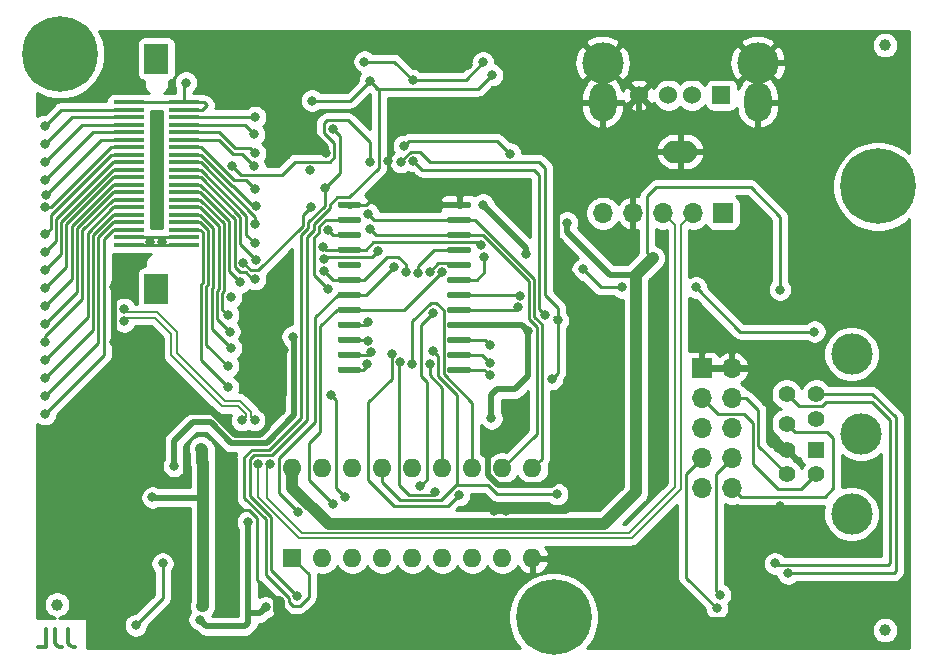
<source format=gbl>
%TF.GenerationSoftware,KiCad,Pcbnew,5.1.12-84ad8e8a86~92~ubuntu20.04.1*%
%TF.CreationDate,2021-12-07T00:39:57-06:00*%
%TF.ProjectId,serial_rewind_d2,73657269-616c-45f7-9265-77696e645f64,rev?*%
%TF.SameCoordinates,Original*%
%TF.FileFunction,Copper,L2,Bot*%
%TF.FilePolarity,Positive*%
%FSLAX46Y46*%
G04 Gerber Fmt 4.6, Leading zero omitted, Abs format (unit mm)*
G04 Created by KiCad (PCBNEW 5.1.12-84ad8e8a86~92~ubuntu20.04.1) date 2021-12-07 00:39:57*
%MOMM*%
%LPD*%
G01*
G04 APERTURE LIST*
%TA.AperFunction,NonConductor*%
%ADD10C,0.300000*%
%TD*%
%TA.AperFunction,ComponentPad*%
%ADD11O,1.600000X1.600000*%
%TD*%
%TA.AperFunction,ComponentPad*%
%ADD12R,1.600000X1.600000*%
%TD*%
%TA.AperFunction,ComponentPad*%
%ADD13O,1.700000X1.700000*%
%TD*%
%TA.AperFunction,ComponentPad*%
%ADD14R,1.700000X1.700000*%
%TD*%
%TA.AperFunction,SMDPad,CuDef*%
%ADD15C,1.000000*%
%TD*%
%TA.AperFunction,SMDPad,CuDef*%
%ADD16R,2.500000X0.350000*%
%TD*%
%TA.AperFunction,SMDPad,CuDef*%
%ADD17R,2.000000X2.500000*%
%TD*%
%TA.AperFunction,ComponentPad*%
%ADD18C,6.400000*%
%TD*%
%TA.AperFunction,ComponentPad*%
%ADD19C,3.500000*%
%TD*%
%TA.AperFunction,ComponentPad*%
%ADD20C,1.422400*%
%TD*%
%TA.AperFunction,ComponentPad*%
%ADD21R,1.422400X1.422400*%
%TD*%
%TA.AperFunction,ComponentPad*%
%ADD22R,1.524000X1.524000*%
%TD*%
%TA.AperFunction,ComponentPad*%
%ADD23C,1.524000*%
%TD*%
%TA.AperFunction,ComponentPad*%
%ADD24O,2.300000X3.300000*%
%TD*%
%TA.AperFunction,ComponentPad*%
%ADD25O,2.900000X1.900000*%
%TD*%
%TA.AperFunction,ViaPad*%
%ADD26C,0.800000*%
%TD*%
%TA.AperFunction,Conductor*%
%ADD27C,0.500000*%
%TD*%
%TA.AperFunction,Conductor*%
%ADD28C,1.000000*%
%TD*%
%TA.AperFunction,Conductor*%
%ADD29C,0.250000*%
%TD*%
%TA.AperFunction,Conductor*%
%ADD30C,0.200000*%
%TD*%
%TA.AperFunction,Conductor*%
%ADD31C,0.254000*%
%TD*%
%TA.AperFunction,Conductor*%
%ADD32C,0.150000*%
%TD*%
G04 APERTURE END LIST*
D10*
X53288285Y-151324571D02*
X53288285Y-152396000D01*
X53359714Y-152610285D01*
X53502571Y-152753142D01*
X53716857Y-152824571D01*
X53859714Y-152824571D01*
X52145428Y-151324571D02*
X52145428Y-152396000D01*
X52216857Y-152610285D01*
X52359714Y-152753142D01*
X52574000Y-152824571D01*
X52716857Y-152824571D01*
X50716857Y-152824571D02*
X51431142Y-152824571D01*
X51431142Y-151324571D01*
%TO.P,U5,1*%
%TO.N,Net-(C17-Pad1)*%
%TA.AperFunction,SMDPad,CuDef*%
G36*
G01*
X76074500Y-129487000D02*
X76074500Y-129212000D01*
G75*
G02*
X76212000Y-129074500I137500J0D01*
G01*
X77937000Y-129074500D01*
G75*
G02*
X78074500Y-129212000I0J-137500D01*
G01*
X78074500Y-129487000D01*
G75*
G02*
X77937000Y-129624500I-137500J0D01*
G01*
X76212000Y-129624500D01*
G75*
G02*
X76074500Y-129487000I0J137500D01*
G01*
G37*
%TD.AperFunction*%
%TO.P,U5,2*%
%TO.N,Net-(C17-Pad2)*%
%TA.AperFunction,SMDPad,CuDef*%
G36*
G01*
X76074500Y-128217000D02*
X76074500Y-127942000D01*
G75*
G02*
X76212000Y-127804500I137500J0D01*
G01*
X77937000Y-127804500D01*
G75*
G02*
X78074500Y-127942000I0J-137500D01*
G01*
X78074500Y-128217000D01*
G75*
G02*
X77937000Y-128354500I-137500J0D01*
G01*
X76212000Y-128354500D01*
G75*
G02*
X76074500Y-128217000I0J137500D01*
G01*
G37*
%TD.AperFunction*%
%TO.P,U5,3*%
%TO.N,Net-(R45-Pad1)*%
%TA.AperFunction,SMDPad,CuDef*%
G36*
G01*
X76074500Y-126947000D02*
X76074500Y-126672000D01*
G75*
G02*
X76212000Y-126534500I137500J0D01*
G01*
X77937000Y-126534500D01*
G75*
G02*
X78074500Y-126672000I0J-137500D01*
G01*
X78074500Y-126947000D01*
G75*
G02*
X77937000Y-127084500I-137500J0D01*
G01*
X76212000Y-127084500D01*
G75*
G02*
X76074500Y-126947000I0J137500D01*
G01*
G37*
%TD.AperFunction*%
%TO.P,U5,4*%
%TO.N,~COMM_TXD*%
%TA.AperFunction,SMDPad,CuDef*%
G36*
G01*
X76074500Y-125677000D02*
X76074500Y-125402000D01*
G75*
G02*
X76212000Y-125264500I137500J0D01*
G01*
X77937000Y-125264500D01*
G75*
G02*
X78074500Y-125402000I0J-137500D01*
G01*
X78074500Y-125677000D01*
G75*
G02*
X77937000Y-125814500I-137500J0D01*
G01*
X76212000Y-125814500D01*
G75*
G02*
X76074500Y-125677000I0J137500D01*
G01*
G37*
%TD.AperFunction*%
%TO.P,U5,5*%
%TO.N,~COMM_DTR*%
%TA.AperFunction,SMDPad,CuDef*%
G36*
G01*
X76074500Y-124407000D02*
X76074500Y-124132000D01*
G75*
G02*
X76212000Y-123994500I137500J0D01*
G01*
X77937000Y-123994500D01*
G75*
G02*
X78074500Y-124132000I0J-137500D01*
G01*
X78074500Y-124407000D01*
G75*
G02*
X77937000Y-124544500I-137500J0D01*
G01*
X76212000Y-124544500D01*
G75*
G02*
X76074500Y-124407000I0J137500D01*
G01*
G37*
%TD.AperFunction*%
%TO.P,U5,6*%
%TO.N,~COMM_RTS*%
%TA.AperFunction,SMDPad,CuDef*%
G36*
G01*
X76074500Y-123137000D02*
X76074500Y-122862000D01*
G75*
G02*
X76212000Y-122724500I137500J0D01*
G01*
X77937000Y-122724500D01*
G75*
G02*
X78074500Y-122862000I0J-137500D01*
G01*
X78074500Y-123137000D01*
G75*
G02*
X77937000Y-123274500I-137500J0D01*
G01*
X76212000Y-123274500D01*
G75*
G02*
X76074500Y-123137000I0J137500D01*
G01*
G37*
%TD.AperFunction*%
%TO.P,U5,7*%
%TO.N,~COMM_SHDN*%
%TA.AperFunction,SMDPad,CuDef*%
G36*
G01*
X76074500Y-121867000D02*
X76074500Y-121592000D01*
G75*
G02*
X76212000Y-121454500I137500J0D01*
G01*
X77937000Y-121454500D01*
G75*
G02*
X78074500Y-121592000I0J-137500D01*
G01*
X78074500Y-121867000D01*
G75*
G02*
X77937000Y-122004500I-137500J0D01*
G01*
X76212000Y-122004500D01*
G75*
G02*
X76074500Y-121867000I0J137500D01*
G01*
G37*
%TD.AperFunction*%
%TO.P,U5,8*%
%TO.N,N/C*%
%TA.AperFunction,SMDPad,CuDef*%
G36*
G01*
X76074500Y-120597000D02*
X76074500Y-120322000D01*
G75*
G02*
X76212000Y-120184500I137500J0D01*
G01*
X77937000Y-120184500D01*
G75*
G02*
X78074500Y-120322000I0J-137500D01*
G01*
X78074500Y-120597000D01*
G75*
G02*
X77937000Y-120734500I-137500J0D01*
G01*
X76212000Y-120734500D01*
G75*
G02*
X76074500Y-120597000I0J137500D01*
G01*
G37*
%TD.AperFunction*%
%TO.P,U5,9*%
%TO.N,~COMM_GPIO_L*%
%TA.AperFunction,SMDPad,CuDef*%
G36*
G01*
X76074500Y-119327000D02*
X76074500Y-119052000D01*
G75*
G02*
X76212000Y-118914500I137500J0D01*
G01*
X77937000Y-118914500D01*
G75*
G02*
X78074500Y-119052000I0J-137500D01*
G01*
X78074500Y-119327000D01*
G75*
G02*
X77937000Y-119464500I-137500J0D01*
G01*
X76212000Y-119464500D01*
G75*
G02*
X76074500Y-119327000I0J137500D01*
G01*
G37*
%TD.AperFunction*%
%TO.P,U5,10*%
%TO.N,COMM_TRXC*%
%TA.AperFunction,SMDPad,CuDef*%
G36*
G01*
X76074500Y-118057000D02*
X76074500Y-117782000D01*
G75*
G02*
X76212000Y-117644500I137500J0D01*
G01*
X77937000Y-117644500D01*
G75*
G02*
X78074500Y-117782000I0J-137500D01*
G01*
X78074500Y-118057000D01*
G75*
G02*
X77937000Y-118194500I-137500J0D01*
G01*
X76212000Y-118194500D01*
G75*
G02*
X76074500Y-118057000I0J137500D01*
G01*
G37*
%TD.AperFunction*%
%TO.P,U5,11*%
%TO.N,COMM_RXD*%
%TA.AperFunction,SMDPad,CuDef*%
G36*
G01*
X76074500Y-116787000D02*
X76074500Y-116512000D01*
G75*
G02*
X76212000Y-116374500I137500J0D01*
G01*
X77937000Y-116374500D01*
G75*
G02*
X78074500Y-116512000I0J-137500D01*
G01*
X78074500Y-116787000D01*
G75*
G02*
X77937000Y-116924500I-137500J0D01*
G01*
X76212000Y-116924500D01*
G75*
G02*
X76074500Y-116787000I0J137500D01*
G01*
G37*
%TD.AperFunction*%
%TO.P,U5,12*%
%TO.N,GND*%
%TA.AperFunction,SMDPad,CuDef*%
G36*
G01*
X76074500Y-115517000D02*
X76074500Y-115242000D01*
G75*
G02*
X76212000Y-115104500I137500J0D01*
G01*
X77937000Y-115104500D01*
G75*
G02*
X78074500Y-115242000I0J-137500D01*
G01*
X78074500Y-115517000D01*
G75*
G02*
X77937000Y-115654500I-137500J0D01*
G01*
X76212000Y-115654500D01*
G75*
G02*
X76074500Y-115517000I0J137500D01*
G01*
G37*
%TD.AperFunction*%
%TO.P,U5,13*%
%TA.AperFunction,SMDPad,CuDef*%
G36*
G01*
X85374500Y-115517000D02*
X85374500Y-115242000D01*
G75*
G02*
X85512000Y-115104500I137500J0D01*
G01*
X87237000Y-115104500D01*
G75*
G02*
X87374500Y-115242000I0J-137500D01*
G01*
X87374500Y-115517000D01*
G75*
G02*
X87237000Y-115654500I-137500J0D01*
G01*
X85512000Y-115654500D01*
G75*
G02*
X85374500Y-115517000I0J137500D01*
G01*
G37*
%TD.AperFunction*%
%TO.P,U5,14*%
%TO.N,PHY_RXD+*%
%TA.AperFunction,SMDPad,CuDef*%
G36*
G01*
X85374500Y-116787000D02*
X85374500Y-116512000D01*
G75*
G02*
X85512000Y-116374500I137500J0D01*
G01*
X87237000Y-116374500D01*
G75*
G02*
X87374500Y-116512000I0J-137500D01*
G01*
X87374500Y-116787000D01*
G75*
G02*
X87237000Y-116924500I-137500J0D01*
G01*
X85512000Y-116924500D01*
G75*
G02*
X85374500Y-116787000I0J137500D01*
G01*
G37*
%TD.AperFunction*%
%TO.P,U5,15*%
%TO.N,PHY_RXD-*%
%TA.AperFunction,SMDPad,CuDef*%
G36*
G01*
X85374500Y-118057000D02*
X85374500Y-117782000D01*
G75*
G02*
X85512000Y-117644500I137500J0D01*
G01*
X87237000Y-117644500D01*
G75*
G02*
X87374500Y-117782000I0J-137500D01*
G01*
X87374500Y-118057000D01*
G75*
G02*
X87237000Y-118194500I-137500J0D01*
G01*
X85512000Y-118194500D01*
G75*
G02*
X85374500Y-118057000I0J137500D01*
G01*
G37*
%TD.AperFunction*%
%TO.P,U5,16*%
%TO.N,PHY_HSKi*%
%TA.AperFunction,SMDPad,CuDef*%
G36*
G01*
X85374500Y-119327000D02*
X85374500Y-119052000D01*
G75*
G02*
X85512000Y-118914500I137500J0D01*
G01*
X87237000Y-118914500D01*
G75*
G02*
X87374500Y-119052000I0J-137500D01*
G01*
X87374500Y-119327000D01*
G75*
G02*
X87237000Y-119464500I-137500J0D01*
G01*
X85512000Y-119464500D01*
G75*
G02*
X85374500Y-119327000I0J137500D01*
G01*
G37*
%TD.AperFunction*%
%TO.P,U5,17*%
%TO.N,PHY_GPi*%
%TA.AperFunction,SMDPad,CuDef*%
G36*
G01*
X85374500Y-120597000D02*
X85374500Y-120322000D01*
G75*
G02*
X85512000Y-120184500I137500J0D01*
G01*
X87237000Y-120184500D01*
G75*
G02*
X87374500Y-120322000I0J-137500D01*
G01*
X87374500Y-120597000D01*
G75*
G02*
X87237000Y-120734500I-137500J0D01*
G01*
X85512000Y-120734500D01*
G75*
G02*
X85374500Y-120597000I0J137500D01*
G01*
G37*
%TD.AperFunction*%
%TO.P,U5,18*%
%TO.N,PHY_HSKo*%
%TA.AperFunction,SMDPad,CuDef*%
G36*
G01*
X85374500Y-121867000D02*
X85374500Y-121592000D01*
G75*
G02*
X85512000Y-121454500I137500J0D01*
G01*
X87237000Y-121454500D01*
G75*
G02*
X87374500Y-121592000I0J-137500D01*
G01*
X87374500Y-121867000D01*
G75*
G02*
X87237000Y-122004500I-137500J0D01*
G01*
X85512000Y-122004500D01*
G75*
G02*
X85374500Y-121867000I0J137500D01*
G01*
G37*
%TD.AperFunction*%
%TO.P,U5,19*%
%TO.N,PHY_TXD+*%
%TA.AperFunction,SMDPad,CuDef*%
G36*
G01*
X85374500Y-123137000D02*
X85374500Y-122862000D01*
G75*
G02*
X85512000Y-122724500I137500J0D01*
G01*
X87237000Y-122724500D01*
G75*
G02*
X87374500Y-122862000I0J-137500D01*
G01*
X87374500Y-123137000D01*
G75*
G02*
X87237000Y-123274500I-137500J0D01*
G01*
X85512000Y-123274500D01*
G75*
G02*
X85374500Y-123137000I0J137500D01*
G01*
G37*
%TD.AperFunction*%
%TO.P,U5,20*%
%TO.N,PHY_TXD-*%
%TA.AperFunction,SMDPad,CuDef*%
G36*
G01*
X85374500Y-124407000D02*
X85374500Y-124132000D01*
G75*
G02*
X85512000Y-123994500I137500J0D01*
G01*
X87237000Y-123994500D01*
G75*
G02*
X87374500Y-124132000I0J-137500D01*
G01*
X87374500Y-124407000D01*
G75*
G02*
X87237000Y-124544500I-137500J0D01*
G01*
X85512000Y-124544500D01*
G75*
G02*
X85374500Y-124407000I0J137500D01*
G01*
G37*
%TD.AperFunction*%
%TO.P,U5,21*%
%TO.N,-5V*%
%TA.AperFunction,SMDPad,CuDef*%
G36*
G01*
X85374500Y-125677000D02*
X85374500Y-125402000D01*
G75*
G02*
X85512000Y-125264500I137500J0D01*
G01*
X87237000Y-125264500D01*
G75*
G02*
X87374500Y-125402000I0J-137500D01*
G01*
X87374500Y-125677000D01*
G75*
G02*
X87237000Y-125814500I-137500J0D01*
G01*
X85512000Y-125814500D01*
G75*
G02*
X85374500Y-125677000I0J137500D01*
G01*
G37*
%TD.AperFunction*%
%TO.P,U5,22*%
%TO.N,Net-(C18-Pad2)*%
%TA.AperFunction,SMDPad,CuDef*%
G36*
G01*
X85374500Y-126947000D02*
X85374500Y-126672000D01*
G75*
G02*
X85512000Y-126534500I137500J0D01*
G01*
X87237000Y-126534500D01*
G75*
G02*
X87374500Y-126672000I0J-137500D01*
G01*
X87374500Y-126947000D01*
G75*
G02*
X87237000Y-127084500I-137500J0D01*
G01*
X85512000Y-127084500D01*
G75*
G02*
X85374500Y-126947000I0J137500D01*
G01*
G37*
%TD.AperFunction*%
%TO.P,U5,23*%
%TO.N,Net-(C18-Pad1)*%
%TA.AperFunction,SMDPad,CuDef*%
G36*
G01*
X85374500Y-128217000D02*
X85374500Y-127942000D01*
G75*
G02*
X85512000Y-127804500I137500J0D01*
G01*
X87237000Y-127804500D01*
G75*
G02*
X87374500Y-127942000I0J-137500D01*
G01*
X87374500Y-128217000D01*
G75*
G02*
X87237000Y-128354500I-137500J0D01*
G01*
X85512000Y-128354500D01*
G75*
G02*
X85374500Y-128217000I0J137500D01*
G01*
G37*
%TD.AperFunction*%
%TO.P,U5,24*%
%TO.N,+5V*%
%TA.AperFunction,SMDPad,CuDef*%
G36*
G01*
X85374500Y-129487000D02*
X85374500Y-129212000D01*
G75*
G02*
X85512000Y-129074500I137500J0D01*
G01*
X87237000Y-129074500D01*
G75*
G02*
X87374500Y-129212000I0J-137500D01*
G01*
X87374500Y-129487000D01*
G75*
G02*
X87237000Y-129624500I-137500J0D01*
G01*
X85512000Y-129624500D01*
G75*
G02*
X85374500Y-129487000I0J137500D01*
G01*
G37*
%TD.AperFunction*%
%TD*%
D11*
%TO.P,U7,18*%
%TO.N,+5V*%
X72263000Y-137668000D03*
%TO.P,U7,9*%
%TO.N,GND*%
X92583000Y-145288000D03*
%TO.P,U7,17*%
%TO.N,PHY_TXD-*%
X74803000Y-137668000D03*
%TO.P,U7,8*%
%TO.N,COMM_RXD*%
X90043000Y-145288000D03*
%TO.P,U7,16*%
%TO.N,PHY_TXD+*%
X77343000Y-137668000D03*
%TO.P,U7,7*%
%TO.N,COMM_TRXC*%
X87503000Y-145288000D03*
%TO.P,U7,15*%
%TO.N,PHY_HSKo*%
X79883000Y-137668000D03*
%TO.P,U7,6*%
%TO.N,~COMM_GPIO_L*%
X84963000Y-145288000D03*
%TO.P,U7,14*%
%TO.N,-5V*%
X82423000Y-137668000D03*
%TO.P,U7,5*%
%TO.N,/transceivers/RXEN_216*%
X82423000Y-145288000D03*
%TO.P,U7,13*%
%TO.N,PHY_GPi*%
X84963000Y-137668000D03*
%TO.P,U7,4*%
%TO.N,~COMM_SHDN*%
X79883000Y-145288000D03*
%TO.P,U7,12*%
%TO.N,PHY_HSKi*%
X87503000Y-137668000D03*
%TO.P,U7,3*%
%TO.N,~COMM_RTS*%
X77343000Y-145288000D03*
%TO.P,U7,11*%
%TO.N,PHY_RXD-*%
X90043000Y-137668000D03*
%TO.P,U7,2*%
%TO.N,~COMM_DTR*%
X74803000Y-145288000D03*
%TO.P,U7,10*%
%TO.N,PHY_RXD+*%
X92583000Y-137668000D03*
D12*
%TO.P,U7,1*%
%TO.N,~COMM_TXD*%
X72263000Y-145288000D03*
%TD*%
D13*
%TO.P,J4,10*%
%TO.N,/GPi*%
X109474000Y-139382500D03*
%TO.P,J4,9*%
%TO.N,+5VL*%
X106934000Y-139382500D03*
%TO.P,J4,8*%
%TO.N,/HSKi*%
X109474000Y-136842500D03*
%TO.P,J4,7*%
%TO.N,/HSKo*%
X106934000Y-136842500D03*
%TO.P,J4,6*%
%TO.N,/RXD+*%
X109474000Y-134302500D03*
%TO.P,J4,5*%
%TO.N,/RXD-*%
X106934000Y-134302500D03*
%TO.P,J4,4*%
%TO.N,/TXD+*%
X109474000Y-131762500D03*
%TO.P,J4,3*%
%TO.N,/TXD-*%
X106934000Y-131762500D03*
%TO.P,J4,2*%
%TO.N,GND*%
X109474000Y-129222500D03*
D14*
%TO.P,J4,1*%
X106934000Y-129222500D03*
%TD*%
D15*
%TO.P,FID6,*%
%TO.N,*%
X122428000Y-101854000D03*
%TD*%
%TO.P,FID4,*%
%TO.N,*%
X52324000Y-149225000D03*
%TD*%
%TO.P,FID2,*%
%TO.N,*%
X122428000Y-151384000D03*
%TD*%
D16*
%TO.P,J1,1*%
%TO.N,Net-(J1-Pad1)*%
X63090000Y-106703000D03*
%TO.P,J1,2*%
X58390000Y-106703000D03*
%TO.P,J1,3*%
X63090000Y-107338000D03*
%TO.P,J1,4*%
%TO.N,Net-(J1-Pad4)*%
X58390000Y-107338000D03*
%TO.P,J1,5*%
%TO.N,Net-(J1-Pad5)*%
X63090000Y-107973000D03*
%TO.P,J1,6*%
%TO.N,Net-(J1-Pad6)*%
X58390000Y-107973000D03*
%TO.P,J1,7*%
%TO.N,Net-(J1-Pad7)*%
X63090000Y-108608000D03*
%TO.P,J1,8*%
%TO.N,Net-(J1-Pad8)*%
X58390000Y-108608000D03*
%TO.P,J1,9*%
%TO.N,Net-(J1-Pad9)*%
X63090000Y-109243000D03*
%TO.P,J1,10*%
%TO.N,Net-(J1-Pad10)*%
X58390000Y-109243000D03*
%TO.P,J1,11*%
%TO.N,Net-(J1-Pad11)*%
X63090000Y-109878000D03*
%TO.P,J1,12*%
%TO.N,Net-(J1-Pad12)*%
X58390000Y-109878000D03*
%TO.P,J1,13*%
%TO.N,Net-(J1-Pad13)*%
X63090000Y-110513000D03*
%TO.P,J1,14*%
%TO.N,Net-(J1-Pad14)*%
X58390000Y-110513000D03*
%TO.P,J1,15*%
%TO.N,Net-(J1-Pad15)*%
X63090000Y-111148000D03*
%TO.P,J1,16*%
%TO.N,Net-(J1-Pad16)*%
X58390000Y-111148000D03*
%TO.P,J1,17*%
%TO.N,Net-(J1-Pad17)*%
X63090000Y-111783000D03*
%TO.P,J1,18*%
%TO.N,Net-(J1-Pad18)*%
X58390000Y-111783000D03*
%TO.P,J1,19*%
%TO.N,Net-(J1-Pad19)*%
X63090000Y-112418000D03*
%TO.P,J1,20*%
%TO.N,Net-(J1-Pad20)*%
X58390000Y-112418000D03*
%TO.P,J1,21*%
%TO.N,Net-(J1-Pad21)*%
X63090000Y-113053000D03*
%TO.P,J1,22*%
%TO.N,Net-(J1-Pad22)*%
X58390000Y-113053000D03*
%TO.P,J1,23*%
%TO.N,Net-(J1-Pad23)*%
X63090000Y-113688000D03*
%TO.P,J1,24*%
%TO.N,Net-(J1-Pad24)*%
X58390000Y-113688000D03*
%TO.P,J1,25*%
%TO.N,Net-(J1-Pad25)*%
X63090000Y-114323000D03*
%TO.P,J1,26*%
%TO.N,Net-(J1-Pad26)*%
X58390000Y-114323000D03*
%TO.P,J1,27*%
%TO.N,Net-(J1-Pad27)*%
X63090000Y-114958000D03*
%TO.P,J1,28*%
%TO.N,Net-(J1-Pad28)*%
X58390000Y-114958000D03*
%TO.P,J1,29*%
%TO.N,Net-(J1-Pad29)*%
X63090000Y-115593000D03*
%TO.P,J1,30*%
%TO.N,Net-(J1-Pad30)*%
X58390000Y-115593000D03*
%TO.P,J1,31*%
%TO.N,Net-(J1-Pad31)*%
X63090000Y-116228000D03*
%TO.P,J1,32*%
%TO.N,Net-(J1-Pad32)*%
X58390000Y-116228000D03*
%TO.P,J1,33*%
%TO.N,Net-(J1-Pad33)*%
X63090000Y-116863000D03*
%TO.P,J1,34*%
%TO.N,Net-(J1-Pad34)*%
X58390000Y-116863000D03*
%TO.P,J1,35*%
%TO.N,Net-(J1-Pad35)*%
X63090000Y-117498000D03*
%TO.P,J1,36*%
%TO.N,Net-(J1-Pad36)*%
X58390000Y-117498000D03*
%TO.P,J1,37*%
%TO.N,+5V*%
X63090000Y-118133000D03*
%TO.P,J1,38*%
X58390000Y-118133000D03*
%TO.P,J1,39*%
X63090000Y-118768000D03*
%TO.P,J1,40*%
X58390000Y-118768000D03*
D17*
%TO.P,J1,MP1*%
%TO.N,N/C*%
X60740000Y-103000000D03*
%TO.P,J1,MP2*%
X60740000Y-122470000D03*
%TD*%
D14*
%TO.P,J6,1*%
%TO.N,VBUS*%
X108712000Y-116078000D03*
D13*
%TO.P,J6,2*%
%TO.N,/USB-*%
X106172000Y-116078000D03*
%TO.P,J6,3*%
%TO.N,/USB+*%
X103632000Y-116078000D03*
%TO.P,J6,4*%
%TO.N,GND*%
X101092000Y-116078000D03*
%TO.P,J6,5*%
%TO.N,Net-(J6-Pad5)*%
X98552000Y-116078000D03*
%TD*%
D18*
%TO.P,H1,1*%
%TO.N,N/C*%
X52590000Y-102605000D03*
%TD*%
%TO.P,H2,1*%
%TO.N,N/C*%
X94365000Y-150295000D03*
%TD*%
%TO.P,H3,1*%
%TO.N,N/C*%
X121815000Y-113820000D03*
%TD*%
D19*
%TO.P,J5,SH1*%
%TO.N,N/C*%
X119596000Y-128000000D03*
%TO.P,J5,SH3*%
X119596000Y-141550000D03*
%TO.P,J5,SH2*%
X120396000Y-134800000D03*
D20*
%TO.P,J5,2*%
%TO.N,/HSKi*%
X116596000Y-133500000D03*
D21*
%TO.P,J5,1*%
%TO.N,/HSKo*%
X116596000Y-136100000D03*
D20*
%TO.P,J5,3*%
%TO.N,/TXD-*%
X116596000Y-138200000D03*
%TO.P,J5,5*%
%TO.N,/RXD-*%
X116596000Y-131400000D03*
%TO.P,J5,8*%
%TO.N,/RXD+*%
X114096000Y-131400000D03*
%TO.P,J5,6*%
%TO.N,/TXD+*%
X114096000Y-138200000D03*
%TO.P,J5,4*%
%TO.N,GND*%
X114096000Y-136100000D03*
%TO.P,J5,7*%
%TO.N,/GPi*%
X114096000Y-133900000D03*
%TD*%
D19*
%TO.P,J2,5*%
%TO.N,GND*%
X98515000Y-103378000D03*
X111655000Y-103378000D03*
D22*
%TO.P,J2,1*%
%TO.N,VBUS*%
X108585000Y-106088000D03*
D23*
%TO.P,J2,2*%
%TO.N,/USB-*%
X106085000Y-106088000D03*
%TO.P,J2,3*%
%TO.N,/USB+*%
X104085000Y-106088000D03*
%TO.P,J2,4*%
%TO.N,GND*%
X101585000Y-106088000D03*
D24*
%TO.P,J2,5*%
X111655000Y-106688000D03*
X98515000Y-106688000D03*
D25*
X105085000Y-110868000D03*
%TD*%
D26*
%TO.N,GND*%
X60706000Y-111760000D03*
X60706000Y-116332000D03*
X57150000Y-122301000D03*
X57150000Y-127000000D03*
X58928000Y-120142000D03*
X60706000Y-107950000D03*
X91567000Y-133350000D03*
X99187000Y-127381000D03*
X99187000Y-129159000D03*
X99187000Y-131064000D03*
X99187000Y-132969000D03*
X99187000Y-134874000D03*
X99187000Y-136779000D03*
X99187000Y-138684000D03*
X99187000Y-123571000D03*
X110617000Y-142494000D03*
X119634000Y-104902000D03*
X115570000Y-112268000D03*
X87122000Y-103505000D03*
X88781000Y-106688000D03*
X93980000Y-110236000D03*
X119888000Y-149606000D03*
X75082968Y-111003032D03*
X80352283Y-111683025D03*
X57150000Y-133985000D03*
X88646000Y-148844000D03*
X77216000Y-148844000D03*
X81661000Y-150114000D03*
X71085169Y-148990111D03*
X90373200Y-141274800D03*
X89306400Y-141274800D03*
X70154800Y-132892800D03*
X71564500Y-127698500D03*
X73723484Y-112458500D03*
X103124000Y-146659600D03*
X56692800Y-105105200D03*
X57658000Y-101498400D03*
X52984400Y-146202400D03*
X118922800Y-120904000D03*
X71374000Y-123126500D03*
X91744800Y-113893600D03*
X91744800Y-116332000D03*
X70182500Y-105082100D03*
X59182000Y-148463000D03*
X67094100Y-145148300D03*
X60325000Y-127889000D03*
X60325000Y-132969000D03*
X103251000Y-123571000D03*
X103505000Y-118237000D03*
X103251000Y-125095000D03*
X111125000Y-122174000D03*
X107950000Y-118237000D03*
X97536000Y-113284000D03*
X113538000Y-140843000D03*
%TO.N,+5V*%
X98806000Y-142240000D03*
X96520000Y-142367000D03*
X64516000Y-136017000D03*
X60198000Y-118491000D03*
X61214000Y-118491000D03*
X101727000Y-120840500D03*
X102749350Y-119881650D03*
X78359000Y-103251000D03*
X82425774Y-104811990D03*
X64643000Y-137096500D03*
X60401200Y-140157200D03*
X88982817Y-129812775D03*
X88392000Y-103327200D03*
X95504000Y-116890800D03*
X64643000Y-149352000D03*
X113538000Y-122555000D03*
%TO.N,/HSKo*%
X108204000Y-149542500D03*
%TO.N,/HSKi*%
X108458000Y-148399498D03*
%TO.N,/RXD+*%
X113093500Y-145732500D03*
%TO.N,/RXD-*%
X114236500Y-146584510D03*
%TO.N,/USB-*%
X69374021Y-137287008D03*
X58013600Y-125239000D03*
X68004200Y-133604000D03*
%TO.N,/USB+*%
X70375000Y-137287000D03*
X58013600Y-124189000D03*
X69054200Y-133604000D03*
%TO.N,Net-(J1-Pad19)*%
X69051010Y-118618000D03*
%TO.N,Net-(J1-Pad27)*%
X66802000Y-124714000D03*
%TO.N,Net-(J1-Pad35)*%
X66802000Y-130810000D03*
%TO.N,Net-(J1-Pad9)*%
X69088000Y-110998000D03*
%TO.N,Net-(J1-Pad15)*%
X69178155Y-115458134D03*
%TO.N,Net-(J1-Pad23)*%
X69088000Y-121666000D03*
%TO.N,-10V*%
X72274810Y-126530116D03*
X62232790Y-137480290D03*
%TO.N,Net-(J1-Pad29)*%
X66933660Y-126106340D03*
%TO.N,Net-(J1-Pad7)*%
X69026634Y-109410262D03*
%TO.N,Net-(J1-Pad13)*%
X69088000Y-114046000D03*
%TO.N,Net-(J1-Pad21)*%
X69186280Y-120085874D03*
%TO.N,Net-(J1-Pad5)*%
X69092660Y-107954660D03*
%TO.N,Net-(J1-Pad33)*%
X66802000Y-129032000D03*
%TO.N,Net-(J1-Pad11)*%
X69036931Y-112125814D03*
%TO.N,Net-(J1-Pad17)*%
X69088000Y-117000244D03*
%TO.N,Net-(J1-Pad25)*%
X67818000Y-121920000D03*
%TO.N,Net-(J1-Pad31)*%
X67056000Y-127508000D03*
%TO.N,Net-(J1-Pad8)*%
X51307994Y-111760000D03*
%TO.N,Net-(J1-Pad14)*%
X51308000Y-115570000D03*
%TO.N,Net-(J1-Pad22)*%
X51308000Y-122428000D03*
%TO.N,Net-(J1-Pad28)*%
X51307990Y-127000000D03*
%TO.N,Net-(J1-Pad4)*%
X51307996Y-108712000D03*
%TO.N,Net-(J1-Pad12)*%
X51373456Y-114572132D03*
%TO.N,Net-(J1-Pad20)*%
X51308000Y-120904000D03*
%TO.N,Net-(J1-Pad30)*%
X51307986Y-128524000D03*
%TO.N,Net-(J1-Pad36)*%
X51308000Y-133095994D03*
%TO.N,Net-(J1-Pad6)*%
X51308000Y-110236000D03*
%TO.N,Net-(J1-Pad16)*%
X51307990Y-117856000D03*
%TO.N,Net-(J1-Pad24)*%
X51308000Y-123952000D03*
%TO.N,Net-(J1-Pad32)*%
X51308000Y-130048000D03*
%TO.N,Net-(J1-Pad10)*%
X51308008Y-113284000D03*
%TO.N,Net-(J1-Pad18)*%
X51308000Y-119380000D03*
%TO.N,Net-(J1-Pad26)*%
X51303340Y-125471340D03*
%TO.N,Net-(J1-Pad34)*%
X51308000Y-131572012D03*
%TO.N,-5V*%
X92202000Y-126034800D03*
X89103200Y-133451600D03*
X88392000Y-115366798D03*
X100126800Y-122377200D03*
X96824800Y-120853200D03*
X106425998Y-122377200D03*
X116459000Y-126111000D03*
X92049600Y-119532400D03*
%TO.N,Net-(C17-Pad1)*%
X78601524Y-128815928D03*
%TO.N,Net-(C17-Pad2)*%
X78934515Y-127872986D03*
%TO.N,Net-(C18-Pad2)*%
X89027000Y-127254000D03*
%TO.N,Net-(C18-Pad1)*%
X88972521Y-128783416D03*
%TO.N,~COMM_DTR*%
X90667411Y-111034990D03*
X81696217Y-110381964D03*
X84890529Y-121056457D03*
X75686084Y-140682790D03*
%TO.N,COMM_SHDN*%
X78803500Y-104902000D03*
X89154000Y-104394000D03*
X72668187Y-148500210D03*
X73914000Y-106553000D03*
%TO.N,COMM_TRXC*%
X84339581Y-139673490D03*
X81394121Y-128709051D03*
X75246074Y-117506930D03*
%TO.N,~COMM_TXD*%
X74993500Y-113982500D03*
X75692000Y-108965996D03*
X79515070Y-119314500D03*
X78689200Y-125272800D03*
X74900497Y-119956006D03*
%TO.N,~COMM_GPIO_L*%
X67056000Y-123190000D03*
X83072052Y-139223479D03*
X84174490Y-124498798D03*
X88188800Y-118821200D03*
X74870883Y-118956433D03*
%TO.N,~COMM_RTS*%
X80842816Y-120641728D03*
X78840490Y-111723996D03*
X72767490Y-141410990D03*
X67122395Y-112087325D03*
%TO.N,COMM_RXD*%
X86360000Y-139954000D03*
X80691693Y-127997280D03*
X75243334Y-122515790D03*
X73832412Y-115580005D03*
X68090077Y-120268991D03*
%TO.N,Net-(R45-Pad1)*%
X78669103Y-126908838D03*
%TO.N,PHY_RXD+*%
X78643969Y-116121806D03*
%TO.N,PHY_RXD-*%
X78810961Y-117409641D03*
%TO.N,PHY_HSKi*%
X82856882Y-121118520D03*
X82398165Y-128814990D03*
%TO.N,PHY_GPi*%
X83890935Y-121027571D03*
X83874469Y-128814990D03*
%TO.N,PHY_HSKo*%
X84201000Y-127762000D03*
X88504540Y-119820859D03*
X94664668Y-139874032D03*
%TO.N,PHY_TXD+*%
X81470500Y-111760000D03*
X94742000Y-125158500D03*
X94234000Y-130111500D03*
X91549357Y-123055909D03*
%TO.N,PHY_TXD-*%
X93661390Y-124708226D03*
X91363370Y-124038473D03*
X82502881Y-111661669D03*
%TO.N,Net-(J1-Pad1)*%
X63246000Y-105028996D03*
%TO.N,/power/-5V_INV*%
X64400846Y-150496766D03*
X69994921Y-149452300D03*
X68498585Y-142218705D03*
%TO.N,~COMM_SHDN*%
X81858234Y-121057510D03*
X74920374Y-120955821D03*
X76708000Y-140106400D03*
X75488800Y-131470400D03*
%TO.N,/power/-5V_EN*%
X61264800Y-145745200D03*
X58991500Y-150977600D03*
%TD*%
D27*
%TO.N,GND*%
X105085000Y-110868000D02*
X102867000Y-110868000D01*
X101585000Y-109586000D02*
X101585000Y-106088000D01*
X102867000Y-110868000D02*
X101585000Y-109586000D01*
X105085000Y-110868000D02*
X110239000Y-110868000D01*
X111655000Y-109452000D02*
X111655000Y-106688000D01*
X110239000Y-110868000D02*
X111655000Y-109452000D01*
X101092000Y-112643000D02*
X102867000Y-110868000D01*
X60706000Y-116332000D02*
X60706000Y-111760000D01*
X57150000Y-122301000D02*
X57150000Y-127000000D01*
X57150000Y-121920000D02*
X58928000Y-120142000D01*
X57150000Y-122301000D02*
X57150000Y-121920000D01*
X60706000Y-111760000D02*
X60706000Y-107950000D01*
D28*
X99187000Y-138684000D02*
X99187000Y-136779000D01*
X99187000Y-136779000D02*
X99187000Y-134874000D01*
X99187000Y-134874000D02*
X99187000Y-132969000D01*
X99187000Y-132969000D02*
X99187000Y-131064000D01*
X99187000Y-131064000D02*
X99187000Y-129159000D01*
X99187000Y-129159000D02*
X99187000Y-127381000D01*
X99187000Y-127381000D02*
X99187000Y-123571000D01*
D27*
X111655000Y-103378000D02*
X118364000Y-103378000D01*
X119634000Y-104648000D02*
X119634000Y-104902000D01*
X118364000Y-103378000D02*
X119634000Y-104648000D01*
D29*
X97028000Y-113284000D02*
X97536000Y-113284000D01*
X93980000Y-110236000D02*
X97028000Y-113284000D01*
X110515400Y-144475200D02*
X110515400Y-147599400D01*
X110515400Y-147599400D02*
X112522000Y-149606000D01*
X112522000Y-149606000D02*
X119888000Y-149606000D01*
X114096000Y-135700000D02*
X114063499Y-135667499D01*
D27*
X114096000Y-136100000D02*
X113367000Y-136100000D01*
X113367000Y-136100000D02*
X112585500Y-135318500D01*
X112585500Y-135318500D02*
X112585500Y-129984500D01*
X111823500Y-129222500D02*
X109474000Y-129222500D01*
X112585500Y-129984500D02*
X111823500Y-129222500D01*
X106934000Y-129222500D02*
X109474000Y-129222500D01*
D29*
X86374500Y-113587000D02*
X86423500Y-113538000D01*
X86374500Y-115379500D02*
X86374500Y-113587000D01*
X83693000Y-150114000D02*
X81661000Y-150114000D01*
X88646000Y-148844000D02*
X84963000Y-148844000D01*
X84963000Y-148844000D02*
X83693000Y-150114000D01*
D27*
X91567000Y-133350000D02*
X89179400Y-135737600D01*
X88792999Y-136124001D02*
X88792999Y-138268001D01*
X88792999Y-138268001D02*
X89666198Y-139141200D01*
X89179400Y-135737600D02*
X88792999Y-136124001D01*
X89666198Y-139141200D02*
X94234000Y-139141200D01*
X94234000Y-139141200D02*
X94792800Y-138582400D01*
X94792800Y-138582400D02*
X95656400Y-138582400D01*
X95656400Y-138582400D02*
X96164400Y-139090400D01*
X96164400Y-140563600D02*
X95453200Y-141274800D01*
X95453200Y-141274800D02*
X90373200Y-141274800D01*
X90373200Y-141274800D02*
X89306400Y-141274800D01*
X99187000Y-138684000D02*
X98120200Y-139750800D01*
X98120200Y-139750800D02*
X96164400Y-139750800D01*
X96164400Y-139750800D02*
X96164400Y-140563600D01*
X96164400Y-139090400D02*
X96164400Y-139750800D01*
X71564500Y-131483100D02*
X71564500Y-127698500D01*
X70154800Y-132892800D02*
X71564500Y-131483100D01*
D29*
X80352283Y-112457883D02*
X80352283Y-111683025D01*
X81432400Y-113538000D02*
X80352283Y-112457883D01*
X86423500Y-113538000D02*
X81432400Y-113538000D01*
X110515400Y-144475200D02*
X110915399Y-144875199D01*
X110915399Y-144875199D02*
X110915399Y-149942601D01*
X110915399Y-149942601D02*
X110515400Y-150342600D01*
X110515400Y-150342600D02*
X106807000Y-150342600D01*
X106807000Y-150342600D02*
X103124000Y-146659600D01*
D27*
X115570000Y-117551200D02*
X118922800Y-120904000D01*
X115570000Y-112268000D02*
X115570000Y-117551200D01*
D29*
X80352283Y-113551317D02*
X80352283Y-111683025D01*
X78524100Y-115379500D02*
X80352283Y-113551317D01*
X77074500Y-115379500D02*
X78524100Y-115379500D01*
D27*
X94653999Y-116166001D02*
X97536000Y-113284000D01*
X95317011Y-120716623D02*
X95317010Y-120056222D01*
X99187000Y-123571000D02*
X98171388Y-123571000D01*
X95317010Y-120056222D02*
X94653999Y-119393211D01*
X98171388Y-123571000D02*
X95317011Y-120716623D01*
X94653999Y-119393211D02*
X94653999Y-116166001D01*
D29*
X86423500Y-113538000D02*
X91389200Y-113538000D01*
X91389200Y-113538000D02*
X91744800Y-113893600D01*
D27*
X70182500Y-105590100D02*
X70182500Y-105082100D01*
X75082968Y-111003032D02*
X75082968Y-110490568D01*
D28*
X71085169Y-148990111D02*
X71106687Y-149011629D01*
X73207246Y-151759313D02*
X74300687Y-151759313D01*
X71106687Y-149011629D02*
X71106687Y-149658754D01*
X71106687Y-149658754D02*
X73207246Y-151759313D01*
X74300687Y-151759313D02*
X77216000Y-148844000D01*
D27*
X58242200Y-132892800D02*
X57150000Y-133985000D01*
X67361867Y-134836967D02*
X65417700Y-132892800D01*
X69531433Y-134836967D02*
X67361867Y-134836967D01*
X70154800Y-134213600D02*
X69531433Y-134836967D01*
X70154800Y-132892800D02*
X70154800Y-134213600D01*
D29*
X60680600Y-138988800D02*
X57150000Y-135458200D01*
X63068200Y-135851900D02*
X63068200Y-138988800D01*
X64046100Y-134874000D02*
X63068200Y-135851900D01*
X66548000Y-136271000D02*
X65151000Y-134874000D01*
X65151000Y-134874000D02*
X64046100Y-134874000D01*
X66548000Y-139890500D02*
X66548000Y-136271000D01*
X68541900Y-141236700D02*
X67894200Y-141236700D01*
X63068200Y-138988800D02*
X60680600Y-138988800D01*
X69227700Y-141922500D02*
X68541900Y-141236700D01*
X57150000Y-135458200D02*
X57150000Y-133985000D01*
X67894200Y-141236700D02*
X66548000Y-139890500D01*
X69227700Y-147132642D02*
X69227700Y-141922500D01*
X71085169Y-148990111D02*
X69227700Y-147132642D01*
D27*
X65417700Y-132892800D02*
X58242200Y-132892800D01*
X60325000Y-127889000D02*
X60325000Y-130810000D01*
X60325000Y-130810000D02*
X60325000Y-132969000D01*
X103251000Y-123571000D02*
X103251000Y-125095000D01*
X107950000Y-118999000D02*
X111125000Y-122174000D01*
X107950000Y-118237000D02*
X107950000Y-118999000D01*
X101092000Y-116078000D02*
X101092000Y-112643000D01*
X75082968Y-110490568D02*
X70182500Y-105590100D01*
D29*
X113138001Y-141242999D02*
X113538000Y-140843000D01*
X110515400Y-144475200D02*
X110515400Y-143865600D01*
X110515400Y-143865600D02*
X113138001Y-141242999D01*
D28*
%TO.N,+5V*%
X101346000Y-139700000D02*
X101346000Y-121285000D01*
X98806000Y-142240000D02*
X101346000Y-139700000D01*
X98679000Y-142367000D02*
X96520000Y-142367000D01*
X98806000Y-142240000D02*
X98679000Y-142367000D01*
D29*
X60175000Y-118768000D02*
X60810000Y-118768000D01*
X58390000Y-118133000D02*
X60175000Y-118133000D01*
X58390000Y-118768000D02*
X60175000Y-118768000D01*
X60175000Y-118133000D02*
X60729000Y-118133000D01*
X61191000Y-118179000D02*
X61237000Y-118133000D01*
X61237000Y-118133000D02*
X63090000Y-118133000D01*
X60729000Y-118133000D02*
X61237000Y-118133000D01*
X60810000Y-118768000D02*
X61191000Y-118768000D01*
X61191000Y-118768000D02*
X63090000Y-118768000D01*
X60198000Y-118491000D02*
X60175000Y-118768000D01*
X60175000Y-118468000D02*
X60198000Y-118491000D01*
X60175000Y-118133000D02*
X60175000Y-118468000D01*
X61214000Y-118491000D02*
X61191000Y-118179000D01*
X61191000Y-118468000D02*
X61214000Y-118491000D01*
X61191000Y-118768000D02*
X61191000Y-118468000D01*
D28*
X101346000Y-121285000D02*
X102749350Y-119881650D01*
D29*
X78359000Y-103251000D02*
X80864784Y-103251000D01*
X80864784Y-103251000D02*
X82425774Y-104811990D01*
D28*
X64643000Y-137160000D02*
X64643000Y-136144000D01*
X64643000Y-136144000D02*
X64516000Y-136017000D01*
X64686006Y-137203006D02*
X64643000Y-137160000D01*
D27*
X60418806Y-140174806D02*
X60401200Y-140157200D01*
X64686006Y-140174806D02*
X60418806Y-140174806D01*
D28*
X64686006Y-140174806D02*
X64686006Y-137203006D01*
D29*
X86374500Y-129349500D02*
X88519542Y-129349500D01*
X88519542Y-129349500D02*
X88982817Y-129812775D01*
X82437364Y-104800400D02*
X82425774Y-104811990D01*
X86918800Y-104800400D02*
X82437364Y-104800400D01*
X88392000Y-103327200D02*
X86918800Y-104800400D01*
D28*
X96512198Y-142374802D02*
X96520000Y-142367000D01*
X72263000Y-137668000D02*
X72263000Y-139319000D01*
X72263000Y-139319000D02*
X75318802Y-142374802D01*
X75318802Y-142374802D02*
X96512198Y-142374802D01*
D27*
X101346000Y-121285000D02*
X99136200Y-121285000D01*
X99136200Y-121285000D02*
X95504000Y-117652800D01*
X95504000Y-117652800D02*
X95504000Y-116890800D01*
D28*
X64686006Y-149308994D02*
X64643000Y-149352000D01*
X64686006Y-140174806D02*
X64686006Y-149308994D01*
D29*
X111048800Y-113893600D02*
X113538000Y-116382800D01*
X103073200Y-113893600D02*
X111048800Y-113893600D01*
X102311200Y-114655600D02*
X103073200Y-113893600D01*
X102311200Y-119443500D02*
X102311200Y-114655600D01*
X102749350Y-119881650D02*
X102311200Y-119443500D01*
X113538000Y-116382800D02*
X113538000Y-122555000D01*
%TO.N,/GPi*%
X114807199Y-134611199D02*
X114096000Y-133900000D01*
X117529699Y-134611199D02*
X114807199Y-134611199D01*
X118046500Y-135128000D02*
X117529699Y-134611199D01*
X118046500Y-139382500D02*
X118046500Y-135128000D01*
X110209498Y-140117998D02*
X117311002Y-140117998D01*
X117311002Y-140117998D02*
X118046500Y-139382500D01*
X109474000Y-139382500D02*
X110209498Y-140117998D01*
%TO.N,/HSKo*%
X106934000Y-136842500D02*
X106934000Y-137478910D01*
X106934000Y-136842500D02*
X105600500Y-138176000D01*
X105600500Y-138176000D02*
X105600500Y-146939000D01*
X105600500Y-146939000D02*
X108204000Y-149542500D01*
%TO.N,/HSKi*%
X109474000Y-136842500D02*
X108121501Y-138194999D01*
X108121501Y-138194999D02*
X108121501Y-148062999D01*
X108121501Y-148062999D02*
X108458000Y-148399498D01*
%TO.N,/TXD+*%
X114096000Y-138200000D02*
X111702011Y-135806011D01*
X111702011Y-132788430D02*
X110676081Y-131762500D01*
X111702011Y-135806011D02*
X111702011Y-132788430D01*
X110676081Y-131762500D02*
X109474000Y-131762500D01*
%TO.N,/RXD+*%
X113093500Y-145732500D02*
X113220500Y-145859500D01*
X113220500Y-145859500D02*
X122682000Y-145859500D01*
X117093377Y-132436201D02*
X115132201Y-132436201D01*
X115132201Y-132436201D02*
X114096000Y-131400000D01*
X117449578Y-132080000D02*
X117093377Y-132436201D01*
X121348500Y-132080000D02*
X117449578Y-132080000D01*
X122834400Y-133565900D02*
X121348500Y-132080000D01*
X122834400Y-145707100D02*
X122834400Y-133565900D01*
X122682000Y-145859500D02*
X122834400Y-145707100D01*
%TO.N,/TXD-*%
X115350000Y-139446000D02*
X116596000Y-138200000D01*
X113347500Y-139446000D02*
X115350000Y-139446000D01*
X111252000Y-133858000D02*
X111252000Y-137350500D01*
X111252000Y-137350500D02*
X113347500Y-139446000D01*
X110490000Y-133096000D02*
X111252000Y-133858000D01*
X108267500Y-133096000D02*
X110490000Y-133096000D01*
X106934000Y-131762500D02*
X108267500Y-133096000D01*
%TO.N,/RXD-*%
X123342400Y-146405600D02*
X123163490Y-146584510D01*
X123342400Y-133375400D02*
X123342400Y-146405600D01*
X123163490Y-146584510D02*
X114236500Y-146584510D01*
X121367000Y-131400000D02*
X123342400Y-133375400D01*
X116596000Y-131400000D02*
X121367000Y-131400000D01*
D30*
%TO.N,/USB-*%
X69374021Y-140151820D02*
X69374021Y-137287008D01*
X72797025Y-143574824D02*
X69374021Y-140151820D01*
X100989776Y-143574824D02*
X72797025Y-143574824D01*
X105127000Y-139437600D02*
X100989776Y-143574824D01*
X105127000Y-117123000D02*
X105127000Y-139437600D01*
X106172000Y-116078000D02*
X105127000Y-117123000D01*
X66327800Y-132432000D02*
X67648600Y-132432000D01*
X62005000Y-128109200D02*
X66327800Y-132432000D01*
X62005000Y-126331200D02*
X62005000Y-128109200D01*
X60612800Y-124939000D02*
X62005000Y-126331200D01*
X68304200Y-133087600D02*
X68304200Y-133304000D01*
X58013600Y-125239000D02*
X58313600Y-124939000D01*
X67648600Y-132432000D02*
X68304200Y-133087600D01*
X58313600Y-124939000D02*
X60612800Y-124939000D01*
X68304200Y-133304000D02*
X68004200Y-133604000D01*
%TO.N,/USB+*%
X70075000Y-137587000D02*
X70375000Y-137287000D01*
X70075000Y-140216400D02*
X70075000Y-137587000D01*
X104677000Y-139251200D02*
X100753387Y-143174813D01*
X104677000Y-117123000D02*
X104677000Y-139251200D01*
X100753387Y-143174813D02*
X73033412Y-143174813D01*
X103632000Y-116078000D02*
X104677000Y-117123000D01*
X73033412Y-143174813D02*
X70075000Y-140216400D01*
X68754200Y-133304000D02*
X69054200Y-133604000D01*
X62455000Y-126144800D02*
X62455000Y-127922800D01*
X68754200Y-132901200D02*
X68754200Y-133304000D01*
X62455000Y-127922800D02*
X66514200Y-131982000D01*
X58013600Y-124189000D02*
X58313600Y-124489000D01*
X67835000Y-131982000D02*
X68754200Y-132901200D01*
X58313600Y-124489000D02*
X60799200Y-124489000D01*
X60799200Y-124489000D02*
X62455000Y-126144800D01*
X66514200Y-131982000D02*
X67835000Y-131982000D01*
D29*
%TO.N,Net-(J1-Pad19)*%
X68362999Y-117929989D02*
X69051010Y-118618000D01*
X63090000Y-112418000D02*
X64476290Y-112418000D01*
X64476290Y-112418000D02*
X68362999Y-116304709D01*
X68362999Y-116304709D02*
X68362999Y-117929989D01*
%TO.N,Net-(J1-Pad27)*%
X66330999Y-122841999D02*
X66330999Y-124242999D01*
X64470646Y-114958000D02*
X66465045Y-116952399D01*
X66465045Y-122707953D02*
X66330999Y-122841999D01*
X66330999Y-124242999D02*
X66802000Y-124714000D01*
X63090000Y-114958000D02*
X64470646Y-114958000D01*
X66465045Y-116952399D02*
X66465045Y-122707953D01*
%TO.N,Net-(J1-Pad35)*%
X64530955Y-128538955D02*
X66802000Y-130810000D01*
X64465002Y-117498000D02*
X64665001Y-117697999D01*
X64665001Y-117697999D02*
X64665001Y-121962353D01*
X64530955Y-122096399D02*
X64530955Y-128538955D01*
X63090000Y-117498000D02*
X64465002Y-117498000D01*
X64665001Y-121962353D02*
X64530955Y-122096399D01*
%TO.N,Net-(J1-Pad9)*%
X67361003Y-110598001D02*
X68688001Y-110598001D01*
X66006002Y-109243000D02*
X67361003Y-110598001D01*
X63090000Y-109243000D02*
X66006002Y-109243000D01*
X68688001Y-110598001D02*
X69088000Y-110998000D01*
%TO.N,Net-(J1-Pad15)*%
X67190055Y-113748055D02*
X67190055Y-113795306D01*
X68900134Y-115458134D02*
X69178155Y-115458134D01*
X67190055Y-113748055D02*
X68900134Y-115458134D01*
X64516574Y-111148000D02*
X67116629Y-113748055D01*
X63090000Y-111148000D02*
X64516574Y-111148000D01*
X67116629Y-113748055D02*
X67190055Y-113748055D01*
%TO.N,Net-(J1-Pad23)*%
X64473468Y-113688000D02*
X67365067Y-116579599D01*
X63090000Y-113688000D02*
X64473468Y-113688000D01*
X67365067Y-116579599D02*
X67365067Y-120635069D01*
X67365067Y-120635069D02*
X67830009Y-121100011D01*
X67830009Y-121100011D02*
X68284686Y-121100011D01*
X68284686Y-121100011D02*
X68850675Y-121666000D01*
X68850675Y-121666000D02*
X69088000Y-121666000D01*
D27*
%TO.N,-10V*%
X63817500Y-133807200D02*
X62232790Y-135391910D01*
X65341500Y-133807200D02*
X63817500Y-133807200D01*
X67071278Y-135536978D02*
X65341500Y-133807200D01*
X62232790Y-135391910D02*
X62232790Y-137480290D01*
X70075385Y-135536978D02*
X67071278Y-135536978D01*
X72414502Y-133197861D02*
X70075385Y-135536978D01*
X72414502Y-126669808D02*
X72414502Y-133197861D01*
X72274810Y-126530116D02*
X72414502Y-126669808D01*
D29*
%TO.N,Net-(J1-Pad29)*%
X63090000Y-115593000D02*
X64469235Y-115593000D01*
X66015034Y-122521553D02*
X65880988Y-122655599D01*
X65880988Y-125053668D02*
X66933660Y-126106340D01*
X66015034Y-117138799D02*
X66015034Y-122521553D01*
X65880988Y-122655599D02*
X65880988Y-125053668D01*
X64469235Y-115593000D02*
X66015034Y-117138799D01*
%TO.N,Net-(J1-Pad7)*%
X68224372Y-108608000D02*
X69026634Y-109410262D01*
X63090000Y-108608000D02*
X68224372Y-108608000D01*
%TO.N,Net-(J1-Pad13)*%
X67320998Y-113316013D02*
X68358013Y-113316013D01*
X64517985Y-110513000D02*
X67320998Y-113316013D01*
X68358013Y-113316013D02*
X69088000Y-114046000D01*
X63090000Y-110513000D02*
X64517985Y-110513000D01*
%TO.N,Net-(J1-Pad21)*%
X63090000Y-113053000D02*
X64474879Y-113053000D01*
X64474879Y-113053000D02*
X67815078Y-116393199D01*
X67815078Y-116393199D02*
X67815078Y-118714672D01*
X67815078Y-118714672D02*
X69186280Y-120085874D01*
%TO.N,Net-(J1-Pad5)*%
X63090000Y-107973000D02*
X67159998Y-107973000D01*
X69074320Y-107973000D02*
X69092660Y-107954660D01*
X67159998Y-107973000D02*
X69074320Y-107973000D01*
%TO.N,Net-(J1-Pad33)*%
X65115012Y-117511599D02*
X65115012Y-122148753D01*
X64980966Y-122282799D02*
X64980966Y-127210966D01*
X63090000Y-116863000D02*
X64466413Y-116863000D01*
X64466413Y-116863000D02*
X65115012Y-117511599D01*
X65115012Y-122148753D02*
X64980966Y-122282799D01*
X64980966Y-127210966D02*
X66802000Y-129032000D01*
%TO.N,Net-(J1-Pad11)*%
X67984693Y-111073576D02*
X69036931Y-112125814D01*
X67200168Y-111073576D02*
X67984693Y-111073576D01*
X66004592Y-109878000D02*
X67200168Y-111073576D01*
X63090000Y-109878000D02*
X66004592Y-109878000D01*
%TO.N,Net-(J1-Pad17)*%
X69088000Y-116393299D02*
X69088000Y-117000244D01*
X64477701Y-111783000D02*
X69088000Y-116393299D01*
X63090000Y-111783000D02*
X64477701Y-111783000D01*
%TO.N,Net-(J1-Pad25)*%
X66915056Y-116765999D02*
X66915056Y-121017056D01*
X66915056Y-121017056D02*
X67818000Y-121920000D01*
X64472057Y-114323000D02*
X66915056Y-116765999D01*
X63090000Y-114323000D02*
X64472057Y-114323000D01*
%TO.N,Net-(J1-Pad31)*%
X65430977Y-125882977D02*
X67056000Y-127508000D01*
X65565023Y-122335153D02*
X65430977Y-122469199D01*
X65565023Y-117325199D02*
X65565023Y-122335153D01*
X64467824Y-116228000D02*
X65565023Y-117325199D01*
X65430977Y-122469199D02*
X65430977Y-125882977D01*
X63090000Y-116228000D02*
X64467824Y-116228000D01*
%TO.N,Net-(J1-Pad8)*%
X54459994Y-108608000D02*
X51307994Y-111760000D01*
X58390000Y-108608000D02*
X54459994Y-108608000D01*
%TO.N,Net-(J1-Pad14)*%
X51816000Y-115570000D02*
X51308000Y-115570000D01*
X56873000Y-110513000D02*
X51816000Y-115570000D01*
X58390000Y-110513000D02*
X56873000Y-110513000D01*
%TO.N,Net-(J1-Pad22)*%
X58390000Y-113053000D02*
X57061234Y-113053000D01*
X57061234Y-113053000D02*
X53129034Y-116985200D01*
X53129034Y-120606966D02*
X51308000Y-122428000D01*
X53129034Y-116985200D02*
X53129034Y-120606966D01*
%TO.N,Net-(J1-Pad28)*%
X57065467Y-114958000D02*
X54479067Y-117544400D01*
X54479067Y-117544400D02*
X54479067Y-123320933D01*
X54479067Y-123320933D02*
X51307990Y-126492010D01*
X58390000Y-114958000D02*
X57065467Y-114958000D01*
X51307990Y-126492010D02*
X51307990Y-127000000D01*
%TO.N,Net-(J1-Pad4)*%
X52681996Y-107338000D02*
X51307996Y-108712000D01*
X58390000Y-107338000D02*
X52681996Y-107338000D01*
%TO.N,Net-(J1-Pad12)*%
X58390000Y-109878000D02*
X56067588Y-109878000D01*
X56067588Y-109878000D02*
X51373456Y-114572132D01*
%TO.N,Net-(J1-Pad20)*%
X52679023Y-119532977D02*
X51308000Y-120904000D01*
X52679023Y-116798800D02*
X52679023Y-119532977D01*
X58390000Y-112418000D02*
X57059823Y-112418000D01*
X57059823Y-112418000D02*
X52679023Y-116798800D01*
%TO.N,Net-(J1-Pad30)*%
X57066878Y-115593000D02*
X54929078Y-117730800D01*
X58390000Y-115593000D02*
X57066878Y-115593000D01*
X54929078Y-117730800D02*
X54929078Y-124902908D01*
X54929078Y-124902908D02*
X51307986Y-128524000D01*
%TO.N,Net-(J1-Pad36)*%
X58390000Y-117498000D02*
X57071111Y-117498000D01*
X57071111Y-117498000D02*
X56279111Y-118290000D01*
X56279111Y-118290000D02*
X56279111Y-128124883D01*
X56279111Y-128124883D02*
X51308000Y-133095994D01*
%TO.N,Net-(J1-Pad6)*%
X53571000Y-107973000D02*
X51308000Y-110236000D01*
X58390000Y-107973000D02*
X53571000Y-107973000D01*
%TO.N,Net-(J1-Pad16)*%
X51779001Y-117384989D02*
X51307990Y-117856000D01*
X56890000Y-111148000D02*
X51779001Y-116258999D01*
X58390000Y-111148000D02*
X56890000Y-111148000D01*
X51779001Y-116258999D02*
X51779001Y-117384989D01*
%TO.N,Net-(J1-Pad24)*%
X53579045Y-117171600D02*
X53579045Y-121680955D01*
X58390000Y-113688000D02*
X57062645Y-113688000D01*
X53579045Y-121680955D02*
X51308000Y-123952000D01*
X57062645Y-113688000D02*
X53579045Y-117171600D01*
%TO.N,Net-(J1-Pad32)*%
X57068289Y-116228000D02*
X55379089Y-117917200D01*
X55379089Y-125976911D02*
X51308000Y-130048000D01*
X55379089Y-117917200D02*
X55379089Y-125976911D01*
X58390000Y-116228000D02*
X57068289Y-116228000D01*
%TO.N,Net-(J1-Pad10)*%
X58390000Y-109243000D02*
X55349008Y-109243000D01*
X55349008Y-109243000D02*
X51308008Y-113284000D01*
%TO.N,Net-(J1-Pad18)*%
X58390000Y-111783000D02*
X57058413Y-111783000D01*
X57058413Y-111783000D02*
X52229012Y-116612401D01*
X52229012Y-116612401D02*
X52229012Y-118458988D01*
X52229012Y-118458988D02*
X51308000Y-119380000D01*
%TO.N,Net-(J1-Pad26)*%
X54029056Y-122745624D02*
X51303340Y-125471340D01*
X58390000Y-114323000D02*
X57064056Y-114323000D01*
X57064056Y-114323000D02*
X54029056Y-117358000D01*
X54029056Y-117358000D02*
X54029056Y-122745624D01*
%TO.N,Net-(J1-Pad34)*%
X55829100Y-118103600D02*
X55829100Y-127050912D01*
X57069700Y-116863000D02*
X55829100Y-118103600D01*
X58390000Y-116863000D02*
X57069700Y-116863000D01*
X55829100Y-127050912D02*
X51308000Y-131572012D01*
D27*
%TO.N,-5V*%
X91706700Y-125539500D02*
X86374500Y-125539500D01*
X92202000Y-126034800D02*
X91706700Y-125539500D01*
X92202000Y-126034800D02*
X92202000Y-129895600D01*
X92202000Y-129895600D02*
X91084400Y-131013200D01*
X91084400Y-131013200D02*
X89611200Y-131013200D01*
X89103200Y-131521200D02*
X89103200Y-133451600D01*
X89611200Y-131013200D02*
X89103200Y-131521200D01*
D29*
X98348800Y-122377200D02*
X96824800Y-120853200D01*
X100126800Y-122377200D02*
X98348800Y-122377200D01*
X106425998Y-122377200D02*
X110159798Y-126111000D01*
X110159798Y-126111000D02*
X116459000Y-126111000D01*
D27*
X88392000Y-115366798D02*
X92049600Y-119024398D01*
X92049600Y-119024398D02*
X92049600Y-119532400D01*
D29*
%TO.N,Net-(C17-Pad1)*%
X78601524Y-129018076D02*
X78601524Y-128815928D01*
X78270100Y-129349500D02*
X78601524Y-129018076D01*
X77074500Y-129349500D02*
X78270100Y-129349500D01*
%TO.N,Net-(C17-Pad2)*%
X77074500Y-128079500D02*
X78728001Y-128079500D01*
X78728001Y-128079500D02*
X78934515Y-127872986D01*
%TO.N,Net-(C18-Pad2)*%
X88582500Y-126809500D02*
X86374500Y-126809500D01*
X89027000Y-127254000D02*
X88582500Y-126809500D01*
%TO.N,Net-(C18-Pad1)*%
X86374500Y-128079500D02*
X88268605Y-128079500D01*
X88268605Y-128079500D02*
X88972521Y-128783416D01*
D30*
%TO.N,~COMM_DTR*%
X75074000Y-145066603D02*
X75074000Y-144653000D01*
D29*
X90667411Y-111034990D02*
X89614386Y-109981965D01*
X89614386Y-109981965D02*
X82096216Y-109981965D01*
X82096216Y-109981965D02*
X81696217Y-110381964D01*
X81677486Y-124269500D02*
X84890529Y-121056457D01*
X77074500Y-124269500D02*
X81677486Y-124269500D01*
X76009500Y-124269500D02*
X74625200Y-125653800D01*
X75686084Y-140683075D02*
X75686084Y-140682790D01*
X74625200Y-134607300D02*
X73677999Y-135554501D01*
X77074500Y-124269500D02*
X76009500Y-124269500D01*
X75687541Y-140684532D02*
X75686084Y-140683075D01*
X73677999Y-138674705D02*
X75686084Y-140682790D01*
X74625200Y-125653800D02*
X74625200Y-134607300D01*
X73677999Y-135554501D02*
X73677999Y-138674705D01*
%TO.N,COMM_SHDN*%
X89154000Y-104394000D02*
X88011000Y-105537000D01*
X79438500Y-105537000D02*
X78803500Y-104902000D01*
X88011000Y-105537000D02*
X79438500Y-105537000D01*
X79565500Y-105664000D02*
X79565500Y-112268000D01*
X79565500Y-112268000D02*
X77089000Y-114744500D01*
X70452411Y-141831267D02*
X70452411Y-146284434D01*
X68649020Y-136939008D02*
X68649020Y-140027876D01*
X74059788Y-117014359D02*
X74059788Y-117524799D01*
X68649020Y-140027876D02*
X70452411Y-141831267D01*
X74059788Y-117524799D02*
X73449823Y-118134764D01*
X70452411Y-146284434D02*
X72668187Y-148500210D01*
X69026028Y-136562000D02*
X68649020Y-136939008D01*
X77089000Y-114744500D02*
X76055412Y-114744500D01*
X76055412Y-114744500D02*
X75443511Y-115356401D01*
X78803500Y-104902000D02*
X79565500Y-105664000D01*
X70499962Y-136562000D02*
X69026028Y-136562000D01*
X75443511Y-115630636D02*
X74059788Y-117014359D01*
X73449823Y-118134764D02*
X73449823Y-133612139D01*
X73449823Y-133612139D02*
X70499962Y-136562000D01*
X75443511Y-115356401D02*
X75443511Y-115630636D01*
X78803500Y-104902000D02*
X77152500Y-106553000D01*
X77152500Y-106553000D02*
X73914000Y-106553000D01*
%TO.N,COMM_TRXC*%
X81285511Y-139124400D02*
X81285511Y-128817661D01*
X84339581Y-139673490D02*
X84064582Y-139948489D01*
X84064582Y-139948489D02*
X82109600Y-139948489D01*
X81285511Y-128817661D02*
X81394121Y-128709051D01*
X82109600Y-139948489D02*
X81285511Y-139124400D01*
X77074500Y-117919500D02*
X75658644Y-117919500D01*
X75658644Y-117919500D02*
X75246074Y-117506930D01*
%TO.N,~COMM_TXD*%
X76257989Y-109531985D02*
X75692000Y-108965996D01*
X76257989Y-112718011D02*
X76257989Y-109531985D01*
X74993500Y-113982500D02*
X76257989Y-112718011D01*
X78422500Y-125539500D02*
X78689200Y-125272800D01*
X77074500Y-125539500D02*
X78422500Y-125539500D01*
X79007087Y-119822483D02*
X75034020Y-119822483D01*
X75034020Y-119822483D02*
X74900497Y-119956006D01*
X79515070Y-119314500D02*
X79007087Y-119822483D01*
X74993500Y-115444236D02*
X74993500Y-113982500D01*
X73609777Y-116827959D02*
X74993500Y-115444236D01*
X73609777Y-117338399D02*
X73609777Y-116827959D01*
X72999812Y-117948364D02*
X73609777Y-117338399D01*
X72999812Y-133425739D02*
X72999812Y-117948364D01*
X70313562Y-136111989D02*
X72999812Y-133425739D01*
X73621900Y-146646900D02*
X73621900Y-148577300D01*
X72872600Y-149326600D02*
X72275700Y-149326600D01*
X72263000Y-145288000D02*
X73621900Y-146646900D01*
X72275700Y-149326600D02*
X71931698Y-148982598D01*
X73621900Y-148577300D02*
X72872600Y-149326600D01*
X71931698Y-148982598D02*
X71931698Y-148669899D01*
X71931698Y-148669899D02*
X70002400Y-146740601D01*
X70002400Y-146740601D02*
X70002400Y-142017667D01*
X70002400Y-142017667D02*
X68199009Y-140214276D01*
X68199009Y-140214276D02*
X68199012Y-136752605D01*
X68199012Y-136752605D02*
X68839627Y-136111989D01*
X68839627Y-136111989D02*
X70313562Y-136111989D01*
%TO.N,~COMM_GPIO_L*%
X79095600Y-118567200D02*
X78473300Y-119189500D01*
X78473300Y-119189500D02*
X77074500Y-119189500D01*
X87934800Y-118567200D02*
X79095600Y-118567200D01*
X88188800Y-118821200D02*
X87934800Y-118567200D01*
X77074500Y-119189500D02*
X75103950Y-119189500D01*
X75103950Y-119189500D02*
X74870883Y-118956433D01*
X83629500Y-138666031D02*
X83629500Y-130398654D01*
X83072052Y-139223479D02*
X83629500Y-138666031D01*
X83122787Y-129165193D02*
X83123167Y-129164813D01*
X83629500Y-130398654D02*
X83122787Y-129891941D01*
X83122787Y-129891941D02*
X83122787Y-129165193D01*
X83123167Y-129164813D02*
X83123167Y-125550121D01*
X83123167Y-125550121D02*
X84174490Y-124498798D01*
%TO.N,~COMM_RTS*%
X78485044Y-122999500D02*
X80842816Y-120641728D01*
X77074500Y-122999500D02*
X78485044Y-122999500D01*
X74175189Y-133790133D02*
X71131022Y-136834300D01*
X76074500Y-122999500D02*
X74175189Y-124898811D01*
X71131022Y-139774522D02*
X72767490Y-141410990D01*
X71131022Y-136834300D02*
X71131022Y-139774522D01*
X74175189Y-124898811D02*
X74175189Y-133790133D01*
X77074500Y-122999500D02*
X76074500Y-122999500D01*
X75807978Y-110154980D02*
X75807978Y-111370800D01*
X76962000Y-108204000D02*
X75184000Y-108204000D01*
X78840490Y-111723996D02*
X78840490Y-110082490D01*
X72511900Y-111733498D02*
X71379396Y-112866002D01*
X67901072Y-112866002D02*
X67122395Y-112087325D01*
X78840490Y-110082490D02*
X76962000Y-108204000D01*
X74930000Y-109277002D02*
X75807978Y-110154980D01*
X75184000Y-108204000D02*
X74930000Y-108458000D01*
X75807978Y-111370800D02*
X75445280Y-111733498D01*
X75445280Y-111733498D02*
X72511900Y-111733498D01*
X71379396Y-112866002D02*
X67901072Y-112866002D01*
X74930000Y-108458000D02*
X74930000Y-109277002D01*
%TO.N,COMM_RXD*%
X80669119Y-128019854D02*
X80691693Y-127997280D01*
X80669119Y-130087381D02*
X80669119Y-128019854D01*
X78689200Y-138678213D02*
X78689200Y-132067300D01*
X80872986Y-140861999D02*
X78689200Y-138678213D01*
X78689200Y-132067300D02*
X80669119Y-130087381D01*
X85452001Y-140861999D02*
X80872986Y-140861999D01*
X86360000Y-139954000D02*
X85452001Y-140861999D01*
X74068894Y-121341350D02*
X75243334Y-122515790D01*
X74509799Y-117200759D02*
X74509799Y-117711199D01*
X77074500Y-116649500D02*
X75061058Y-116649500D01*
X74068894Y-118152104D02*
X74068894Y-121341350D01*
X74509799Y-117711199D02*
X74068894Y-118152104D01*
X75061058Y-116649500D02*
X74509799Y-117200759D01*
X73159766Y-116252651D02*
X73832412Y-115580005D01*
X69380138Y-120931628D02*
X73159766Y-117152000D01*
X68090077Y-120268991D02*
X68752714Y-120931628D01*
X73159766Y-117152000D02*
X73159766Y-116252651D01*
X68752714Y-120931628D02*
X69380138Y-120931628D01*
%TO.N,Net-(R45-Pad1)*%
X78569765Y-126809500D02*
X78669103Y-126908838D01*
X77074500Y-126809500D02*
X78569765Y-126809500D01*
%TO.N,PHY_RXD+*%
X79171663Y-116649500D02*
X86374500Y-116649500D01*
X78643969Y-116121806D02*
X79171663Y-116649500D01*
X93382999Y-136868001D02*
X92583000Y-137668000D01*
X93382999Y-125506386D02*
X93382999Y-136868001D01*
X92724378Y-124847765D02*
X93382999Y-125506386D01*
X86374500Y-116649500D02*
X87726513Y-116649500D01*
X92724378Y-121647365D02*
X92724378Y-124847765D01*
X87726513Y-116649500D02*
X92724378Y-121647365D01*
%TO.N,PHY_RXD-*%
X86374500Y-117919500D02*
X79320820Y-117919500D01*
X79320820Y-117919500D02*
X78810961Y-117409641D01*
X92927001Y-125686799D02*
X92274367Y-125034165D01*
X88360102Y-117919500D02*
X86374500Y-117919500D01*
X92274367Y-125034165D02*
X92274367Y-121833765D01*
X92927001Y-134783999D02*
X92927001Y-125686799D01*
X92274367Y-121833765D02*
X88360102Y-117919500D01*
X90043000Y-137668000D02*
X92927001Y-134783999D01*
%TO.N,PHY_HSKi*%
X82856882Y-120552835D02*
X82856882Y-121118520D01*
X86374500Y-119189500D02*
X84220217Y-119189500D01*
X84220217Y-119189500D02*
X82856882Y-120552835D01*
X87503000Y-132132088D02*
X85049490Y-129678578D01*
X87503000Y-137668000D02*
X87503000Y-132132088D01*
X85049490Y-129678578D02*
X85049490Y-124292490D01*
X85049490Y-124292490D02*
X84455000Y-123698000D01*
X82398165Y-125249811D02*
X82398165Y-128814990D01*
X83949976Y-123698000D02*
X82398165Y-125249811D01*
X84455000Y-123698000D02*
X83949976Y-123698000D01*
%TO.N,PHY_GPi*%
X84624106Y-120294400D02*
X83890935Y-121027571D01*
X86209400Y-120294400D02*
X84624106Y-120294400D01*
X86374500Y-120459500D02*
X86209400Y-120294400D01*
X83874469Y-129776379D02*
X83874469Y-128814990D01*
X84963000Y-130864910D02*
X83874469Y-129776379D01*
X84963000Y-137668000D02*
X84963000Y-130864910D01*
%TO.N,PHY_HSKo*%
X81407000Y-140398500D02*
X84842496Y-140398500D01*
X79883000Y-138874500D02*
X81407000Y-140398500D01*
X84842496Y-140398500D02*
X86131495Y-139109501D01*
X79883000Y-137668000D02*
X79883000Y-138874500D01*
X86131495Y-139109501D02*
X86214001Y-139109501D01*
X87844490Y-121729500D02*
X88504540Y-121069450D01*
X86374500Y-121729500D02*
X87844490Y-121729500D01*
X88504540Y-121069450D02*
X88504540Y-119820859D01*
X86214001Y-131479500D02*
X84599479Y-129864978D01*
X84599479Y-129864978D02*
X84599479Y-128160479D01*
X84599479Y-128160479D02*
X84201000Y-127762000D01*
X86214001Y-139109501D02*
X86214001Y-131479500D01*
X89585842Y-139874032D02*
X94664668Y-139874032D01*
X86214001Y-139109501D02*
X88821311Y-139109501D01*
X88821311Y-139109501D02*
X89585842Y-139874032D01*
%TO.N,PHY_TXD+*%
X94742000Y-129603500D02*
X94742000Y-125158500D01*
X94234000Y-130111500D02*
X94742000Y-129603500D01*
X94437200Y-124853700D02*
X94742000Y-125158500D01*
X81470500Y-111668737D02*
X81470500Y-111760000D01*
X82268237Y-110871000D02*
X81470500Y-111668737D01*
X83058000Y-110871000D02*
X82268237Y-110871000D01*
X93155911Y-111760000D02*
X83947000Y-111760000D01*
X94742000Y-124104400D02*
X93624400Y-122986800D01*
X93624400Y-112228489D02*
X93155911Y-111760000D01*
X83947000Y-111760000D02*
X83058000Y-110871000D01*
X91492948Y-122999500D02*
X91549357Y-123055909D01*
X93624400Y-122986800D02*
X93624400Y-112228489D01*
X86374500Y-122999500D02*
X91492948Y-122999500D01*
X94742000Y-125158500D02*
X94742000Y-124104400D01*
%TO.N,PHY_TXD-*%
X86374500Y-124269500D02*
X91132343Y-124269500D01*
X91132343Y-124269500D02*
X91363370Y-124038473D01*
X82502881Y-111661669D02*
X83236212Y-112395000D01*
X93174389Y-124221225D02*
X93661390Y-124708226D01*
X93174389Y-112859389D02*
X93174389Y-124221225D01*
X92710000Y-112395000D02*
X93174389Y-112859389D01*
X83236212Y-112395000D02*
X92710000Y-112395000D01*
%TO.N,Net-(J1-Pad1)*%
X58390000Y-106703000D02*
X63090000Y-106703000D01*
X65024000Y-106934000D02*
X64793000Y-106703000D01*
X64793000Y-106703000D02*
X63090000Y-106703000D01*
X64620000Y-107338000D02*
X65024000Y-106934000D01*
X63090000Y-107338000D02*
X64620000Y-107338000D01*
X63090000Y-106703000D02*
X63090000Y-105184996D01*
X63090000Y-105184996D02*
X63246000Y-105028996D01*
D27*
%TO.N,/power/-5V_INV*%
X64959646Y-151055566D02*
X64400846Y-150496766D01*
X68248034Y-151055566D02*
X64959646Y-151055566D01*
X68529200Y-150774400D02*
X68248034Y-151055566D01*
X68529200Y-149961600D02*
X68529200Y-150774400D01*
X69485621Y-149961600D02*
X69994921Y-149452300D01*
X68529200Y-149961600D02*
X69485621Y-149961600D01*
X68529200Y-142249320D02*
X68498585Y-142218705D01*
X68529200Y-149961600D02*
X68529200Y-142249320D01*
D29*
%TO.N,~COMM_SHDN*%
X80264000Y-119761000D02*
X78295500Y-121729500D01*
X81216500Y-119761000D02*
X80264000Y-119761000D01*
X81858234Y-120402734D02*
X81216500Y-119761000D01*
X78295500Y-121729500D02*
X77074500Y-121729500D01*
X81858234Y-121057510D02*
X81858234Y-120402734D01*
X77074500Y-121729500D02*
X75694053Y-121729500D01*
X75694053Y-121729500D02*
X74920374Y-120955821D01*
X75928001Y-139326401D02*
X75928001Y-131909601D01*
X75928001Y-131909601D02*
X75488800Y-131470400D01*
X76708000Y-140106400D02*
X75928001Y-139326401D01*
%TO.N,/power/-5V_EN*%
X61264800Y-145745200D02*
X61264800Y-148704300D01*
X61264800Y-148704300D02*
X58991500Y-150977600D01*
%TD*%
D31*
%TO.N,GND*%
X124440000Y-111021491D02*
X124259670Y-110841161D01*
X123631554Y-110421467D01*
X122933628Y-110132377D01*
X122192715Y-109985000D01*
X121437285Y-109985000D01*
X120696372Y-110132377D01*
X119998446Y-110421467D01*
X119370330Y-110841161D01*
X118836161Y-111375330D01*
X118416467Y-112003446D01*
X118127377Y-112701372D01*
X117980000Y-113442285D01*
X117980000Y-114197715D01*
X118127377Y-114938628D01*
X118416467Y-115636554D01*
X118836161Y-116264670D01*
X119370330Y-116798839D01*
X119998446Y-117218533D01*
X120696372Y-117507623D01*
X121437285Y-117655000D01*
X122192715Y-117655000D01*
X122933628Y-117507623D01*
X123631554Y-117218533D01*
X124259670Y-116798839D01*
X124440000Y-116618509D01*
X124440001Y-152910000D01*
X97173509Y-152910000D01*
X97343839Y-152739670D01*
X97763533Y-152111554D01*
X98052623Y-151413628D01*
X98080752Y-151272212D01*
X121293000Y-151272212D01*
X121293000Y-151495788D01*
X121336617Y-151715067D01*
X121422176Y-151921624D01*
X121546388Y-152107520D01*
X121704480Y-152265612D01*
X121890376Y-152389824D01*
X122096933Y-152475383D01*
X122316212Y-152519000D01*
X122539788Y-152519000D01*
X122759067Y-152475383D01*
X122965624Y-152389824D01*
X123151520Y-152265612D01*
X123309612Y-152107520D01*
X123433824Y-151921624D01*
X123519383Y-151715067D01*
X123563000Y-151495788D01*
X123563000Y-151272212D01*
X123519383Y-151052933D01*
X123433824Y-150846376D01*
X123309612Y-150660480D01*
X123151520Y-150502388D01*
X122965624Y-150378176D01*
X122759067Y-150292617D01*
X122539788Y-150249000D01*
X122316212Y-150249000D01*
X122096933Y-150292617D01*
X121890376Y-150378176D01*
X121704480Y-150502388D01*
X121546388Y-150660480D01*
X121422176Y-150846376D01*
X121336617Y-151052933D01*
X121293000Y-151272212D01*
X98080752Y-151272212D01*
X98200000Y-150672715D01*
X98200000Y-149917285D01*
X98052623Y-149176372D01*
X97763533Y-148478446D01*
X97343839Y-147850330D01*
X96809670Y-147316161D01*
X96181554Y-146896467D01*
X95483628Y-146607377D01*
X94742715Y-146460000D01*
X93987285Y-146460000D01*
X93246372Y-146607377D01*
X92548446Y-146896467D01*
X91920330Y-147316161D01*
X91386161Y-147850330D01*
X90966467Y-148478446D01*
X90677377Y-149176372D01*
X90530000Y-149917285D01*
X90530000Y-150672715D01*
X90677377Y-151413628D01*
X90966467Y-152111554D01*
X91386161Y-152739670D01*
X91556491Y-152910000D01*
X54859000Y-152910000D01*
X54859000Y-150875661D01*
X57956500Y-150875661D01*
X57956500Y-151079539D01*
X57996274Y-151279498D01*
X58074295Y-151467856D01*
X58187563Y-151637374D01*
X58331726Y-151781537D01*
X58501244Y-151894805D01*
X58689602Y-151972826D01*
X58889561Y-152012600D01*
X59093439Y-152012600D01*
X59293398Y-151972826D01*
X59481756Y-151894805D01*
X59651274Y-151781537D01*
X59795437Y-151637374D01*
X59908705Y-151467856D01*
X59986726Y-151279498D01*
X60026500Y-151079539D01*
X60026500Y-151017401D01*
X61775803Y-149268099D01*
X61804801Y-149244301D01*
X61899774Y-149128576D01*
X61970346Y-148996547D01*
X62013803Y-148853286D01*
X62024800Y-148741633D01*
X62024800Y-148741625D01*
X62028476Y-148704300D01*
X62024800Y-148666975D01*
X62024800Y-146448911D01*
X62068737Y-146404974D01*
X62182005Y-146235456D01*
X62260026Y-146047098D01*
X62299800Y-145847139D01*
X62299800Y-145643261D01*
X62260026Y-145443302D01*
X62182005Y-145254944D01*
X62068737Y-145085426D01*
X61924574Y-144941263D01*
X61755056Y-144827995D01*
X61566698Y-144749974D01*
X61366739Y-144710200D01*
X61162861Y-144710200D01*
X60962902Y-144749974D01*
X60774544Y-144827995D01*
X60605026Y-144941263D01*
X60460863Y-145085426D01*
X60347595Y-145254944D01*
X60269574Y-145443302D01*
X60229800Y-145643261D01*
X60229800Y-145847139D01*
X60269574Y-146047098D01*
X60347595Y-146235456D01*
X60460863Y-146404974D01*
X60504800Y-146448911D01*
X60504801Y-148389497D01*
X58951699Y-149942600D01*
X58889561Y-149942600D01*
X58689602Y-149982374D01*
X58501244Y-150060395D01*
X58331726Y-150173663D01*
X58187563Y-150317826D01*
X58074295Y-150487344D01*
X57996274Y-150675702D01*
X57956500Y-150875661D01*
X54859000Y-150875661D01*
X54859000Y-150356000D01*
X52455897Y-150356000D01*
X52655067Y-150316383D01*
X52861624Y-150230824D01*
X53047520Y-150106612D01*
X53205612Y-149948520D01*
X53329824Y-149762624D01*
X53415383Y-149556067D01*
X53459000Y-149336788D01*
X53459000Y-149113212D01*
X53415383Y-148893933D01*
X53329824Y-148687376D01*
X53205612Y-148501480D01*
X53047520Y-148343388D01*
X52861624Y-148219176D01*
X52655067Y-148133617D01*
X52435788Y-148090000D01*
X52212212Y-148090000D01*
X51992933Y-148133617D01*
X51786376Y-148219176D01*
X51600480Y-148343388D01*
X51442388Y-148501480D01*
X51318176Y-148687376D01*
X51232617Y-148893933D01*
X51189000Y-149113212D01*
X51189000Y-149336788D01*
X51232617Y-149556067D01*
X51318176Y-149762624D01*
X51442388Y-149948520D01*
X51600480Y-150106612D01*
X51786376Y-150230824D01*
X51992933Y-150316383D01*
X52192103Y-150356000D01*
X50660000Y-150356000D01*
X50660000Y-133907798D01*
X50817744Y-134013199D01*
X51006102Y-134091220D01*
X51206061Y-134130994D01*
X51409939Y-134130994D01*
X51609898Y-134091220D01*
X51798256Y-134013199D01*
X51967774Y-133899931D01*
X52111937Y-133755768D01*
X52225205Y-133586250D01*
X52303226Y-133397892D01*
X52343000Y-133197933D01*
X52343000Y-133135795D01*
X56790114Y-128688682D01*
X56819112Y-128664884D01*
X56914085Y-128549159D01*
X56984657Y-128417130D01*
X57028114Y-128273869D01*
X57039111Y-128162216D01*
X57042788Y-128124883D01*
X57039111Y-128087550D01*
X57039111Y-125590961D01*
X57096395Y-125729256D01*
X57209663Y-125898774D01*
X57353826Y-126042937D01*
X57523344Y-126156205D01*
X57711702Y-126234226D01*
X57911661Y-126274000D01*
X58115539Y-126274000D01*
X58315498Y-126234226D01*
X58503856Y-126156205D01*
X58673374Y-126042937D01*
X58817537Y-125898774D01*
X58930805Y-125729256D01*
X58953693Y-125674000D01*
X60308354Y-125674000D01*
X61270000Y-126635647D01*
X61270001Y-128073085D01*
X61266444Y-128109200D01*
X61280635Y-128253285D01*
X61313991Y-128363242D01*
X61322664Y-128391833D01*
X61390914Y-128519520D01*
X61482763Y-128631438D01*
X61510808Y-128654454D01*
X65782546Y-132926193D01*
X65805562Y-132954238D01*
X65917480Y-133046087D01*
X66045167Y-133114337D01*
X66183715Y-133156365D01*
X66291695Y-133167000D01*
X66291704Y-133167000D01*
X66327799Y-133170555D01*
X66363894Y-133167000D01*
X67064935Y-133167000D01*
X67008974Y-133302102D01*
X66969200Y-133502061D01*
X66969200Y-133705939D01*
X67008974Y-133905898D01*
X67086995Y-134094256D01*
X67200263Y-134263774D01*
X67344426Y-134407937D01*
X67513944Y-134521205D01*
X67702302Y-134599226D01*
X67902261Y-134639000D01*
X68106139Y-134639000D01*
X68306098Y-134599226D01*
X68494456Y-134521205D01*
X68529200Y-134497990D01*
X68563944Y-134521205D01*
X68752302Y-134599226D01*
X68952261Y-134639000D01*
X69156139Y-134639000D01*
X69356098Y-134599226D01*
X69544456Y-134521205D01*
X69713974Y-134407937D01*
X69858137Y-134263774D01*
X69971405Y-134094256D01*
X70049426Y-133905898D01*
X70089200Y-133705939D01*
X70089200Y-133502061D01*
X70049426Y-133302102D01*
X69971405Y-133113744D01*
X69858137Y-132944226D01*
X69713974Y-132800063D01*
X69544456Y-132686795D01*
X69444699Y-132645474D01*
X69436537Y-132618567D01*
X69368287Y-132490880D01*
X69323428Y-132436220D01*
X69299453Y-132407006D01*
X69299450Y-132407003D01*
X69276437Y-132378962D01*
X69248397Y-132355950D01*
X68380258Y-131487812D01*
X68357238Y-131459762D01*
X68245320Y-131367913D01*
X68117633Y-131299663D01*
X67979085Y-131257635D01*
X67871105Y-131247000D01*
X67835000Y-131243444D01*
X67798895Y-131247000D01*
X67741265Y-131247000D01*
X67797226Y-131111898D01*
X67837000Y-130911939D01*
X67837000Y-130708061D01*
X67797226Y-130508102D01*
X67719205Y-130319744D01*
X67605937Y-130150226D01*
X67461774Y-130006063D01*
X67334468Y-129921000D01*
X67461774Y-129835937D01*
X67605937Y-129691774D01*
X67719205Y-129522256D01*
X67797226Y-129333898D01*
X67837000Y-129133939D01*
X67837000Y-128930061D01*
X67797226Y-128730102D01*
X67719205Y-128541744D01*
X67611989Y-128381284D01*
X67715774Y-128311937D01*
X67859937Y-128167774D01*
X67973205Y-127998256D01*
X68051226Y-127809898D01*
X68091000Y-127609939D01*
X68091000Y-127406061D01*
X68051226Y-127206102D01*
X67973205Y-127017744D01*
X67859937Y-126848226D01*
X67753710Y-126741999D01*
X67850865Y-126596596D01*
X67928886Y-126408238D01*
X67968660Y-126208279D01*
X67968660Y-126004401D01*
X67928886Y-125804442D01*
X67850865Y-125616084D01*
X67737597Y-125446566D01*
X67629516Y-125338485D01*
X67719205Y-125204256D01*
X67797226Y-125015898D01*
X67837000Y-124815939D01*
X67837000Y-124612061D01*
X67797226Y-124412102D01*
X67719205Y-124223744D01*
X67611989Y-124063284D01*
X67715774Y-123993937D01*
X67859937Y-123849774D01*
X67973205Y-123680256D01*
X68051226Y-123491898D01*
X68091000Y-123291939D01*
X68091000Y-123088061D01*
X68059030Y-122927333D01*
X68119898Y-122915226D01*
X68308256Y-122837205D01*
X68477774Y-122723937D01*
X68612425Y-122589286D01*
X68786102Y-122661226D01*
X68986061Y-122701000D01*
X69189939Y-122701000D01*
X69389898Y-122661226D01*
X69578256Y-122583205D01*
X69747774Y-122469937D01*
X69891937Y-122325774D01*
X70005205Y-122156256D01*
X70083226Y-121967898D01*
X70123000Y-121767939D01*
X70123000Y-121564061D01*
X70083226Y-121364102D01*
X70065429Y-121321138D01*
X72239813Y-119146755D01*
X72239813Y-125495116D01*
X72172871Y-125495116D01*
X71972912Y-125534890D01*
X71784554Y-125612911D01*
X71615036Y-125726179D01*
X71470873Y-125870342D01*
X71357605Y-126039860D01*
X71279584Y-126228218D01*
X71239810Y-126428177D01*
X71239810Y-126632055D01*
X71279584Y-126832014D01*
X71357605Y-127020372D01*
X71470873Y-127189890D01*
X71529502Y-127248519D01*
X71529503Y-132831281D01*
X69708807Y-134651978D01*
X67437857Y-134651978D01*
X65998034Y-133212156D01*
X65970317Y-133178383D01*
X65835559Y-133067789D01*
X65681813Y-132985611D01*
X65514990Y-132935005D01*
X65384977Y-132922200D01*
X65384969Y-132922200D01*
X65341500Y-132917919D01*
X65298031Y-132922200D01*
X63860965Y-132922200D01*
X63817499Y-132917919D01*
X63774033Y-132922200D01*
X63774023Y-132922200D01*
X63644010Y-132935005D01*
X63477187Y-132985611D01*
X63323441Y-133067789D01*
X63323439Y-133067790D01*
X63323440Y-133067790D01*
X63222453Y-133150668D01*
X63222451Y-133150670D01*
X63188683Y-133178383D01*
X63160970Y-133212151D01*
X61637746Y-134735376D01*
X61603973Y-134763093D01*
X61493379Y-134897852D01*
X61411201Y-135051598D01*
X61387349Y-135130226D01*
X61363673Y-135208276D01*
X61360595Y-135218421D01*
X61347790Y-135348434D01*
X61347790Y-135348441D01*
X61343509Y-135391910D01*
X61347790Y-135435379D01*
X61347791Y-136941835D01*
X61315585Y-136990034D01*
X61237564Y-137178392D01*
X61197790Y-137378351D01*
X61197790Y-137582229D01*
X61237564Y-137782188D01*
X61315585Y-137970546D01*
X61428853Y-138140064D01*
X61573016Y-138284227D01*
X61742534Y-138397495D01*
X61930892Y-138475516D01*
X62130851Y-138515290D01*
X62334729Y-138515290D01*
X62534688Y-138475516D01*
X62723046Y-138397495D01*
X62892564Y-138284227D01*
X63036727Y-138140064D01*
X63149995Y-137970546D01*
X63228016Y-137782188D01*
X63267790Y-137582229D01*
X63267790Y-137378351D01*
X63228016Y-137178392D01*
X63149995Y-136990034D01*
X63117790Y-136941836D01*
X63117790Y-135758488D01*
X64184079Y-134692200D01*
X64974922Y-134692200D01*
X66414748Y-136132027D01*
X66442461Y-136165795D01*
X66476229Y-136193508D01*
X66476231Y-136193510D01*
X66577219Y-136276389D01*
X66730964Y-136358567D01*
X66855418Y-136396320D01*
X66897788Y-136409173D01*
X67027801Y-136421978D01*
X67027809Y-136421978D01*
X67071278Y-136426259D01*
X67114747Y-136421978D01*
X67513982Y-136421978D01*
X67493466Y-136460360D01*
X67479241Y-136507256D01*
X67450010Y-136603619D01*
X67448956Y-136614324D01*
X67435336Y-136752605D01*
X67439013Y-136789937D01*
X67439009Y-140176953D01*
X67435333Y-140214276D01*
X67439009Y-140251598D01*
X67439009Y-140251608D01*
X67450006Y-140363261D01*
X67487993Y-140488490D01*
X67493463Y-140506522D01*
X67564035Y-140638552D01*
X67621432Y-140708490D01*
X67659008Y-140754276D01*
X67688006Y-140778074D01*
X68151944Y-141242012D01*
X68008329Y-141301500D01*
X67838811Y-141414768D01*
X67694648Y-141558931D01*
X67581380Y-141728449D01*
X67503359Y-141916807D01*
X67463585Y-142116766D01*
X67463585Y-142320644D01*
X67503359Y-142520603D01*
X67581380Y-142708961D01*
X67644201Y-142802979D01*
X67644200Y-149918123D01*
X67639918Y-149961600D01*
X67644200Y-150005076D01*
X67644200Y-150170566D01*
X65429565Y-150170566D01*
X65449143Y-150150988D01*
X65492455Y-150115443D01*
X65634290Y-149942617D01*
X65739682Y-149745441D01*
X65804583Y-149531493D01*
X65821006Y-149364746D01*
X65821006Y-149364745D01*
X65826497Y-149308994D01*
X65821006Y-149253242D01*
X65821006Y-137258758D01*
X65826497Y-137203006D01*
X65807707Y-137012226D01*
X65804583Y-136980507D01*
X65778000Y-136892875D01*
X65778000Y-136199751D01*
X65783491Y-136143999D01*
X65761577Y-135921501D01*
X65753801Y-135895868D01*
X65696676Y-135707553D01*
X65591284Y-135510377D01*
X65449449Y-135337551D01*
X65406135Y-135302004D01*
X65279143Y-135175012D01*
X65149622Y-135068717D01*
X64952446Y-134963324D01*
X64738498Y-134898423D01*
X64516000Y-134876509D01*
X64293502Y-134898423D01*
X64079554Y-134963324D01*
X63882378Y-135068717D01*
X63709552Y-135210552D01*
X63567717Y-135383378D01*
X63462324Y-135580554D01*
X63397423Y-135794502D01*
X63375509Y-136017000D01*
X63397423Y-136239498D01*
X63462324Y-136453446D01*
X63508000Y-136538900D01*
X63508000Y-137104249D01*
X63502509Y-137160000D01*
X63521567Y-137353503D01*
X63524423Y-137382498D01*
X63551007Y-137470133D01*
X63551006Y-139289806D01*
X60966004Y-139289806D01*
X60891456Y-139239995D01*
X60703098Y-139161974D01*
X60503139Y-139122200D01*
X60299261Y-139122200D01*
X60099302Y-139161974D01*
X59910944Y-139239995D01*
X59741426Y-139353263D01*
X59597263Y-139497426D01*
X59483995Y-139666944D01*
X59405974Y-139855302D01*
X59366200Y-140055261D01*
X59366200Y-140259139D01*
X59405974Y-140459098D01*
X59483995Y-140647456D01*
X59597263Y-140816974D01*
X59741426Y-140961137D01*
X59910944Y-141074405D01*
X60099302Y-141152426D01*
X60299261Y-141192200D01*
X60503139Y-141192200D01*
X60703098Y-141152426D01*
X60891456Y-141074405D01*
X60913305Y-141059806D01*
X63551006Y-141059806D01*
X63551007Y-149041867D01*
X63524423Y-149129502D01*
X63502509Y-149352000D01*
X63524423Y-149574498D01*
X63589324Y-149788446D01*
X63608876Y-149825025D01*
X63596909Y-149836992D01*
X63483641Y-150006510D01*
X63405620Y-150194868D01*
X63365846Y-150394827D01*
X63365846Y-150598705D01*
X63405620Y-150798664D01*
X63483641Y-150987022D01*
X63596909Y-151156540D01*
X63741072Y-151300703D01*
X63910590Y-151413971D01*
X64098948Y-151491992D01*
X64155803Y-151503301D01*
X64303112Y-151650610D01*
X64330829Y-151684383D01*
X64465586Y-151794976D01*
X64465587Y-151794977D01*
X64619332Y-151877155D01*
X64677516Y-151894805D01*
X64786156Y-151927761D01*
X64916169Y-151940566D01*
X64916177Y-151940566D01*
X64959646Y-151944847D01*
X65003115Y-151940566D01*
X68204565Y-151940566D01*
X68248034Y-151944847D01*
X68291503Y-151940566D01*
X68291511Y-151940566D01*
X68421524Y-151927761D01*
X68588347Y-151877155D01*
X68742093Y-151794977D01*
X68876851Y-151684383D01*
X68904568Y-151650610D01*
X69124244Y-151430934D01*
X69158017Y-151403217D01*
X69268611Y-151268459D01*
X69350789Y-151114713D01*
X69401395Y-150947890D01*
X69411371Y-150846600D01*
X69442152Y-150846600D01*
X69485621Y-150850881D01*
X69529090Y-150846600D01*
X69529098Y-150846600D01*
X69659111Y-150833795D01*
X69825934Y-150783189D01*
X69979680Y-150701011D01*
X70114438Y-150590417D01*
X70142155Y-150556644D01*
X70239964Y-150458835D01*
X70296819Y-150447526D01*
X70485177Y-150369505D01*
X70654695Y-150256237D01*
X70798858Y-150112074D01*
X70912126Y-149942556D01*
X70990147Y-149754198D01*
X71029921Y-149554239D01*
X71029921Y-149350361D01*
X70990147Y-149150402D01*
X70912126Y-148962044D01*
X70798858Y-148792526D01*
X70654695Y-148648363D01*
X70485177Y-148535095D01*
X70296819Y-148457074D01*
X70096860Y-148417300D01*
X69892982Y-148417300D01*
X69693023Y-148457074D01*
X69504665Y-148535095D01*
X69414200Y-148595542D01*
X69414200Y-147221871D01*
X69462399Y-147280602D01*
X69491402Y-147304405D01*
X71168163Y-148981167D01*
X71168022Y-148982598D01*
X71171698Y-149019920D01*
X71171698Y-149019930D01*
X71182695Y-149131583D01*
X71207172Y-149212274D01*
X71226152Y-149274844D01*
X71296724Y-149406874D01*
X71319395Y-149434498D01*
X71391697Y-149522599D01*
X71420701Y-149546402D01*
X71711896Y-149837597D01*
X71735699Y-149866601D01*
X71851424Y-149961574D01*
X71983453Y-150032146D01*
X72126714Y-150075603D01*
X72238367Y-150086600D01*
X72238376Y-150086600D01*
X72275699Y-150090276D01*
X72313022Y-150086600D01*
X72835278Y-150086600D01*
X72872600Y-150090276D01*
X72909922Y-150086600D01*
X72909933Y-150086600D01*
X73021586Y-150075603D01*
X73164847Y-150032146D01*
X73296876Y-149961574D01*
X73412601Y-149866601D01*
X73436403Y-149837598D01*
X74132902Y-149141099D01*
X74161901Y-149117301D01*
X74256874Y-149001576D01*
X74327446Y-148869547D01*
X74370903Y-148726286D01*
X74381900Y-148614633D01*
X74381900Y-148614624D01*
X74385576Y-148577301D01*
X74381900Y-148539978D01*
X74381900Y-146684223D01*
X74383548Y-146667489D01*
X74384426Y-146667853D01*
X74661665Y-146723000D01*
X74944335Y-146723000D01*
X75221574Y-146667853D01*
X75482727Y-146559680D01*
X75717759Y-146402637D01*
X75917637Y-146202759D01*
X76073000Y-145970241D01*
X76228363Y-146202759D01*
X76428241Y-146402637D01*
X76663273Y-146559680D01*
X76924426Y-146667853D01*
X77201665Y-146723000D01*
X77484335Y-146723000D01*
X77761574Y-146667853D01*
X78022727Y-146559680D01*
X78257759Y-146402637D01*
X78457637Y-146202759D01*
X78613000Y-145970241D01*
X78768363Y-146202759D01*
X78968241Y-146402637D01*
X79203273Y-146559680D01*
X79464426Y-146667853D01*
X79741665Y-146723000D01*
X80024335Y-146723000D01*
X80301574Y-146667853D01*
X80562727Y-146559680D01*
X80797759Y-146402637D01*
X80997637Y-146202759D01*
X81153000Y-145970241D01*
X81308363Y-146202759D01*
X81508241Y-146402637D01*
X81743273Y-146559680D01*
X82004426Y-146667853D01*
X82281665Y-146723000D01*
X82564335Y-146723000D01*
X82841574Y-146667853D01*
X83102727Y-146559680D01*
X83337759Y-146402637D01*
X83537637Y-146202759D01*
X83693000Y-145970241D01*
X83848363Y-146202759D01*
X84048241Y-146402637D01*
X84283273Y-146559680D01*
X84544426Y-146667853D01*
X84821665Y-146723000D01*
X85104335Y-146723000D01*
X85381574Y-146667853D01*
X85642727Y-146559680D01*
X85877759Y-146402637D01*
X86077637Y-146202759D01*
X86233000Y-145970241D01*
X86388363Y-146202759D01*
X86588241Y-146402637D01*
X86823273Y-146559680D01*
X87084426Y-146667853D01*
X87361665Y-146723000D01*
X87644335Y-146723000D01*
X87921574Y-146667853D01*
X88182727Y-146559680D01*
X88417759Y-146402637D01*
X88617637Y-146202759D01*
X88773000Y-145970241D01*
X88928363Y-146202759D01*
X89128241Y-146402637D01*
X89363273Y-146559680D01*
X89624426Y-146667853D01*
X89901665Y-146723000D01*
X90184335Y-146723000D01*
X90461574Y-146667853D01*
X90722727Y-146559680D01*
X90957759Y-146402637D01*
X91157637Y-146202759D01*
X91314680Y-145967727D01*
X91319067Y-145957135D01*
X91430615Y-146143131D01*
X91619586Y-146351519D01*
X91845580Y-146519037D01*
X92099913Y-146639246D01*
X92233961Y-146679904D01*
X92456000Y-146557915D01*
X92456000Y-145415000D01*
X92710000Y-145415000D01*
X92710000Y-146557915D01*
X92932039Y-146679904D01*
X93066087Y-146639246D01*
X93320420Y-146519037D01*
X93546414Y-146351519D01*
X93735385Y-146143131D01*
X93880070Y-145901881D01*
X93974909Y-145637040D01*
X93853624Y-145415000D01*
X92710000Y-145415000D01*
X92456000Y-145415000D01*
X92436000Y-145415000D01*
X92436000Y-145161000D01*
X92456000Y-145161000D01*
X92456000Y-145141000D01*
X92710000Y-145141000D01*
X92710000Y-145161000D01*
X93853624Y-145161000D01*
X93974909Y-144938960D01*
X93880070Y-144674119D01*
X93735385Y-144432869D01*
X93623805Y-144309824D01*
X100953671Y-144309824D01*
X100989776Y-144313380D01*
X101025881Y-144309824D01*
X101133861Y-144299189D01*
X101272409Y-144257161D01*
X101400096Y-144188911D01*
X101512014Y-144097062D01*
X101535035Y-144069011D01*
X104840500Y-140763547D01*
X104840501Y-146901668D01*
X104836824Y-146939000D01*
X104840501Y-146976333D01*
X104851498Y-147087986D01*
X104862578Y-147124511D01*
X104894954Y-147231246D01*
X104965526Y-147363276D01*
X105004345Y-147410576D01*
X105060500Y-147479001D01*
X105089498Y-147502799D01*
X107169000Y-149582302D01*
X107169000Y-149644439D01*
X107208774Y-149844398D01*
X107286795Y-150032756D01*
X107400063Y-150202274D01*
X107544226Y-150346437D01*
X107713744Y-150459705D01*
X107902102Y-150537726D01*
X108102061Y-150577500D01*
X108305939Y-150577500D01*
X108505898Y-150537726D01*
X108694256Y-150459705D01*
X108863774Y-150346437D01*
X109007937Y-150202274D01*
X109121205Y-150032756D01*
X109199226Y-149844398D01*
X109239000Y-149644439D01*
X109239000Y-149440561D01*
X109199226Y-149240602D01*
X109164483Y-149156726D01*
X109261937Y-149059272D01*
X109375205Y-148889754D01*
X109453226Y-148701396D01*
X109493000Y-148501437D01*
X109493000Y-148297559D01*
X109453226Y-148097600D01*
X109375205Y-147909242D01*
X109261937Y-147739724D01*
X109117774Y-147595561D01*
X108948256Y-147482293D01*
X108881501Y-147454642D01*
X108881501Y-140744431D01*
X109040842Y-140810432D01*
X109327740Y-140867500D01*
X109620260Y-140867500D01*
X109896636Y-140812525D01*
X109917251Y-140823544D01*
X110060512Y-140867001D01*
X110172165Y-140877998D01*
X110172174Y-140877998D01*
X110209497Y-140881674D01*
X110246820Y-140877998D01*
X117273680Y-140877998D01*
X117297478Y-140880342D01*
X117211000Y-141315098D01*
X117211000Y-141784902D01*
X117302654Y-142245679D01*
X117482440Y-142679721D01*
X117743450Y-143070349D01*
X118075651Y-143402550D01*
X118466279Y-143663560D01*
X118900321Y-143843346D01*
X119361098Y-143935000D01*
X119830902Y-143935000D01*
X120291679Y-143843346D01*
X120725721Y-143663560D01*
X121116349Y-143402550D01*
X121448550Y-143070349D01*
X121709560Y-142679721D01*
X121889346Y-142245679D01*
X121981000Y-141784902D01*
X121981000Y-141315098D01*
X121889346Y-140854321D01*
X121709560Y-140420279D01*
X121448550Y-140029651D01*
X121116349Y-139697450D01*
X120725721Y-139436440D01*
X120291679Y-139256654D01*
X119830902Y-139165000D01*
X119361098Y-139165000D01*
X118900321Y-139256654D01*
X118806500Y-139295516D01*
X118806500Y-136583399D01*
X118875651Y-136652550D01*
X119266279Y-136913560D01*
X119700321Y-137093346D01*
X120161098Y-137185000D01*
X120630902Y-137185000D01*
X121091679Y-137093346D01*
X121525721Y-136913560D01*
X121916349Y-136652550D01*
X122074401Y-136494498D01*
X122074400Y-145099500D01*
X113915327Y-145099500D01*
X113897437Y-145072726D01*
X113753274Y-144928563D01*
X113583756Y-144815295D01*
X113395398Y-144737274D01*
X113195439Y-144697500D01*
X112991561Y-144697500D01*
X112791602Y-144737274D01*
X112603244Y-144815295D01*
X112433726Y-144928563D01*
X112289563Y-145072726D01*
X112176295Y-145242244D01*
X112098274Y-145430602D01*
X112058500Y-145630561D01*
X112058500Y-145834439D01*
X112098274Y-146034398D01*
X112176295Y-146222756D01*
X112289563Y-146392274D01*
X112433726Y-146536437D01*
X112603244Y-146649705D01*
X112791602Y-146727726D01*
X112991561Y-146767500D01*
X113195439Y-146767500D01*
X113216778Y-146763256D01*
X113241274Y-146886408D01*
X113319295Y-147074766D01*
X113432563Y-147244284D01*
X113576726Y-147388447D01*
X113746244Y-147501715D01*
X113934602Y-147579736D01*
X114134561Y-147619510D01*
X114338439Y-147619510D01*
X114538398Y-147579736D01*
X114726756Y-147501715D01*
X114896274Y-147388447D01*
X114940211Y-147344510D01*
X123126168Y-147344510D01*
X123163490Y-147348186D01*
X123200812Y-147344510D01*
X123200823Y-147344510D01*
X123312476Y-147333513D01*
X123455737Y-147290056D01*
X123587766Y-147219484D01*
X123703491Y-147124511D01*
X123727294Y-147095507D01*
X123853397Y-146969404D01*
X123882401Y-146945601D01*
X123977374Y-146829876D01*
X124047946Y-146697847D01*
X124091403Y-146554586D01*
X124102400Y-146442933D01*
X124102400Y-146442923D01*
X124106076Y-146405600D01*
X124102400Y-146368277D01*
X124102400Y-133412722D01*
X124106076Y-133375399D01*
X124102400Y-133338076D01*
X124102400Y-133338067D01*
X124091403Y-133226414D01*
X124047946Y-133083153D01*
X123977374Y-132951124D01*
X123953637Y-132922200D01*
X123906199Y-132864396D01*
X123906195Y-132864392D01*
X123882401Y-132835399D01*
X123853409Y-132811606D01*
X121930804Y-130889002D01*
X121907001Y-130859999D01*
X121791276Y-130765026D01*
X121659247Y-130694454D01*
X121515986Y-130650997D01*
X121404333Y-130640000D01*
X121404322Y-130640000D01*
X121367000Y-130636324D01*
X121329678Y-130640000D01*
X117707246Y-130640000D01*
X117641662Y-130541847D01*
X117454153Y-130354338D01*
X117233665Y-130207013D01*
X116988672Y-130105533D01*
X116728589Y-130053800D01*
X116463411Y-130053800D01*
X116203328Y-130105533D01*
X115958335Y-130207013D01*
X115737847Y-130354338D01*
X115550338Y-130541847D01*
X115403013Y-130762335D01*
X115346000Y-130899976D01*
X115288987Y-130762335D01*
X115141662Y-130541847D01*
X114954153Y-130354338D01*
X114733665Y-130207013D01*
X114488672Y-130105533D01*
X114228589Y-130053800D01*
X113963411Y-130053800D01*
X113703328Y-130105533D01*
X113458335Y-130207013D01*
X113237847Y-130354338D01*
X113050338Y-130541847D01*
X112903013Y-130762335D01*
X112801533Y-131007328D01*
X112749800Y-131267411D01*
X112749800Y-131532589D01*
X112801533Y-131792672D01*
X112903013Y-132037665D01*
X113050338Y-132258153D01*
X113237847Y-132445662D01*
X113458335Y-132592987D01*
X113595976Y-132650000D01*
X113458335Y-132707013D01*
X113237847Y-132854338D01*
X113050338Y-133041847D01*
X112903013Y-133262335D01*
X112801533Y-133507328D01*
X112749800Y-133767411D01*
X112749800Y-134032589D01*
X112801533Y-134292672D01*
X112903013Y-134537665D01*
X113050338Y-134758153D01*
X113237847Y-134945662D01*
X113380009Y-135040652D01*
X113346332Y-135170727D01*
X114096000Y-135920395D01*
X114110143Y-135906253D01*
X114289748Y-136085858D01*
X114275605Y-136100000D01*
X115025273Y-136849668D01*
X115246728Y-136792332D01*
X115246728Y-136811200D01*
X115258988Y-136935682D01*
X115295298Y-137055380D01*
X115354263Y-137165694D01*
X115433615Y-137262385D01*
X115530306Y-137341737D01*
X115545120Y-137349656D01*
X115403013Y-137562335D01*
X115346000Y-137699976D01*
X115288987Y-137562335D01*
X115141662Y-137341847D01*
X114954153Y-137154338D01*
X114834063Y-137074097D01*
X114845668Y-137029273D01*
X114096000Y-136279605D01*
X114081858Y-136293748D01*
X113902253Y-136114143D01*
X113916395Y-136100000D01*
X113166727Y-135350332D01*
X112931817Y-135411152D01*
X112819798Y-135651509D01*
X112781002Y-135810201D01*
X112462011Y-135491210D01*
X112462011Y-132825752D01*
X112465687Y-132788429D01*
X112462011Y-132751106D01*
X112462011Y-132751097D01*
X112451014Y-132639444D01*
X112407557Y-132496183D01*
X112396872Y-132476193D01*
X112336985Y-132364153D01*
X112265810Y-132277427D01*
X112242012Y-132248429D01*
X112213014Y-132224631D01*
X111239885Y-131251502D01*
X111216082Y-131222499D01*
X111100357Y-131127526D01*
X110968328Y-131056954D01*
X110825067Y-131013497D01*
X110754909Y-131006587D01*
X110627475Y-130815868D01*
X110420632Y-130609025D01*
X110238466Y-130487305D01*
X110355355Y-130417678D01*
X110571588Y-130222769D01*
X110745641Y-129989420D01*
X110870825Y-129726599D01*
X110915476Y-129579390D01*
X110794155Y-129349500D01*
X109601000Y-129349500D01*
X109601000Y-129369500D01*
X109347000Y-129369500D01*
X109347000Y-129349500D01*
X107061000Y-129349500D01*
X107061000Y-129369500D01*
X106807000Y-129369500D01*
X106807000Y-129349500D01*
X106787000Y-129349500D01*
X106787000Y-129095500D01*
X106807000Y-129095500D01*
X106807000Y-127896250D01*
X107061000Y-127896250D01*
X107061000Y-129095500D01*
X109347000Y-129095500D01*
X109347000Y-127901686D01*
X109601000Y-127901686D01*
X109601000Y-129095500D01*
X110794155Y-129095500D01*
X110915476Y-128865610D01*
X110870825Y-128718401D01*
X110745641Y-128455580D01*
X110571588Y-128222231D01*
X110355355Y-128027322D01*
X110105252Y-127878343D01*
X109830891Y-127781019D01*
X109601000Y-127901686D01*
X109347000Y-127901686D01*
X109117109Y-127781019D01*
X108842748Y-127878343D01*
X108592645Y-128027322D01*
X108396498Y-128204126D01*
X108373502Y-128128320D01*
X108314537Y-128018006D01*
X108235185Y-127921315D01*
X108138494Y-127841963D01*
X108028180Y-127782998D01*
X107969172Y-127765098D01*
X117211000Y-127765098D01*
X117211000Y-128234902D01*
X117302654Y-128695679D01*
X117482440Y-129129721D01*
X117743450Y-129520349D01*
X118075651Y-129852550D01*
X118466279Y-130113560D01*
X118900321Y-130293346D01*
X119361098Y-130385000D01*
X119830902Y-130385000D01*
X120291679Y-130293346D01*
X120725721Y-130113560D01*
X121116349Y-129852550D01*
X121448550Y-129520349D01*
X121709560Y-129129721D01*
X121889346Y-128695679D01*
X121981000Y-128234902D01*
X121981000Y-127765098D01*
X121889346Y-127304321D01*
X121709560Y-126870279D01*
X121448550Y-126479651D01*
X121116349Y-126147450D01*
X120725721Y-125886440D01*
X120291679Y-125706654D01*
X119830902Y-125615000D01*
X119361098Y-125615000D01*
X118900321Y-125706654D01*
X118466279Y-125886440D01*
X118075651Y-126147450D01*
X117743450Y-126479651D01*
X117482440Y-126870279D01*
X117302654Y-127304321D01*
X117211000Y-127765098D01*
X107969172Y-127765098D01*
X107908482Y-127746688D01*
X107784000Y-127734428D01*
X107219750Y-127737500D01*
X107061000Y-127896250D01*
X106807000Y-127896250D01*
X106648250Y-127737500D01*
X106084000Y-127734428D01*
X105959518Y-127746688D01*
X105862000Y-127776270D01*
X105862000Y-123245132D01*
X105935742Y-123294405D01*
X106124100Y-123372426D01*
X106324059Y-123412200D01*
X106386197Y-123412200D01*
X109595999Y-126622003D01*
X109619797Y-126651001D01*
X109735522Y-126745974D01*
X109867551Y-126816546D01*
X110010812Y-126860003D01*
X110112475Y-126870016D01*
X110159798Y-126874677D01*
X110197131Y-126871000D01*
X115755289Y-126871000D01*
X115799226Y-126914937D01*
X115968744Y-127028205D01*
X116157102Y-127106226D01*
X116357061Y-127146000D01*
X116560939Y-127146000D01*
X116760898Y-127106226D01*
X116949256Y-127028205D01*
X117118774Y-126914937D01*
X117262937Y-126770774D01*
X117376205Y-126601256D01*
X117454226Y-126412898D01*
X117494000Y-126212939D01*
X117494000Y-126009061D01*
X117454226Y-125809102D01*
X117376205Y-125620744D01*
X117262937Y-125451226D01*
X117118774Y-125307063D01*
X116949256Y-125193795D01*
X116760898Y-125115774D01*
X116560939Y-125076000D01*
X116357061Y-125076000D01*
X116157102Y-125115774D01*
X115968744Y-125193795D01*
X115799226Y-125307063D01*
X115755289Y-125351000D01*
X110474600Y-125351000D01*
X107460998Y-122337399D01*
X107460998Y-122275261D01*
X107421224Y-122075302D01*
X107343203Y-121886944D01*
X107229935Y-121717426D01*
X107085772Y-121573263D01*
X106916254Y-121459995D01*
X106727896Y-121381974D01*
X106527937Y-121342200D01*
X106324059Y-121342200D01*
X106124100Y-121381974D01*
X105935742Y-121459995D01*
X105862000Y-121509268D01*
X105862000Y-117530430D01*
X106025740Y-117563000D01*
X106318260Y-117563000D01*
X106605158Y-117505932D01*
X106875411Y-117393990D01*
X107118632Y-117231475D01*
X107250487Y-117099620D01*
X107272498Y-117172180D01*
X107331463Y-117282494D01*
X107410815Y-117379185D01*
X107507506Y-117458537D01*
X107617820Y-117517502D01*
X107737518Y-117553812D01*
X107862000Y-117566072D01*
X109562000Y-117566072D01*
X109686482Y-117553812D01*
X109806180Y-117517502D01*
X109916494Y-117458537D01*
X110013185Y-117379185D01*
X110092537Y-117282494D01*
X110151502Y-117172180D01*
X110187812Y-117052482D01*
X110200072Y-116928000D01*
X110200072Y-115228000D01*
X110187812Y-115103518D01*
X110151502Y-114983820D01*
X110092537Y-114873506D01*
X110013185Y-114776815D01*
X109916494Y-114697463D01*
X109834433Y-114653600D01*
X110733999Y-114653600D01*
X112778000Y-116697603D01*
X112778001Y-121851288D01*
X112734063Y-121895226D01*
X112620795Y-122064744D01*
X112542774Y-122253102D01*
X112503000Y-122453061D01*
X112503000Y-122656939D01*
X112542774Y-122856898D01*
X112620795Y-123045256D01*
X112734063Y-123214774D01*
X112878226Y-123358937D01*
X113047744Y-123472205D01*
X113236102Y-123550226D01*
X113436061Y-123590000D01*
X113639939Y-123590000D01*
X113839898Y-123550226D01*
X114028256Y-123472205D01*
X114197774Y-123358937D01*
X114341937Y-123214774D01*
X114455205Y-123045256D01*
X114533226Y-122856898D01*
X114573000Y-122656939D01*
X114573000Y-122453061D01*
X114533226Y-122253102D01*
X114455205Y-122064744D01*
X114341937Y-121895226D01*
X114298000Y-121851289D01*
X114298000Y-116420122D01*
X114301676Y-116382799D01*
X114298000Y-116345476D01*
X114298000Y-116345467D01*
X114287003Y-116233814D01*
X114243546Y-116090553D01*
X114172974Y-115958524D01*
X114143724Y-115922883D01*
X114101799Y-115871796D01*
X114101795Y-115871792D01*
X114078001Y-115842799D01*
X114049009Y-115819006D01*
X111612604Y-113382603D01*
X111588801Y-113353599D01*
X111473076Y-113258626D01*
X111341047Y-113188054D01*
X111197786Y-113144597D01*
X111086133Y-113133600D01*
X111086122Y-113133600D01*
X111048800Y-113129924D01*
X111011478Y-113133600D01*
X103110525Y-113133600D01*
X103073200Y-113129924D01*
X103035875Y-113133600D01*
X103035867Y-113133600D01*
X102924214Y-113144597D01*
X102780953Y-113188054D01*
X102648924Y-113258626D01*
X102533199Y-113353599D01*
X102509401Y-113382598D01*
X101800198Y-114091801D01*
X101771200Y-114115599D01*
X101747402Y-114144597D01*
X101747401Y-114144598D01*
X101676226Y-114231324D01*
X101605654Y-114363354D01*
X101587521Y-114423134D01*
X101562198Y-114506614D01*
X101559026Y-114538820D01*
X101547524Y-114655600D01*
X101548625Y-114666775D01*
X101448890Y-114636524D01*
X101219000Y-114757845D01*
X101219000Y-115951000D01*
X101239000Y-115951000D01*
X101239000Y-116205000D01*
X101219000Y-116205000D01*
X101219000Y-117398155D01*
X101448890Y-117519476D01*
X101551200Y-117488444D01*
X101551200Y-119406177D01*
X101547524Y-119443500D01*
X101550648Y-119475219D01*
X100625869Y-120400000D01*
X99502779Y-120400000D01*
X96439549Y-117336771D01*
X96499226Y-117192698D01*
X96539000Y-116992739D01*
X96539000Y-116788861D01*
X96499226Y-116588902D01*
X96421205Y-116400544D01*
X96307937Y-116231026D01*
X96163774Y-116086863D01*
X95994256Y-115973595D01*
X95893210Y-115931740D01*
X97067000Y-115931740D01*
X97067000Y-116224260D01*
X97124068Y-116511158D01*
X97236010Y-116781411D01*
X97398525Y-117024632D01*
X97605368Y-117231475D01*
X97848589Y-117393990D01*
X98118842Y-117505932D01*
X98405740Y-117563000D01*
X98698260Y-117563000D01*
X98985158Y-117505932D01*
X99255411Y-117393990D01*
X99498632Y-117231475D01*
X99705475Y-117024632D01*
X99827195Y-116842466D01*
X99896822Y-116959355D01*
X100091731Y-117175588D01*
X100325080Y-117349641D01*
X100587901Y-117474825D01*
X100735110Y-117519476D01*
X100965000Y-117398155D01*
X100965000Y-116205000D01*
X100945000Y-116205000D01*
X100945000Y-115951000D01*
X100965000Y-115951000D01*
X100965000Y-114757845D01*
X100735110Y-114636524D01*
X100587901Y-114681175D01*
X100325080Y-114806359D01*
X100091731Y-114980412D01*
X99896822Y-115196645D01*
X99827195Y-115313534D01*
X99705475Y-115131368D01*
X99498632Y-114924525D01*
X99255411Y-114762010D01*
X98985158Y-114650068D01*
X98698260Y-114593000D01*
X98405740Y-114593000D01*
X98118842Y-114650068D01*
X97848589Y-114762010D01*
X97605368Y-114924525D01*
X97398525Y-115131368D01*
X97236010Y-115374589D01*
X97124068Y-115644842D01*
X97067000Y-115931740D01*
X95893210Y-115931740D01*
X95805898Y-115895574D01*
X95605939Y-115855800D01*
X95402061Y-115855800D01*
X95202102Y-115895574D01*
X95013744Y-115973595D01*
X94844226Y-116086863D01*
X94700063Y-116231026D01*
X94586795Y-116400544D01*
X94508774Y-116588902D01*
X94469000Y-116788861D01*
X94469000Y-116992739D01*
X94508774Y-117192698D01*
X94586795Y-117381056D01*
X94619000Y-117429254D01*
X94619000Y-117609331D01*
X94614719Y-117652800D01*
X94619000Y-117696269D01*
X94619000Y-117696276D01*
X94629628Y-117804181D01*
X94631805Y-117826290D01*
X94636193Y-117840754D01*
X94682411Y-117993112D01*
X94764589Y-118146858D01*
X94875183Y-118281617D01*
X94908956Y-118309334D01*
X96476723Y-119877102D01*
X96334544Y-119935995D01*
X96165026Y-120049263D01*
X96020863Y-120193426D01*
X95907595Y-120362944D01*
X95829574Y-120551302D01*
X95789800Y-120751261D01*
X95789800Y-120955139D01*
X95829574Y-121155098D01*
X95907595Y-121343456D01*
X96020863Y-121512974D01*
X96165026Y-121657137D01*
X96334544Y-121770405D01*
X96522902Y-121848426D01*
X96722861Y-121888200D01*
X96784998Y-121888200D01*
X97785005Y-122888208D01*
X97808799Y-122917201D01*
X97837792Y-122940995D01*
X97837796Y-122940999D01*
X97895488Y-122988345D01*
X97924524Y-123012174D01*
X98056553Y-123082746D01*
X98199814Y-123126203D01*
X98311467Y-123137200D01*
X98311476Y-123137200D01*
X98348799Y-123140876D01*
X98386122Y-123137200D01*
X99423089Y-123137200D01*
X99467026Y-123181137D01*
X99636544Y-123294405D01*
X99824902Y-123372426D01*
X100024861Y-123412200D01*
X100211001Y-123412200D01*
X100211000Y-139229868D01*
X98208869Y-141232000D01*
X96575752Y-141232000D01*
X96520000Y-141226509D01*
X96464249Y-141232000D01*
X96464248Y-141232000D01*
X96385032Y-141239802D01*
X86148999Y-141239802D01*
X86399801Y-140989000D01*
X86461939Y-140989000D01*
X86661898Y-140949226D01*
X86850256Y-140871205D01*
X87019774Y-140757937D01*
X87163937Y-140613774D01*
X87277205Y-140444256D01*
X87355226Y-140255898D01*
X87395000Y-140055939D01*
X87395000Y-139869501D01*
X88506510Y-139869501D01*
X89022043Y-140385034D01*
X89045841Y-140414033D01*
X89074839Y-140437831D01*
X89161565Y-140509006D01*
X89223803Y-140542273D01*
X89293595Y-140579578D01*
X89436856Y-140623035D01*
X89548509Y-140634032D01*
X89548518Y-140634032D01*
X89585841Y-140637708D01*
X89623164Y-140634032D01*
X93960957Y-140634032D01*
X94004894Y-140677969D01*
X94174412Y-140791237D01*
X94362770Y-140869258D01*
X94562729Y-140909032D01*
X94766607Y-140909032D01*
X94966566Y-140869258D01*
X95154924Y-140791237D01*
X95324442Y-140677969D01*
X95468605Y-140533806D01*
X95581873Y-140364288D01*
X95659894Y-140175930D01*
X95699668Y-139975971D01*
X95699668Y-139772093D01*
X95659894Y-139572134D01*
X95581873Y-139383776D01*
X95468605Y-139214258D01*
X95324442Y-139070095D01*
X95154924Y-138956827D01*
X94966566Y-138878806D01*
X94766607Y-138839032D01*
X94562729Y-138839032D01*
X94362770Y-138878806D01*
X94174412Y-138956827D01*
X94004894Y-139070095D01*
X93960957Y-139114032D01*
X89900644Y-139114032D01*
X89886619Y-139100007D01*
X89901665Y-139103000D01*
X90184335Y-139103000D01*
X90461574Y-139047853D01*
X90722727Y-138939680D01*
X90957759Y-138782637D01*
X91157637Y-138582759D01*
X91313000Y-138350241D01*
X91468363Y-138582759D01*
X91668241Y-138782637D01*
X91903273Y-138939680D01*
X92164426Y-139047853D01*
X92441665Y-139103000D01*
X92724335Y-139103000D01*
X93001574Y-139047853D01*
X93262727Y-138939680D01*
X93497759Y-138782637D01*
X93697637Y-138582759D01*
X93854680Y-138347727D01*
X93962853Y-138086574D01*
X94018000Y-137809335D01*
X94018000Y-137526665D01*
X93980467Y-137337978D01*
X94017972Y-137292278D01*
X94020793Y-137287001D01*
X94088545Y-137160248D01*
X94132002Y-137016987D01*
X94142999Y-136905334D01*
X94142999Y-136905325D01*
X94146675Y-136868002D01*
X94142999Y-136830679D01*
X94142999Y-131146500D01*
X94335939Y-131146500D01*
X94535898Y-131106726D01*
X94724256Y-131028705D01*
X94893774Y-130915437D01*
X95037937Y-130771274D01*
X95151205Y-130601756D01*
X95229226Y-130413398D01*
X95269000Y-130213439D01*
X95269000Y-130154171D01*
X95282001Y-130143501D01*
X95376974Y-130027776D01*
X95447546Y-129895747D01*
X95491003Y-129752486D01*
X95502000Y-129640833D01*
X95502000Y-129640824D01*
X95505676Y-129603501D01*
X95502000Y-129566178D01*
X95502000Y-125862211D01*
X95545937Y-125818274D01*
X95659205Y-125648756D01*
X95737226Y-125460398D01*
X95777000Y-125260439D01*
X95777000Y-125056561D01*
X95737226Y-124856602D01*
X95659205Y-124668244D01*
X95545937Y-124498726D01*
X95502000Y-124454789D01*
X95502000Y-124141722D01*
X95505676Y-124104399D01*
X95502000Y-124067076D01*
X95502000Y-124067067D01*
X95491003Y-123955414D01*
X95447546Y-123812153D01*
X95444612Y-123806664D01*
X95376974Y-123680123D01*
X95305799Y-123593397D01*
X95282001Y-123564399D01*
X95253003Y-123540601D01*
X94384400Y-122671999D01*
X94384400Y-112265811D01*
X94388076Y-112228488D01*
X94384400Y-112191165D01*
X94384400Y-112191156D01*
X94373403Y-112079503D01*
X94329946Y-111936242D01*
X94259374Y-111804213D01*
X94164401Y-111688488D01*
X94135402Y-111664689D01*
X93719714Y-111249002D01*
X93712809Y-111240588D01*
X103044414Y-111240588D01*
X103072051Y-111357221D01*
X103196564Y-111642983D01*
X103374434Y-111898962D01*
X103598825Y-112115322D01*
X103861114Y-112283748D01*
X104151222Y-112397768D01*
X104458000Y-112453000D01*
X104958000Y-112453000D01*
X104958000Y-110995000D01*
X105212000Y-110995000D01*
X105212000Y-112453000D01*
X105712000Y-112453000D01*
X106018778Y-112397768D01*
X106308886Y-112283748D01*
X106571175Y-112115322D01*
X106795566Y-111898962D01*
X106973436Y-111642983D01*
X107097949Y-111357221D01*
X107125586Y-111240588D01*
X107005584Y-110995000D01*
X105212000Y-110995000D01*
X104958000Y-110995000D01*
X103164416Y-110995000D01*
X103044414Y-111240588D01*
X93712809Y-111240588D01*
X93695912Y-111219999D01*
X93580187Y-111125026D01*
X93448158Y-111054454D01*
X93304897Y-111010997D01*
X93193244Y-111000000D01*
X93193233Y-111000000D01*
X93155911Y-110996324D01*
X93118589Y-111000000D01*
X91702411Y-111000000D01*
X91702411Y-110933051D01*
X91662637Y-110733092D01*
X91584616Y-110544734D01*
X91551661Y-110495412D01*
X103044414Y-110495412D01*
X103164416Y-110741000D01*
X104958000Y-110741000D01*
X104958000Y-109283000D01*
X105212000Y-109283000D01*
X105212000Y-110741000D01*
X107005584Y-110741000D01*
X107125586Y-110495412D01*
X107097949Y-110378779D01*
X106973436Y-110093017D01*
X106795566Y-109837038D01*
X106571175Y-109620678D01*
X106308886Y-109452252D01*
X106018778Y-109338232D01*
X105712000Y-109283000D01*
X105212000Y-109283000D01*
X104958000Y-109283000D01*
X104458000Y-109283000D01*
X104151222Y-109338232D01*
X103861114Y-109452252D01*
X103598825Y-109620678D01*
X103374434Y-109837038D01*
X103196564Y-110093017D01*
X103072051Y-110378779D01*
X103044414Y-110495412D01*
X91551661Y-110495412D01*
X91471348Y-110375216D01*
X91327185Y-110231053D01*
X91157667Y-110117785D01*
X90969309Y-110039764D01*
X90769350Y-109999990D01*
X90707213Y-109999990D01*
X90178190Y-109470967D01*
X90154387Y-109441964D01*
X90038662Y-109346991D01*
X89906633Y-109276419D01*
X89763372Y-109232962D01*
X89651719Y-109221965D01*
X89651708Y-109221965D01*
X89614386Y-109218289D01*
X89577064Y-109221965D01*
X82133538Y-109221965D01*
X82096215Y-109218289D01*
X82058893Y-109221965D01*
X82058883Y-109221965D01*
X81947230Y-109232962D01*
X81803969Y-109276419D01*
X81671991Y-109346964D01*
X81594278Y-109346964D01*
X81394319Y-109386738D01*
X81205961Y-109464759D01*
X81036443Y-109578027D01*
X80892280Y-109722190D01*
X80779012Y-109891708D01*
X80700991Y-110080066D01*
X80661217Y-110280025D01*
X80661217Y-110483903D01*
X80700991Y-110683862D01*
X80779012Y-110872220D01*
X80827531Y-110944834D01*
X80810726Y-110956063D01*
X80666563Y-111100226D01*
X80553295Y-111269744D01*
X80475274Y-111458102D01*
X80435500Y-111658061D01*
X80435500Y-111861939D01*
X80475274Y-112061898D01*
X80553295Y-112250256D01*
X80666563Y-112419774D01*
X80810726Y-112563937D01*
X80980244Y-112677205D01*
X81168602Y-112755226D01*
X81368561Y-112795000D01*
X81572439Y-112795000D01*
X81772398Y-112755226D01*
X81960756Y-112677205D01*
X82071451Y-112603241D01*
X82200983Y-112656895D01*
X82400942Y-112696669D01*
X82463079Y-112696669D01*
X82672413Y-112906002D01*
X82696211Y-112935001D01*
X82811936Y-113029974D01*
X82943965Y-113100546D01*
X83087226Y-113144003D01*
X83198879Y-113155000D01*
X83198887Y-113155000D01*
X83236212Y-113158676D01*
X83273537Y-113155000D01*
X92395199Y-113155000D01*
X92414389Y-113174190D01*
X92414389Y-118137609D01*
X89398535Y-115121755D01*
X89387226Y-115064900D01*
X89309205Y-114876542D01*
X89195937Y-114707024D01*
X89051774Y-114562861D01*
X88882256Y-114449593D01*
X88693898Y-114371572D01*
X88493939Y-114331798D01*
X88290061Y-114331798D01*
X88090102Y-114371572D01*
X87901744Y-114449593D01*
X87732226Y-114562861D01*
X87724040Y-114571047D01*
X87616273Y-114514007D01*
X87496428Y-114478186D01*
X87371897Y-114466433D01*
X86660250Y-114469500D01*
X86501500Y-114628250D01*
X86501500Y-115252500D01*
X86521500Y-115252500D01*
X86521500Y-115506500D01*
X86501500Y-115506500D01*
X86501500Y-115526500D01*
X86247500Y-115526500D01*
X86247500Y-115506500D01*
X84898250Y-115506500D01*
X84739500Y-115665250D01*
X84749201Y-115781534D01*
X84782434Y-115889500D01*
X79653038Y-115889500D01*
X79639195Y-115819908D01*
X79561174Y-115631550D01*
X79447906Y-115462032D01*
X79303743Y-115317869D01*
X79134225Y-115204601D01*
X78945867Y-115126580D01*
X78780819Y-115093750D01*
X84739500Y-115093750D01*
X84898250Y-115252500D01*
X86247500Y-115252500D01*
X86247500Y-114628250D01*
X86088750Y-114469500D01*
X85377103Y-114466433D01*
X85252572Y-114478186D01*
X85132727Y-114514007D01*
X85022174Y-114572521D01*
X84925159Y-114651478D01*
X84845413Y-114747845D01*
X84785999Y-114857917D01*
X84749201Y-114977466D01*
X84739500Y-115093750D01*
X78780819Y-115093750D01*
X78745908Y-115086806D01*
X78708921Y-115086806D01*
X78699799Y-114977466D01*
X78663001Y-114857917D01*
X78603587Y-114747845D01*
X78523841Y-114651478D01*
X78426826Y-114572521D01*
X78367291Y-114541010D01*
X80076503Y-112831799D01*
X80105501Y-112808001D01*
X80144276Y-112760754D01*
X80200474Y-112692277D01*
X80271046Y-112560247D01*
X80276278Y-112543000D01*
X80314503Y-112416986D01*
X80325500Y-112305333D01*
X80325500Y-112305323D01*
X80329176Y-112268000D01*
X80325500Y-112230677D01*
X80325500Y-106815000D01*
X96730000Y-106815000D01*
X96730000Y-107315000D01*
X96789075Y-107660796D01*
X96914476Y-107988423D01*
X97101384Y-108285290D01*
X97342617Y-108539989D01*
X97628904Y-108742731D01*
X97949243Y-108885726D01*
X98111036Y-108926688D01*
X98388000Y-108809283D01*
X98388000Y-106815000D01*
X98642000Y-106815000D01*
X98642000Y-108809283D01*
X98918964Y-108926688D01*
X99080757Y-108885726D01*
X99401096Y-108742731D01*
X99687383Y-108539989D01*
X99928616Y-108285290D01*
X100115524Y-107988423D01*
X100240925Y-107660796D01*
X100300000Y-107315000D01*
X100300000Y-107053565D01*
X100799040Y-107053565D01*
X100866020Y-107293656D01*
X101115048Y-107410756D01*
X101382135Y-107477023D01*
X101657017Y-107489910D01*
X101929133Y-107448922D01*
X102188023Y-107355636D01*
X102303980Y-107293656D01*
X102370960Y-107053565D01*
X101585000Y-106267605D01*
X100799040Y-107053565D01*
X100300000Y-107053565D01*
X100300000Y-106815000D01*
X98642000Y-106815000D01*
X98388000Y-106815000D01*
X96730000Y-106815000D01*
X80325500Y-106815000D01*
X80325500Y-106297000D01*
X87973678Y-106297000D01*
X88011000Y-106300676D01*
X88048322Y-106297000D01*
X88048333Y-106297000D01*
X88159986Y-106286003D01*
X88303247Y-106242546D01*
X88435276Y-106171974D01*
X88551001Y-106077001D01*
X88564133Y-106061000D01*
X96730000Y-106061000D01*
X96730000Y-106561000D01*
X98388000Y-106561000D01*
X98388000Y-106541000D01*
X98642000Y-106541000D01*
X98642000Y-106561000D01*
X100270513Y-106561000D01*
X100317364Y-106691023D01*
X100379344Y-106806980D01*
X100619435Y-106873960D01*
X101405395Y-106088000D01*
X101764605Y-106088000D01*
X102550565Y-106873960D01*
X102790656Y-106806980D01*
X102833218Y-106716467D01*
X102846995Y-106749727D01*
X102999880Y-106978535D01*
X103194465Y-107173120D01*
X103423273Y-107326005D01*
X103677510Y-107431314D01*
X103947408Y-107485000D01*
X104222592Y-107485000D01*
X104492490Y-107431314D01*
X104746727Y-107326005D01*
X104975535Y-107173120D01*
X105085000Y-107063655D01*
X105194465Y-107173120D01*
X105423273Y-107326005D01*
X105677510Y-107431314D01*
X105947408Y-107485000D01*
X106222592Y-107485000D01*
X106492490Y-107431314D01*
X106746727Y-107326005D01*
X106975535Y-107173120D01*
X107170120Y-106978535D01*
X107194059Y-106942708D01*
X107197188Y-106974482D01*
X107233498Y-107094180D01*
X107292463Y-107204494D01*
X107371815Y-107301185D01*
X107468506Y-107380537D01*
X107578820Y-107439502D01*
X107698518Y-107475812D01*
X107823000Y-107488072D01*
X109347000Y-107488072D01*
X109471482Y-107475812D01*
X109591180Y-107439502D01*
X109701494Y-107380537D01*
X109798185Y-107301185D01*
X109870000Y-107213678D01*
X109870000Y-107315000D01*
X109929075Y-107660796D01*
X110054476Y-107988423D01*
X110241384Y-108285290D01*
X110482617Y-108539989D01*
X110768904Y-108742731D01*
X111089243Y-108885726D01*
X111251036Y-108926688D01*
X111528000Y-108809283D01*
X111528000Y-106815000D01*
X111782000Y-106815000D01*
X111782000Y-108809283D01*
X112058964Y-108926688D01*
X112220757Y-108885726D01*
X112541096Y-108742731D01*
X112827383Y-108539989D01*
X113068616Y-108285290D01*
X113255524Y-107988423D01*
X113380925Y-107660796D01*
X113440000Y-107315000D01*
X113440000Y-106815000D01*
X111782000Y-106815000D01*
X111528000Y-106815000D01*
X111508000Y-106815000D01*
X111508000Y-106561000D01*
X111528000Y-106561000D01*
X111528000Y-106541000D01*
X111782000Y-106541000D01*
X111782000Y-106561000D01*
X113440000Y-106561000D01*
X113440000Y-106061000D01*
X113380925Y-105715204D01*
X113255524Y-105387577D01*
X113096949Y-105135712D01*
X113145003Y-105047609D01*
X111655000Y-103557605D01*
X110164997Y-105047609D01*
X110213051Y-105135712D01*
X110054476Y-105387577D01*
X109985072Y-105568904D01*
X109985072Y-105326000D01*
X109972812Y-105201518D01*
X109936502Y-105081820D01*
X109877537Y-104971506D01*
X109798185Y-104874815D01*
X109701494Y-104795463D01*
X109591180Y-104736498D01*
X109471482Y-104700188D01*
X109347000Y-104687928D01*
X107823000Y-104687928D01*
X107698518Y-104700188D01*
X107578820Y-104736498D01*
X107468506Y-104795463D01*
X107371815Y-104874815D01*
X107292463Y-104971506D01*
X107233498Y-105081820D01*
X107197188Y-105201518D01*
X107194059Y-105233292D01*
X107170120Y-105197465D01*
X106975535Y-105002880D01*
X106746727Y-104849995D01*
X106492490Y-104744686D01*
X106222592Y-104691000D01*
X105947408Y-104691000D01*
X105677510Y-104744686D01*
X105423273Y-104849995D01*
X105194465Y-105002880D01*
X105085000Y-105112345D01*
X104975535Y-105002880D01*
X104746727Y-104849995D01*
X104492490Y-104744686D01*
X104222592Y-104691000D01*
X103947408Y-104691000D01*
X103677510Y-104744686D01*
X103423273Y-104849995D01*
X103194465Y-105002880D01*
X102999880Y-105197465D01*
X102846995Y-105426273D01*
X102835758Y-105453401D01*
X102790656Y-105369020D01*
X102550565Y-105302040D01*
X101764605Y-106088000D01*
X101405395Y-106088000D01*
X100619435Y-105302040D01*
X100379344Y-105369020D01*
X100262244Y-105618048D01*
X100239234Y-105710787D01*
X100115524Y-105387577D01*
X99956949Y-105135712D01*
X99964190Y-105122435D01*
X100799040Y-105122435D01*
X101585000Y-105908395D01*
X102370960Y-105122435D01*
X102303980Y-104882344D01*
X102054952Y-104765244D01*
X101787865Y-104698977D01*
X101512983Y-104686090D01*
X101240867Y-104727078D01*
X100981977Y-104820364D01*
X100866020Y-104882344D01*
X100799040Y-105122435D01*
X99964190Y-105122435D01*
X100005003Y-105047609D01*
X98515000Y-103557605D01*
X97024997Y-105047609D01*
X97073051Y-105135712D01*
X96914476Y-105387577D01*
X96789075Y-105715204D01*
X96730000Y-106061000D01*
X88564133Y-106061000D01*
X88574804Y-106047998D01*
X89193802Y-105429000D01*
X89255939Y-105429000D01*
X89455898Y-105389226D01*
X89644256Y-105311205D01*
X89813774Y-105197937D01*
X89957937Y-105053774D01*
X90071205Y-104884256D01*
X90149226Y-104695898D01*
X90189000Y-104495939D01*
X90189000Y-104292061D01*
X90149226Y-104092102D01*
X90071205Y-103903744D01*
X89957937Y-103734226D01*
X89813774Y-103590063D01*
X89644256Y-103476795D01*
X89485284Y-103410946D01*
X96118687Y-103410946D01*
X96171158Y-103877811D01*
X96313703Y-104325468D01*
X96504234Y-104681927D01*
X96845391Y-104868003D01*
X98335395Y-103378000D01*
X98694605Y-103378000D01*
X100184609Y-104868003D01*
X100525766Y-104681927D01*
X100741513Y-104264591D01*
X100871696Y-103813185D01*
X100905736Y-103410946D01*
X109258687Y-103410946D01*
X109311158Y-103877811D01*
X109453703Y-104325468D01*
X109644234Y-104681927D01*
X109985391Y-104868003D01*
X111475395Y-103378000D01*
X111834605Y-103378000D01*
X113324609Y-104868003D01*
X113665766Y-104681927D01*
X113881513Y-104264591D01*
X114011696Y-103813185D01*
X114051313Y-103345054D01*
X113998842Y-102878189D01*
X113856297Y-102430532D01*
X113665766Y-102074073D01*
X113324609Y-101887997D01*
X111834605Y-103378000D01*
X111475395Y-103378000D01*
X109985391Y-101887997D01*
X109644234Y-102074073D01*
X109428487Y-102491409D01*
X109298304Y-102942815D01*
X109258687Y-103410946D01*
X100905736Y-103410946D01*
X100911313Y-103345054D01*
X100858842Y-102878189D01*
X100716297Y-102430532D01*
X100525766Y-102074073D01*
X100184609Y-101887997D01*
X98694605Y-103378000D01*
X98335395Y-103378000D01*
X96845391Y-101887997D01*
X96504234Y-102074073D01*
X96288487Y-102491409D01*
X96158304Y-102942815D01*
X96118687Y-103410946D01*
X89485284Y-103410946D01*
X89455898Y-103398774D01*
X89427000Y-103393026D01*
X89427000Y-103225261D01*
X89387226Y-103025302D01*
X89309205Y-102836944D01*
X89195937Y-102667426D01*
X89051774Y-102523263D01*
X88882256Y-102409995D01*
X88693898Y-102331974D01*
X88493939Y-102292200D01*
X88290061Y-102292200D01*
X88090102Y-102331974D01*
X87901744Y-102409995D01*
X87732226Y-102523263D01*
X87588063Y-102667426D01*
X87474795Y-102836944D01*
X87396774Y-103025302D01*
X87357000Y-103225261D01*
X87357000Y-103287398D01*
X86603999Y-104040400D01*
X83117895Y-104040400D01*
X83085548Y-104008053D01*
X82916030Y-103894785D01*
X82727672Y-103816764D01*
X82527713Y-103776990D01*
X82465576Y-103776990D01*
X81428588Y-102740003D01*
X81404785Y-102710999D01*
X81289060Y-102616026D01*
X81157031Y-102545454D01*
X81013770Y-102501997D01*
X80902117Y-102491000D01*
X80902106Y-102491000D01*
X80864784Y-102487324D01*
X80827462Y-102491000D01*
X79062711Y-102491000D01*
X79018774Y-102447063D01*
X78849256Y-102333795D01*
X78660898Y-102255774D01*
X78460939Y-102216000D01*
X78257061Y-102216000D01*
X78057102Y-102255774D01*
X77868744Y-102333795D01*
X77699226Y-102447063D01*
X77555063Y-102591226D01*
X77441795Y-102760744D01*
X77363774Y-102949102D01*
X77324000Y-103149061D01*
X77324000Y-103352939D01*
X77363774Y-103552898D01*
X77441795Y-103741256D01*
X77555063Y-103910774D01*
X77699226Y-104054937D01*
X77868744Y-104168205D01*
X78013587Y-104228202D01*
X77999563Y-104242226D01*
X77886295Y-104411744D01*
X77808274Y-104600102D01*
X77768500Y-104800061D01*
X77768500Y-104862198D01*
X76837699Y-105793000D01*
X74617711Y-105793000D01*
X74573774Y-105749063D01*
X74404256Y-105635795D01*
X74215898Y-105557774D01*
X74015939Y-105518000D01*
X73812061Y-105518000D01*
X73612102Y-105557774D01*
X73423744Y-105635795D01*
X73254226Y-105749063D01*
X73110063Y-105893226D01*
X72996795Y-106062744D01*
X72918774Y-106251102D01*
X72879000Y-106451061D01*
X72879000Y-106654939D01*
X72918774Y-106854898D01*
X72996795Y-107043256D01*
X73110063Y-107212774D01*
X73254226Y-107356937D01*
X73423744Y-107470205D01*
X73612102Y-107548226D01*
X73812061Y-107588000D01*
X74015939Y-107588000D01*
X74215898Y-107548226D01*
X74404256Y-107470205D01*
X74573774Y-107356937D01*
X74617711Y-107313000D01*
X77115178Y-107313000D01*
X77152500Y-107316676D01*
X77189822Y-107313000D01*
X77189833Y-107313000D01*
X77301486Y-107302003D01*
X77444747Y-107258546D01*
X77576776Y-107187974D01*
X77692501Y-107093001D01*
X77716304Y-107063997D01*
X78803500Y-105976802D01*
X78805500Y-105978802D01*
X78805501Y-108972699D01*
X77525804Y-107693003D01*
X77502001Y-107663999D01*
X77386276Y-107569026D01*
X77254247Y-107498454D01*
X77110986Y-107454997D01*
X76999333Y-107444000D01*
X76999322Y-107444000D01*
X76962000Y-107440324D01*
X76924678Y-107444000D01*
X75221322Y-107444000D01*
X75183999Y-107440324D01*
X75146676Y-107444000D01*
X75146667Y-107444000D01*
X75035014Y-107454997D01*
X74891753Y-107498454D01*
X74759724Y-107569026D01*
X74643999Y-107663999D01*
X74620196Y-107693003D01*
X74419003Y-107894196D01*
X74389999Y-107917999D01*
X74344840Y-107973026D01*
X74295026Y-108033724D01*
X74266548Y-108087002D01*
X74224454Y-108165754D01*
X74180997Y-108309015D01*
X74170000Y-108420668D01*
X74170000Y-108420678D01*
X74166324Y-108458000D01*
X74170000Y-108495322D01*
X74170000Y-109239680D01*
X74166324Y-109277002D01*
X74170000Y-109314324D01*
X74170000Y-109314335D01*
X74180998Y-109425988D01*
X74189412Y-109453725D01*
X74224454Y-109569248D01*
X74295026Y-109701278D01*
X74353472Y-109772494D01*
X74390000Y-109817003D01*
X74418998Y-109840801D01*
X75047978Y-110469783D01*
X75047979Y-110973498D01*
X72549233Y-110973498D01*
X72511900Y-110969821D01*
X72474567Y-110973498D01*
X72362914Y-110984495D01*
X72219653Y-111027952D01*
X72087624Y-111098524D01*
X71971899Y-111193497D01*
X71948101Y-111222495D01*
X71064595Y-112106002D01*
X70071931Y-112106002D01*
X70071931Y-112023875D01*
X70032157Y-111823916D01*
X69954136Y-111635558D01*
X69930459Y-111600122D01*
X70005205Y-111488256D01*
X70083226Y-111299898D01*
X70123000Y-111099939D01*
X70123000Y-110896061D01*
X70083226Y-110696102D01*
X70005205Y-110507744D01*
X69891937Y-110338226D01*
X69747774Y-110194063D01*
X69723058Y-110177549D01*
X69830571Y-110070036D01*
X69943839Y-109900518D01*
X70021860Y-109712160D01*
X70061634Y-109512201D01*
X70061634Y-109308323D01*
X70021860Y-109108364D01*
X69943839Y-108920006D01*
X69830571Y-108750488D01*
X69795557Y-108715474D01*
X69896597Y-108614434D01*
X70009865Y-108444916D01*
X70087886Y-108256558D01*
X70127660Y-108056599D01*
X70127660Y-107852721D01*
X70087886Y-107652762D01*
X70009865Y-107464404D01*
X69896597Y-107294886D01*
X69752434Y-107150723D01*
X69582916Y-107037455D01*
X69394558Y-106959434D01*
X69194599Y-106919660D01*
X68990721Y-106919660D01*
X68790762Y-106959434D01*
X68602404Y-107037455D01*
X68432886Y-107150723D01*
X68370609Y-107213000D01*
X65733563Y-107213000D01*
X65773002Y-107082987D01*
X65787676Y-106934001D01*
X65785679Y-106913724D01*
X65773002Y-106785013D01*
X65729545Y-106641754D01*
X65658973Y-106509724D01*
X65587799Y-106422998D01*
X65587794Y-106422993D01*
X65564000Y-106394000D01*
X65535007Y-106370206D01*
X65356804Y-106192003D01*
X65333001Y-106162999D01*
X65217276Y-106068026D01*
X65085247Y-105997454D01*
X64941986Y-105953997D01*
X64830333Y-105943000D01*
X64830322Y-105943000D01*
X64793000Y-105939324D01*
X64755678Y-105943000D01*
X64592603Y-105943000D01*
X64584180Y-105938498D01*
X64464482Y-105902188D01*
X64340000Y-105889928D01*
X63850000Y-105889928D01*
X63850000Y-105870200D01*
X63905774Y-105832933D01*
X64049937Y-105688770D01*
X64163205Y-105519252D01*
X64241226Y-105330894D01*
X64281000Y-105130935D01*
X64281000Y-104927057D01*
X64241226Y-104727098D01*
X64163205Y-104538740D01*
X64049937Y-104369222D01*
X63905774Y-104225059D01*
X63736256Y-104111791D01*
X63547898Y-104033770D01*
X63347939Y-103993996D01*
X63144061Y-103993996D01*
X62944102Y-104033770D01*
X62755744Y-104111791D01*
X62586226Y-104225059D01*
X62442063Y-104369222D01*
X62328795Y-104538740D01*
X62250774Y-104727098D01*
X62211000Y-104927057D01*
X62211000Y-105130935D01*
X62250774Y-105330894D01*
X62328795Y-105519252D01*
X62330001Y-105521057D01*
X62330001Y-105889928D01*
X61840000Y-105889928D01*
X61715518Y-105902188D01*
X61595820Y-105938498D01*
X61587397Y-105943000D01*
X61356480Y-105943000D01*
X61431647Y-105892775D01*
X61582775Y-105741647D01*
X61701515Y-105563940D01*
X61783304Y-105366483D01*
X61825000Y-105156863D01*
X61825000Y-104943137D01*
X61812624Y-104880919D01*
X61864482Y-104875812D01*
X61984180Y-104839502D01*
X62094494Y-104780537D01*
X62191185Y-104701185D01*
X62270537Y-104604494D01*
X62329502Y-104494180D01*
X62365812Y-104374482D01*
X62378072Y-104250000D01*
X62378072Y-101750000D01*
X62373975Y-101708391D01*
X97024997Y-101708391D01*
X98515000Y-103198395D01*
X100005003Y-101708391D01*
X110164997Y-101708391D01*
X111655000Y-103198395D01*
X113111182Y-101742212D01*
X121293000Y-101742212D01*
X121293000Y-101965788D01*
X121336617Y-102185067D01*
X121422176Y-102391624D01*
X121546388Y-102577520D01*
X121704480Y-102735612D01*
X121890376Y-102859824D01*
X122096933Y-102945383D01*
X122316212Y-102989000D01*
X122539788Y-102989000D01*
X122759067Y-102945383D01*
X122965624Y-102859824D01*
X123151520Y-102735612D01*
X123309612Y-102577520D01*
X123433824Y-102391624D01*
X123519383Y-102185067D01*
X123563000Y-101965788D01*
X123563000Y-101742212D01*
X123519383Y-101522933D01*
X123433824Y-101316376D01*
X123309612Y-101130480D01*
X123151520Y-100972388D01*
X122965624Y-100848176D01*
X122759067Y-100762617D01*
X122539788Y-100719000D01*
X122316212Y-100719000D01*
X122096933Y-100762617D01*
X121890376Y-100848176D01*
X121704480Y-100972388D01*
X121546388Y-101130480D01*
X121422176Y-101316376D01*
X121336617Y-101522933D01*
X121293000Y-101742212D01*
X113111182Y-101742212D01*
X113145003Y-101708391D01*
X112958927Y-101367234D01*
X112541591Y-101151487D01*
X112090185Y-101021304D01*
X111622054Y-100981687D01*
X111155189Y-101034158D01*
X110707532Y-101176703D01*
X110351073Y-101367234D01*
X110164997Y-101708391D01*
X100005003Y-101708391D01*
X99818927Y-101367234D01*
X99401591Y-101151487D01*
X98950185Y-101021304D01*
X98482054Y-100981687D01*
X98015189Y-101034158D01*
X97567532Y-101176703D01*
X97211073Y-101367234D01*
X97024997Y-101708391D01*
X62373975Y-101708391D01*
X62365812Y-101625518D01*
X62329502Y-101505820D01*
X62270537Y-101395506D01*
X62191185Y-101298815D01*
X62094494Y-101219463D01*
X61984180Y-101160498D01*
X61864482Y-101124188D01*
X61740000Y-101111928D01*
X59740000Y-101111928D01*
X59615518Y-101124188D01*
X59495820Y-101160498D01*
X59385506Y-101219463D01*
X59288815Y-101298815D01*
X59209463Y-101395506D01*
X59150498Y-101505820D01*
X59114188Y-101625518D01*
X59101928Y-101750000D01*
X59101928Y-104250000D01*
X59114188Y-104374482D01*
X59150498Y-104494180D01*
X59209463Y-104604494D01*
X59288815Y-104701185D01*
X59385506Y-104780537D01*
X59495820Y-104839502D01*
X59615518Y-104875812D01*
X59667376Y-104880919D01*
X59655000Y-104943137D01*
X59655000Y-105156863D01*
X59696696Y-105366483D01*
X59778485Y-105563940D01*
X59897225Y-105741647D01*
X60048353Y-105892775D01*
X60123520Y-105943000D01*
X59892603Y-105943000D01*
X59884180Y-105938498D01*
X59764482Y-105902188D01*
X59640000Y-105889928D01*
X57140000Y-105889928D01*
X57015518Y-105902188D01*
X56895820Y-105938498D01*
X56785506Y-105997463D01*
X56688815Y-106076815D01*
X56609463Y-106173506D01*
X56550498Y-106283820D01*
X56514188Y-106403518D01*
X56501928Y-106528000D01*
X56501928Y-106578000D01*
X52719318Y-106578000D01*
X52681995Y-106574324D01*
X52644672Y-106578000D01*
X52644663Y-106578000D01*
X52533010Y-106588997D01*
X52389749Y-106632454D01*
X52257720Y-106703026D01*
X52257718Y-106703027D01*
X52257719Y-106703027D01*
X52170992Y-106774201D01*
X52170988Y-106774205D01*
X52141995Y-106797999D01*
X52118201Y-106826992D01*
X51268194Y-107677000D01*
X51206057Y-107677000D01*
X51006098Y-107716774D01*
X50817740Y-107794795D01*
X50660000Y-107900193D01*
X50660000Y-105927731D01*
X50773446Y-106003533D01*
X51471372Y-106292623D01*
X52212285Y-106440000D01*
X52967715Y-106440000D01*
X53708628Y-106292623D01*
X54406554Y-106003533D01*
X55034670Y-105583839D01*
X55568839Y-105049670D01*
X55988533Y-104421554D01*
X56277623Y-103723628D01*
X56425000Y-102982715D01*
X56425000Y-102227285D01*
X56277623Y-101486372D01*
X55988533Y-100788446D01*
X55902708Y-100660000D01*
X124440000Y-100660000D01*
X124440000Y-111021491D01*
%TA.AperFunction,Conductor*%
D32*
G36*
X124440000Y-111021491D02*
G01*
X124259670Y-110841161D01*
X123631554Y-110421467D01*
X122933628Y-110132377D01*
X122192715Y-109985000D01*
X121437285Y-109985000D01*
X120696372Y-110132377D01*
X119998446Y-110421467D01*
X119370330Y-110841161D01*
X118836161Y-111375330D01*
X118416467Y-112003446D01*
X118127377Y-112701372D01*
X117980000Y-113442285D01*
X117980000Y-114197715D01*
X118127377Y-114938628D01*
X118416467Y-115636554D01*
X118836161Y-116264670D01*
X119370330Y-116798839D01*
X119998446Y-117218533D01*
X120696372Y-117507623D01*
X121437285Y-117655000D01*
X122192715Y-117655000D01*
X122933628Y-117507623D01*
X123631554Y-117218533D01*
X124259670Y-116798839D01*
X124440000Y-116618509D01*
X124440001Y-152910000D01*
X97173509Y-152910000D01*
X97343839Y-152739670D01*
X97763533Y-152111554D01*
X98052623Y-151413628D01*
X98080752Y-151272212D01*
X121293000Y-151272212D01*
X121293000Y-151495788D01*
X121336617Y-151715067D01*
X121422176Y-151921624D01*
X121546388Y-152107520D01*
X121704480Y-152265612D01*
X121890376Y-152389824D01*
X122096933Y-152475383D01*
X122316212Y-152519000D01*
X122539788Y-152519000D01*
X122759067Y-152475383D01*
X122965624Y-152389824D01*
X123151520Y-152265612D01*
X123309612Y-152107520D01*
X123433824Y-151921624D01*
X123519383Y-151715067D01*
X123563000Y-151495788D01*
X123563000Y-151272212D01*
X123519383Y-151052933D01*
X123433824Y-150846376D01*
X123309612Y-150660480D01*
X123151520Y-150502388D01*
X122965624Y-150378176D01*
X122759067Y-150292617D01*
X122539788Y-150249000D01*
X122316212Y-150249000D01*
X122096933Y-150292617D01*
X121890376Y-150378176D01*
X121704480Y-150502388D01*
X121546388Y-150660480D01*
X121422176Y-150846376D01*
X121336617Y-151052933D01*
X121293000Y-151272212D01*
X98080752Y-151272212D01*
X98200000Y-150672715D01*
X98200000Y-149917285D01*
X98052623Y-149176372D01*
X97763533Y-148478446D01*
X97343839Y-147850330D01*
X96809670Y-147316161D01*
X96181554Y-146896467D01*
X95483628Y-146607377D01*
X94742715Y-146460000D01*
X93987285Y-146460000D01*
X93246372Y-146607377D01*
X92548446Y-146896467D01*
X91920330Y-147316161D01*
X91386161Y-147850330D01*
X90966467Y-148478446D01*
X90677377Y-149176372D01*
X90530000Y-149917285D01*
X90530000Y-150672715D01*
X90677377Y-151413628D01*
X90966467Y-152111554D01*
X91386161Y-152739670D01*
X91556491Y-152910000D01*
X54859000Y-152910000D01*
X54859000Y-150875661D01*
X57956500Y-150875661D01*
X57956500Y-151079539D01*
X57996274Y-151279498D01*
X58074295Y-151467856D01*
X58187563Y-151637374D01*
X58331726Y-151781537D01*
X58501244Y-151894805D01*
X58689602Y-151972826D01*
X58889561Y-152012600D01*
X59093439Y-152012600D01*
X59293398Y-151972826D01*
X59481756Y-151894805D01*
X59651274Y-151781537D01*
X59795437Y-151637374D01*
X59908705Y-151467856D01*
X59986726Y-151279498D01*
X60026500Y-151079539D01*
X60026500Y-151017401D01*
X61775803Y-149268099D01*
X61804801Y-149244301D01*
X61899774Y-149128576D01*
X61970346Y-148996547D01*
X62013803Y-148853286D01*
X62024800Y-148741633D01*
X62024800Y-148741625D01*
X62028476Y-148704300D01*
X62024800Y-148666975D01*
X62024800Y-146448911D01*
X62068737Y-146404974D01*
X62182005Y-146235456D01*
X62260026Y-146047098D01*
X62299800Y-145847139D01*
X62299800Y-145643261D01*
X62260026Y-145443302D01*
X62182005Y-145254944D01*
X62068737Y-145085426D01*
X61924574Y-144941263D01*
X61755056Y-144827995D01*
X61566698Y-144749974D01*
X61366739Y-144710200D01*
X61162861Y-144710200D01*
X60962902Y-144749974D01*
X60774544Y-144827995D01*
X60605026Y-144941263D01*
X60460863Y-145085426D01*
X60347595Y-145254944D01*
X60269574Y-145443302D01*
X60229800Y-145643261D01*
X60229800Y-145847139D01*
X60269574Y-146047098D01*
X60347595Y-146235456D01*
X60460863Y-146404974D01*
X60504800Y-146448911D01*
X60504801Y-148389497D01*
X58951699Y-149942600D01*
X58889561Y-149942600D01*
X58689602Y-149982374D01*
X58501244Y-150060395D01*
X58331726Y-150173663D01*
X58187563Y-150317826D01*
X58074295Y-150487344D01*
X57996274Y-150675702D01*
X57956500Y-150875661D01*
X54859000Y-150875661D01*
X54859000Y-150356000D01*
X52455897Y-150356000D01*
X52655067Y-150316383D01*
X52861624Y-150230824D01*
X53047520Y-150106612D01*
X53205612Y-149948520D01*
X53329824Y-149762624D01*
X53415383Y-149556067D01*
X53459000Y-149336788D01*
X53459000Y-149113212D01*
X53415383Y-148893933D01*
X53329824Y-148687376D01*
X53205612Y-148501480D01*
X53047520Y-148343388D01*
X52861624Y-148219176D01*
X52655067Y-148133617D01*
X52435788Y-148090000D01*
X52212212Y-148090000D01*
X51992933Y-148133617D01*
X51786376Y-148219176D01*
X51600480Y-148343388D01*
X51442388Y-148501480D01*
X51318176Y-148687376D01*
X51232617Y-148893933D01*
X51189000Y-149113212D01*
X51189000Y-149336788D01*
X51232617Y-149556067D01*
X51318176Y-149762624D01*
X51442388Y-149948520D01*
X51600480Y-150106612D01*
X51786376Y-150230824D01*
X51992933Y-150316383D01*
X52192103Y-150356000D01*
X50660000Y-150356000D01*
X50660000Y-133907798D01*
X50817744Y-134013199D01*
X51006102Y-134091220D01*
X51206061Y-134130994D01*
X51409939Y-134130994D01*
X51609898Y-134091220D01*
X51798256Y-134013199D01*
X51967774Y-133899931D01*
X52111937Y-133755768D01*
X52225205Y-133586250D01*
X52303226Y-133397892D01*
X52343000Y-133197933D01*
X52343000Y-133135795D01*
X56790114Y-128688682D01*
X56819112Y-128664884D01*
X56914085Y-128549159D01*
X56984657Y-128417130D01*
X57028114Y-128273869D01*
X57039111Y-128162216D01*
X57042788Y-128124883D01*
X57039111Y-128087550D01*
X57039111Y-125590961D01*
X57096395Y-125729256D01*
X57209663Y-125898774D01*
X57353826Y-126042937D01*
X57523344Y-126156205D01*
X57711702Y-126234226D01*
X57911661Y-126274000D01*
X58115539Y-126274000D01*
X58315498Y-126234226D01*
X58503856Y-126156205D01*
X58673374Y-126042937D01*
X58817537Y-125898774D01*
X58930805Y-125729256D01*
X58953693Y-125674000D01*
X60308354Y-125674000D01*
X61270000Y-126635647D01*
X61270001Y-128073085D01*
X61266444Y-128109200D01*
X61280635Y-128253285D01*
X61313991Y-128363242D01*
X61322664Y-128391833D01*
X61390914Y-128519520D01*
X61482763Y-128631438D01*
X61510808Y-128654454D01*
X65782546Y-132926193D01*
X65805562Y-132954238D01*
X65917480Y-133046087D01*
X66045167Y-133114337D01*
X66183715Y-133156365D01*
X66291695Y-133167000D01*
X66291704Y-133167000D01*
X66327799Y-133170555D01*
X66363894Y-133167000D01*
X67064935Y-133167000D01*
X67008974Y-133302102D01*
X66969200Y-133502061D01*
X66969200Y-133705939D01*
X67008974Y-133905898D01*
X67086995Y-134094256D01*
X67200263Y-134263774D01*
X67344426Y-134407937D01*
X67513944Y-134521205D01*
X67702302Y-134599226D01*
X67902261Y-134639000D01*
X68106139Y-134639000D01*
X68306098Y-134599226D01*
X68494456Y-134521205D01*
X68529200Y-134497990D01*
X68563944Y-134521205D01*
X68752302Y-134599226D01*
X68952261Y-134639000D01*
X69156139Y-134639000D01*
X69356098Y-134599226D01*
X69544456Y-134521205D01*
X69713974Y-134407937D01*
X69858137Y-134263774D01*
X69971405Y-134094256D01*
X70049426Y-133905898D01*
X70089200Y-133705939D01*
X70089200Y-133502061D01*
X70049426Y-133302102D01*
X69971405Y-133113744D01*
X69858137Y-132944226D01*
X69713974Y-132800063D01*
X69544456Y-132686795D01*
X69444699Y-132645474D01*
X69436537Y-132618567D01*
X69368287Y-132490880D01*
X69323428Y-132436220D01*
X69299453Y-132407006D01*
X69299450Y-132407003D01*
X69276437Y-132378962D01*
X69248397Y-132355950D01*
X68380258Y-131487812D01*
X68357238Y-131459762D01*
X68245320Y-131367913D01*
X68117633Y-131299663D01*
X67979085Y-131257635D01*
X67871105Y-131247000D01*
X67835000Y-131243444D01*
X67798895Y-131247000D01*
X67741265Y-131247000D01*
X67797226Y-131111898D01*
X67837000Y-130911939D01*
X67837000Y-130708061D01*
X67797226Y-130508102D01*
X67719205Y-130319744D01*
X67605937Y-130150226D01*
X67461774Y-130006063D01*
X67334468Y-129921000D01*
X67461774Y-129835937D01*
X67605937Y-129691774D01*
X67719205Y-129522256D01*
X67797226Y-129333898D01*
X67837000Y-129133939D01*
X67837000Y-128930061D01*
X67797226Y-128730102D01*
X67719205Y-128541744D01*
X67611989Y-128381284D01*
X67715774Y-128311937D01*
X67859937Y-128167774D01*
X67973205Y-127998256D01*
X68051226Y-127809898D01*
X68091000Y-127609939D01*
X68091000Y-127406061D01*
X68051226Y-127206102D01*
X67973205Y-127017744D01*
X67859937Y-126848226D01*
X67753710Y-126741999D01*
X67850865Y-126596596D01*
X67928886Y-126408238D01*
X67968660Y-126208279D01*
X67968660Y-126004401D01*
X67928886Y-125804442D01*
X67850865Y-125616084D01*
X67737597Y-125446566D01*
X67629516Y-125338485D01*
X67719205Y-125204256D01*
X67797226Y-125015898D01*
X67837000Y-124815939D01*
X67837000Y-124612061D01*
X67797226Y-124412102D01*
X67719205Y-124223744D01*
X67611989Y-124063284D01*
X67715774Y-123993937D01*
X67859937Y-123849774D01*
X67973205Y-123680256D01*
X68051226Y-123491898D01*
X68091000Y-123291939D01*
X68091000Y-123088061D01*
X68059030Y-122927333D01*
X68119898Y-122915226D01*
X68308256Y-122837205D01*
X68477774Y-122723937D01*
X68612425Y-122589286D01*
X68786102Y-122661226D01*
X68986061Y-122701000D01*
X69189939Y-122701000D01*
X69389898Y-122661226D01*
X69578256Y-122583205D01*
X69747774Y-122469937D01*
X69891937Y-122325774D01*
X70005205Y-122156256D01*
X70083226Y-121967898D01*
X70123000Y-121767939D01*
X70123000Y-121564061D01*
X70083226Y-121364102D01*
X70065429Y-121321138D01*
X72239813Y-119146755D01*
X72239813Y-125495116D01*
X72172871Y-125495116D01*
X71972912Y-125534890D01*
X71784554Y-125612911D01*
X71615036Y-125726179D01*
X71470873Y-125870342D01*
X71357605Y-126039860D01*
X71279584Y-126228218D01*
X71239810Y-126428177D01*
X71239810Y-126632055D01*
X71279584Y-126832014D01*
X71357605Y-127020372D01*
X71470873Y-127189890D01*
X71529502Y-127248519D01*
X71529503Y-132831281D01*
X69708807Y-134651978D01*
X67437857Y-134651978D01*
X65998034Y-133212156D01*
X65970317Y-133178383D01*
X65835559Y-133067789D01*
X65681813Y-132985611D01*
X65514990Y-132935005D01*
X65384977Y-132922200D01*
X65384969Y-132922200D01*
X65341500Y-132917919D01*
X65298031Y-132922200D01*
X63860965Y-132922200D01*
X63817499Y-132917919D01*
X63774033Y-132922200D01*
X63774023Y-132922200D01*
X63644010Y-132935005D01*
X63477187Y-132985611D01*
X63323441Y-133067789D01*
X63323439Y-133067790D01*
X63323440Y-133067790D01*
X63222453Y-133150668D01*
X63222451Y-133150670D01*
X63188683Y-133178383D01*
X63160970Y-133212151D01*
X61637746Y-134735376D01*
X61603973Y-134763093D01*
X61493379Y-134897852D01*
X61411201Y-135051598D01*
X61387349Y-135130226D01*
X61363673Y-135208276D01*
X61360595Y-135218421D01*
X61347790Y-135348434D01*
X61347790Y-135348441D01*
X61343509Y-135391910D01*
X61347790Y-135435379D01*
X61347791Y-136941835D01*
X61315585Y-136990034D01*
X61237564Y-137178392D01*
X61197790Y-137378351D01*
X61197790Y-137582229D01*
X61237564Y-137782188D01*
X61315585Y-137970546D01*
X61428853Y-138140064D01*
X61573016Y-138284227D01*
X61742534Y-138397495D01*
X61930892Y-138475516D01*
X62130851Y-138515290D01*
X62334729Y-138515290D01*
X62534688Y-138475516D01*
X62723046Y-138397495D01*
X62892564Y-138284227D01*
X63036727Y-138140064D01*
X63149995Y-137970546D01*
X63228016Y-137782188D01*
X63267790Y-137582229D01*
X63267790Y-137378351D01*
X63228016Y-137178392D01*
X63149995Y-136990034D01*
X63117790Y-136941836D01*
X63117790Y-135758488D01*
X64184079Y-134692200D01*
X64974922Y-134692200D01*
X66414748Y-136132027D01*
X66442461Y-136165795D01*
X66476229Y-136193508D01*
X66476231Y-136193510D01*
X66577219Y-136276389D01*
X66730964Y-136358567D01*
X66855418Y-136396320D01*
X66897788Y-136409173D01*
X67027801Y-136421978D01*
X67027809Y-136421978D01*
X67071278Y-136426259D01*
X67114747Y-136421978D01*
X67513982Y-136421978D01*
X67493466Y-136460360D01*
X67479241Y-136507256D01*
X67450010Y-136603619D01*
X67448956Y-136614324D01*
X67435336Y-136752605D01*
X67439013Y-136789937D01*
X67439009Y-140176953D01*
X67435333Y-140214276D01*
X67439009Y-140251598D01*
X67439009Y-140251608D01*
X67450006Y-140363261D01*
X67487993Y-140488490D01*
X67493463Y-140506522D01*
X67564035Y-140638552D01*
X67621432Y-140708490D01*
X67659008Y-140754276D01*
X67688006Y-140778074D01*
X68151944Y-141242012D01*
X68008329Y-141301500D01*
X67838811Y-141414768D01*
X67694648Y-141558931D01*
X67581380Y-141728449D01*
X67503359Y-141916807D01*
X67463585Y-142116766D01*
X67463585Y-142320644D01*
X67503359Y-142520603D01*
X67581380Y-142708961D01*
X67644201Y-142802979D01*
X67644200Y-149918123D01*
X67639918Y-149961600D01*
X67644200Y-150005076D01*
X67644200Y-150170566D01*
X65429565Y-150170566D01*
X65449143Y-150150988D01*
X65492455Y-150115443D01*
X65634290Y-149942617D01*
X65739682Y-149745441D01*
X65804583Y-149531493D01*
X65821006Y-149364746D01*
X65821006Y-149364745D01*
X65826497Y-149308994D01*
X65821006Y-149253242D01*
X65821006Y-137258758D01*
X65826497Y-137203006D01*
X65807707Y-137012226D01*
X65804583Y-136980507D01*
X65778000Y-136892875D01*
X65778000Y-136199751D01*
X65783491Y-136143999D01*
X65761577Y-135921501D01*
X65753801Y-135895868D01*
X65696676Y-135707553D01*
X65591284Y-135510377D01*
X65449449Y-135337551D01*
X65406135Y-135302004D01*
X65279143Y-135175012D01*
X65149622Y-135068717D01*
X64952446Y-134963324D01*
X64738498Y-134898423D01*
X64516000Y-134876509D01*
X64293502Y-134898423D01*
X64079554Y-134963324D01*
X63882378Y-135068717D01*
X63709552Y-135210552D01*
X63567717Y-135383378D01*
X63462324Y-135580554D01*
X63397423Y-135794502D01*
X63375509Y-136017000D01*
X63397423Y-136239498D01*
X63462324Y-136453446D01*
X63508000Y-136538900D01*
X63508000Y-137104249D01*
X63502509Y-137160000D01*
X63521567Y-137353503D01*
X63524423Y-137382498D01*
X63551007Y-137470133D01*
X63551006Y-139289806D01*
X60966004Y-139289806D01*
X60891456Y-139239995D01*
X60703098Y-139161974D01*
X60503139Y-139122200D01*
X60299261Y-139122200D01*
X60099302Y-139161974D01*
X59910944Y-139239995D01*
X59741426Y-139353263D01*
X59597263Y-139497426D01*
X59483995Y-139666944D01*
X59405974Y-139855302D01*
X59366200Y-140055261D01*
X59366200Y-140259139D01*
X59405974Y-140459098D01*
X59483995Y-140647456D01*
X59597263Y-140816974D01*
X59741426Y-140961137D01*
X59910944Y-141074405D01*
X60099302Y-141152426D01*
X60299261Y-141192200D01*
X60503139Y-141192200D01*
X60703098Y-141152426D01*
X60891456Y-141074405D01*
X60913305Y-141059806D01*
X63551006Y-141059806D01*
X63551007Y-149041867D01*
X63524423Y-149129502D01*
X63502509Y-149352000D01*
X63524423Y-149574498D01*
X63589324Y-149788446D01*
X63608876Y-149825025D01*
X63596909Y-149836992D01*
X63483641Y-150006510D01*
X63405620Y-150194868D01*
X63365846Y-150394827D01*
X63365846Y-150598705D01*
X63405620Y-150798664D01*
X63483641Y-150987022D01*
X63596909Y-151156540D01*
X63741072Y-151300703D01*
X63910590Y-151413971D01*
X64098948Y-151491992D01*
X64155803Y-151503301D01*
X64303112Y-151650610D01*
X64330829Y-151684383D01*
X64465586Y-151794976D01*
X64465587Y-151794977D01*
X64619332Y-151877155D01*
X64677516Y-151894805D01*
X64786156Y-151927761D01*
X64916169Y-151940566D01*
X64916177Y-151940566D01*
X64959646Y-151944847D01*
X65003115Y-151940566D01*
X68204565Y-151940566D01*
X68248034Y-151944847D01*
X68291503Y-151940566D01*
X68291511Y-151940566D01*
X68421524Y-151927761D01*
X68588347Y-151877155D01*
X68742093Y-151794977D01*
X68876851Y-151684383D01*
X68904568Y-151650610D01*
X69124244Y-151430934D01*
X69158017Y-151403217D01*
X69268611Y-151268459D01*
X69350789Y-151114713D01*
X69401395Y-150947890D01*
X69411371Y-150846600D01*
X69442152Y-150846600D01*
X69485621Y-150850881D01*
X69529090Y-150846600D01*
X69529098Y-150846600D01*
X69659111Y-150833795D01*
X69825934Y-150783189D01*
X69979680Y-150701011D01*
X70114438Y-150590417D01*
X70142155Y-150556644D01*
X70239964Y-150458835D01*
X70296819Y-150447526D01*
X70485177Y-150369505D01*
X70654695Y-150256237D01*
X70798858Y-150112074D01*
X70912126Y-149942556D01*
X70990147Y-149754198D01*
X71029921Y-149554239D01*
X71029921Y-149350361D01*
X70990147Y-149150402D01*
X70912126Y-148962044D01*
X70798858Y-148792526D01*
X70654695Y-148648363D01*
X70485177Y-148535095D01*
X70296819Y-148457074D01*
X70096860Y-148417300D01*
X69892982Y-148417300D01*
X69693023Y-148457074D01*
X69504665Y-148535095D01*
X69414200Y-148595542D01*
X69414200Y-147221871D01*
X69462399Y-147280602D01*
X69491402Y-147304405D01*
X71168163Y-148981167D01*
X71168022Y-148982598D01*
X71171698Y-149019920D01*
X71171698Y-149019930D01*
X71182695Y-149131583D01*
X71207172Y-149212274D01*
X71226152Y-149274844D01*
X71296724Y-149406874D01*
X71319395Y-149434498D01*
X71391697Y-149522599D01*
X71420701Y-149546402D01*
X71711896Y-149837597D01*
X71735699Y-149866601D01*
X71851424Y-149961574D01*
X71983453Y-150032146D01*
X72126714Y-150075603D01*
X72238367Y-150086600D01*
X72238376Y-150086600D01*
X72275699Y-150090276D01*
X72313022Y-150086600D01*
X72835278Y-150086600D01*
X72872600Y-150090276D01*
X72909922Y-150086600D01*
X72909933Y-150086600D01*
X73021586Y-150075603D01*
X73164847Y-150032146D01*
X73296876Y-149961574D01*
X73412601Y-149866601D01*
X73436403Y-149837598D01*
X74132902Y-149141099D01*
X74161901Y-149117301D01*
X74256874Y-149001576D01*
X74327446Y-148869547D01*
X74370903Y-148726286D01*
X74381900Y-148614633D01*
X74381900Y-148614624D01*
X74385576Y-148577301D01*
X74381900Y-148539978D01*
X74381900Y-146684223D01*
X74383548Y-146667489D01*
X74384426Y-146667853D01*
X74661665Y-146723000D01*
X74944335Y-146723000D01*
X75221574Y-146667853D01*
X75482727Y-146559680D01*
X75717759Y-146402637D01*
X75917637Y-146202759D01*
X76073000Y-145970241D01*
X76228363Y-146202759D01*
X76428241Y-146402637D01*
X76663273Y-146559680D01*
X76924426Y-146667853D01*
X77201665Y-146723000D01*
X77484335Y-146723000D01*
X77761574Y-146667853D01*
X78022727Y-146559680D01*
X78257759Y-146402637D01*
X78457637Y-146202759D01*
X78613000Y-145970241D01*
X78768363Y-146202759D01*
X78968241Y-146402637D01*
X79203273Y-146559680D01*
X79464426Y-146667853D01*
X79741665Y-146723000D01*
X80024335Y-146723000D01*
X80301574Y-146667853D01*
X80562727Y-146559680D01*
X80797759Y-146402637D01*
X80997637Y-146202759D01*
X81153000Y-145970241D01*
X81308363Y-146202759D01*
X81508241Y-146402637D01*
X81743273Y-146559680D01*
X82004426Y-146667853D01*
X82281665Y-146723000D01*
X82564335Y-146723000D01*
X82841574Y-146667853D01*
X83102727Y-146559680D01*
X83337759Y-146402637D01*
X83537637Y-146202759D01*
X83693000Y-145970241D01*
X83848363Y-146202759D01*
X84048241Y-146402637D01*
X84283273Y-146559680D01*
X84544426Y-146667853D01*
X84821665Y-146723000D01*
X85104335Y-146723000D01*
X85381574Y-146667853D01*
X85642727Y-146559680D01*
X85877759Y-146402637D01*
X86077637Y-146202759D01*
X86233000Y-145970241D01*
X86388363Y-146202759D01*
X86588241Y-146402637D01*
X86823273Y-146559680D01*
X87084426Y-146667853D01*
X87361665Y-146723000D01*
X87644335Y-146723000D01*
X87921574Y-146667853D01*
X88182727Y-146559680D01*
X88417759Y-146402637D01*
X88617637Y-146202759D01*
X88773000Y-145970241D01*
X88928363Y-146202759D01*
X89128241Y-146402637D01*
X89363273Y-146559680D01*
X89624426Y-146667853D01*
X89901665Y-146723000D01*
X90184335Y-146723000D01*
X90461574Y-146667853D01*
X90722727Y-146559680D01*
X90957759Y-146402637D01*
X91157637Y-146202759D01*
X91314680Y-145967727D01*
X91319067Y-145957135D01*
X91430615Y-146143131D01*
X91619586Y-146351519D01*
X91845580Y-146519037D01*
X92099913Y-146639246D01*
X92233961Y-146679904D01*
X92456000Y-146557915D01*
X92456000Y-145415000D01*
X92710000Y-145415000D01*
X92710000Y-146557915D01*
X92932039Y-146679904D01*
X93066087Y-146639246D01*
X93320420Y-146519037D01*
X93546414Y-146351519D01*
X93735385Y-146143131D01*
X93880070Y-145901881D01*
X93974909Y-145637040D01*
X93853624Y-145415000D01*
X92710000Y-145415000D01*
X92456000Y-145415000D01*
X92436000Y-145415000D01*
X92436000Y-145161000D01*
X92456000Y-145161000D01*
X92456000Y-145141000D01*
X92710000Y-145141000D01*
X92710000Y-145161000D01*
X93853624Y-145161000D01*
X93974909Y-144938960D01*
X93880070Y-144674119D01*
X93735385Y-144432869D01*
X93623805Y-144309824D01*
X100953671Y-144309824D01*
X100989776Y-144313380D01*
X101025881Y-144309824D01*
X101133861Y-144299189D01*
X101272409Y-144257161D01*
X101400096Y-144188911D01*
X101512014Y-144097062D01*
X101535035Y-144069011D01*
X104840500Y-140763547D01*
X104840501Y-146901668D01*
X104836824Y-146939000D01*
X104840501Y-146976333D01*
X104851498Y-147087986D01*
X104862578Y-147124511D01*
X104894954Y-147231246D01*
X104965526Y-147363276D01*
X105004345Y-147410576D01*
X105060500Y-147479001D01*
X105089498Y-147502799D01*
X107169000Y-149582302D01*
X107169000Y-149644439D01*
X107208774Y-149844398D01*
X107286795Y-150032756D01*
X107400063Y-150202274D01*
X107544226Y-150346437D01*
X107713744Y-150459705D01*
X107902102Y-150537726D01*
X108102061Y-150577500D01*
X108305939Y-150577500D01*
X108505898Y-150537726D01*
X108694256Y-150459705D01*
X108863774Y-150346437D01*
X109007937Y-150202274D01*
X109121205Y-150032756D01*
X109199226Y-149844398D01*
X109239000Y-149644439D01*
X109239000Y-149440561D01*
X109199226Y-149240602D01*
X109164483Y-149156726D01*
X109261937Y-149059272D01*
X109375205Y-148889754D01*
X109453226Y-148701396D01*
X109493000Y-148501437D01*
X109493000Y-148297559D01*
X109453226Y-148097600D01*
X109375205Y-147909242D01*
X109261937Y-147739724D01*
X109117774Y-147595561D01*
X108948256Y-147482293D01*
X108881501Y-147454642D01*
X108881501Y-140744431D01*
X109040842Y-140810432D01*
X109327740Y-140867500D01*
X109620260Y-140867500D01*
X109896636Y-140812525D01*
X109917251Y-140823544D01*
X110060512Y-140867001D01*
X110172165Y-140877998D01*
X110172174Y-140877998D01*
X110209497Y-140881674D01*
X110246820Y-140877998D01*
X117273680Y-140877998D01*
X117297478Y-140880342D01*
X117211000Y-141315098D01*
X117211000Y-141784902D01*
X117302654Y-142245679D01*
X117482440Y-142679721D01*
X117743450Y-143070349D01*
X118075651Y-143402550D01*
X118466279Y-143663560D01*
X118900321Y-143843346D01*
X119361098Y-143935000D01*
X119830902Y-143935000D01*
X120291679Y-143843346D01*
X120725721Y-143663560D01*
X121116349Y-143402550D01*
X121448550Y-143070349D01*
X121709560Y-142679721D01*
X121889346Y-142245679D01*
X121981000Y-141784902D01*
X121981000Y-141315098D01*
X121889346Y-140854321D01*
X121709560Y-140420279D01*
X121448550Y-140029651D01*
X121116349Y-139697450D01*
X120725721Y-139436440D01*
X120291679Y-139256654D01*
X119830902Y-139165000D01*
X119361098Y-139165000D01*
X118900321Y-139256654D01*
X118806500Y-139295516D01*
X118806500Y-136583399D01*
X118875651Y-136652550D01*
X119266279Y-136913560D01*
X119700321Y-137093346D01*
X120161098Y-137185000D01*
X120630902Y-137185000D01*
X121091679Y-137093346D01*
X121525721Y-136913560D01*
X121916349Y-136652550D01*
X122074401Y-136494498D01*
X122074400Y-145099500D01*
X113915327Y-145099500D01*
X113897437Y-145072726D01*
X113753274Y-144928563D01*
X113583756Y-144815295D01*
X113395398Y-144737274D01*
X113195439Y-144697500D01*
X112991561Y-144697500D01*
X112791602Y-144737274D01*
X112603244Y-144815295D01*
X112433726Y-144928563D01*
X112289563Y-145072726D01*
X112176295Y-145242244D01*
X112098274Y-145430602D01*
X112058500Y-145630561D01*
X112058500Y-145834439D01*
X112098274Y-146034398D01*
X112176295Y-146222756D01*
X112289563Y-146392274D01*
X112433726Y-146536437D01*
X112603244Y-146649705D01*
X112791602Y-146727726D01*
X112991561Y-146767500D01*
X113195439Y-146767500D01*
X113216778Y-146763256D01*
X113241274Y-146886408D01*
X113319295Y-147074766D01*
X113432563Y-147244284D01*
X113576726Y-147388447D01*
X113746244Y-147501715D01*
X113934602Y-147579736D01*
X114134561Y-147619510D01*
X114338439Y-147619510D01*
X114538398Y-147579736D01*
X114726756Y-147501715D01*
X114896274Y-147388447D01*
X114940211Y-147344510D01*
X123126168Y-147344510D01*
X123163490Y-147348186D01*
X123200812Y-147344510D01*
X123200823Y-147344510D01*
X123312476Y-147333513D01*
X123455737Y-147290056D01*
X123587766Y-147219484D01*
X123703491Y-147124511D01*
X123727294Y-147095507D01*
X123853397Y-146969404D01*
X123882401Y-146945601D01*
X123977374Y-146829876D01*
X124047946Y-146697847D01*
X124091403Y-146554586D01*
X124102400Y-146442933D01*
X124102400Y-146442923D01*
X124106076Y-146405600D01*
X124102400Y-146368277D01*
X124102400Y-133412722D01*
X124106076Y-133375399D01*
X124102400Y-133338076D01*
X124102400Y-133338067D01*
X124091403Y-133226414D01*
X124047946Y-133083153D01*
X123977374Y-132951124D01*
X123953637Y-132922200D01*
X123906199Y-132864396D01*
X123906195Y-132864392D01*
X123882401Y-132835399D01*
X123853409Y-132811606D01*
X121930804Y-130889002D01*
X121907001Y-130859999D01*
X121791276Y-130765026D01*
X121659247Y-130694454D01*
X121515986Y-130650997D01*
X121404333Y-130640000D01*
X121404322Y-130640000D01*
X121367000Y-130636324D01*
X121329678Y-130640000D01*
X117707246Y-130640000D01*
X117641662Y-130541847D01*
X117454153Y-130354338D01*
X117233665Y-130207013D01*
X116988672Y-130105533D01*
X116728589Y-130053800D01*
X116463411Y-130053800D01*
X116203328Y-130105533D01*
X115958335Y-130207013D01*
X115737847Y-130354338D01*
X115550338Y-130541847D01*
X115403013Y-130762335D01*
X115346000Y-130899976D01*
X115288987Y-130762335D01*
X115141662Y-130541847D01*
X114954153Y-130354338D01*
X114733665Y-130207013D01*
X114488672Y-130105533D01*
X114228589Y-130053800D01*
X113963411Y-130053800D01*
X113703328Y-130105533D01*
X113458335Y-130207013D01*
X113237847Y-130354338D01*
X113050338Y-130541847D01*
X112903013Y-130762335D01*
X112801533Y-131007328D01*
X112749800Y-131267411D01*
X112749800Y-131532589D01*
X112801533Y-131792672D01*
X112903013Y-132037665D01*
X113050338Y-132258153D01*
X113237847Y-132445662D01*
X113458335Y-132592987D01*
X113595976Y-132650000D01*
X113458335Y-132707013D01*
X113237847Y-132854338D01*
X113050338Y-133041847D01*
X112903013Y-133262335D01*
X112801533Y-133507328D01*
X112749800Y-133767411D01*
X112749800Y-134032589D01*
X112801533Y-134292672D01*
X112903013Y-134537665D01*
X113050338Y-134758153D01*
X113237847Y-134945662D01*
X113380009Y-135040652D01*
X113346332Y-135170727D01*
X114096000Y-135920395D01*
X114110143Y-135906253D01*
X114289748Y-136085858D01*
X114275605Y-136100000D01*
X115025273Y-136849668D01*
X115246728Y-136792332D01*
X115246728Y-136811200D01*
X115258988Y-136935682D01*
X115295298Y-137055380D01*
X115354263Y-137165694D01*
X115433615Y-137262385D01*
X115530306Y-137341737D01*
X115545120Y-137349656D01*
X115403013Y-137562335D01*
X115346000Y-137699976D01*
X115288987Y-137562335D01*
X115141662Y-137341847D01*
X114954153Y-137154338D01*
X114834063Y-137074097D01*
X114845668Y-137029273D01*
X114096000Y-136279605D01*
X114081858Y-136293748D01*
X113902253Y-136114143D01*
X113916395Y-136100000D01*
X113166727Y-135350332D01*
X112931817Y-135411152D01*
X112819798Y-135651509D01*
X112781002Y-135810201D01*
X112462011Y-135491210D01*
X112462011Y-132825752D01*
X112465687Y-132788429D01*
X112462011Y-132751106D01*
X112462011Y-132751097D01*
X112451014Y-132639444D01*
X112407557Y-132496183D01*
X112396872Y-132476193D01*
X112336985Y-132364153D01*
X112265810Y-132277427D01*
X112242012Y-132248429D01*
X112213014Y-132224631D01*
X111239885Y-131251502D01*
X111216082Y-131222499D01*
X111100357Y-131127526D01*
X110968328Y-131056954D01*
X110825067Y-131013497D01*
X110754909Y-131006587D01*
X110627475Y-130815868D01*
X110420632Y-130609025D01*
X110238466Y-130487305D01*
X110355355Y-130417678D01*
X110571588Y-130222769D01*
X110745641Y-129989420D01*
X110870825Y-129726599D01*
X110915476Y-129579390D01*
X110794155Y-129349500D01*
X109601000Y-129349500D01*
X109601000Y-129369500D01*
X109347000Y-129369500D01*
X109347000Y-129349500D01*
X107061000Y-129349500D01*
X107061000Y-129369500D01*
X106807000Y-129369500D01*
X106807000Y-129349500D01*
X106787000Y-129349500D01*
X106787000Y-129095500D01*
X106807000Y-129095500D01*
X106807000Y-127896250D01*
X107061000Y-127896250D01*
X107061000Y-129095500D01*
X109347000Y-129095500D01*
X109347000Y-127901686D01*
X109601000Y-127901686D01*
X109601000Y-129095500D01*
X110794155Y-129095500D01*
X110915476Y-128865610D01*
X110870825Y-128718401D01*
X110745641Y-128455580D01*
X110571588Y-128222231D01*
X110355355Y-128027322D01*
X110105252Y-127878343D01*
X109830891Y-127781019D01*
X109601000Y-127901686D01*
X109347000Y-127901686D01*
X109117109Y-127781019D01*
X108842748Y-127878343D01*
X108592645Y-128027322D01*
X108396498Y-128204126D01*
X108373502Y-128128320D01*
X108314537Y-128018006D01*
X108235185Y-127921315D01*
X108138494Y-127841963D01*
X108028180Y-127782998D01*
X107969172Y-127765098D01*
X117211000Y-127765098D01*
X117211000Y-128234902D01*
X117302654Y-128695679D01*
X117482440Y-129129721D01*
X117743450Y-129520349D01*
X118075651Y-129852550D01*
X118466279Y-130113560D01*
X118900321Y-130293346D01*
X119361098Y-130385000D01*
X119830902Y-130385000D01*
X120291679Y-130293346D01*
X120725721Y-130113560D01*
X121116349Y-129852550D01*
X121448550Y-129520349D01*
X121709560Y-129129721D01*
X121889346Y-128695679D01*
X121981000Y-128234902D01*
X121981000Y-127765098D01*
X121889346Y-127304321D01*
X121709560Y-126870279D01*
X121448550Y-126479651D01*
X121116349Y-126147450D01*
X120725721Y-125886440D01*
X120291679Y-125706654D01*
X119830902Y-125615000D01*
X119361098Y-125615000D01*
X118900321Y-125706654D01*
X118466279Y-125886440D01*
X118075651Y-126147450D01*
X117743450Y-126479651D01*
X117482440Y-126870279D01*
X117302654Y-127304321D01*
X117211000Y-127765098D01*
X107969172Y-127765098D01*
X107908482Y-127746688D01*
X107784000Y-127734428D01*
X107219750Y-127737500D01*
X107061000Y-127896250D01*
X106807000Y-127896250D01*
X106648250Y-127737500D01*
X106084000Y-127734428D01*
X105959518Y-127746688D01*
X105862000Y-127776270D01*
X105862000Y-123245132D01*
X105935742Y-123294405D01*
X106124100Y-123372426D01*
X106324059Y-123412200D01*
X106386197Y-123412200D01*
X109595999Y-126622003D01*
X109619797Y-126651001D01*
X109735522Y-126745974D01*
X109867551Y-126816546D01*
X110010812Y-126860003D01*
X110112475Y-126870016D01*
X110159798Y-126874677D01*
X110197131Y-126871000D01*
X115755289Y-126871000D01*
X115799226Y-126914937D01*
X115968744Y-127028205D01*
X116157102Y-127106226D01*
X116357061Y-127146000D01*
X116560939Y-127146000D01*
X116760898Y-127106226D01*
X116949256Y-127028205D01*
X117118774Y-126914937D01*
X117262937Y-126770774D01*
X117376205Y-126601256D01*
X117454226Y-126412898D01*
X117494000Y-126212939D01*
X117494000Y-126009061D01*
X117454226Y-125809102D01*
X117376205Y-125620744D01*
X117262937Y-125451226D01*
X117118774Y-125307063D01*
X116949256Y-125193795D01*
X116760898Y-125115774D01*
X116560939Y-125076000D01*
X116357061Y-125076000D01*
X116157102Y-125115774D01*
X115968744Y-125193795D01*
X115799226Y-125307063D01*
X115755289Y-125351000D01*
X110474600Y-125351000D01*
X107460998Y-122337399D01*
X107460998Y-122275261D01*
X107421224Y-122075302D01*
X107343203Y-121886944D01*
X107229935Y-121717426D01*
X107085772Y-121573263D01*
X106916254Y-121459995D01*
X106727896Y-121381974D01*
X106527937Y-121342200D01*
X106324059Y-121342200D01*
X106124100Y-121381974D01*
X105935742Y-121459995D01*
X105862000Y-121509268D01*
X105862000Y-117530430D01*
X106025740Y-117563000D01*
X106318260Y-117563000D01*
X106605158Y-117505932D01*
X106875411Y-117393990D01*
X107118632Y-117231475D01*
X107250487Y-117099620D01*
X107272498Y-117172180D01*
X107331463Y-117282494D01*
X107410815Y-117379185D01*
X107507506Y-117458537D01*
X107617820Y-117517502D01*
X107737518Y-117553812D01*
X107862000Y-117566072D01*
X109562000Y-117566072D01*
X109686482Y-117553812D01*
X109806180Y-117517502D01*
X109916494Y-117458537D01*
X110013185Y-117379185D01*
X110092537Y-117282494D01*
X110151502Y-117172180D01*
X110187812Y-117052482D01*
X110200072Y-116928000D01*
X110200072Y-115228000D01*
X110187812Y-115103518D01*
X110151502Y-114983820D01*
X110092537Y-114873506D01*
X110013185Y-114776815D01*
X109916494Y-114697463D01*
X109834433Y-114653600D01*
X110733999Y-114653600D01*
X112778000Y-116697603D01*
X112778001Y-121851288D01*
X112734063Y-121895226D01*
X112620795Y-122064744D01*
X112542774Y-122253102D01*
X112503000Y-122453061D01*
X112503000Y-122656939D01*
X112542774Y-122856898D01*
X112620795Y-123045256D01*
X112734063Y-123214774D01*
X112878226Y-123358937D01*
X113047744Y-123472205D01*
X113236102Y-123550226D01*
X113436061Y-123590000D01*
X113639939Y-123590000D01*
X113839898Y-123550226D01*
X114028256Y-123472205D01*
X114197774Y-123358937D01*
X114341937Y-123214774D01*
X114455205Y-123045256D01*
X114533226Y-122856898D01*
X114573000Y-122656939D01*
X114573000Y-122453061D01*
X114533226Y-122253102D01*
X114455205Y-122064744D01*
X114341937Y-121895226D01*
X114298000Y-121851289D01*
X114298000Y-116420122D01*
X114301676Y-116382799D01*
X114298000Y-116345476D01*
X114298000Y-116345467D01*
X114287003Y-116233814D01*
X114243546Y-116090553D01*
X114172974Y-115958524D01*
X114143724Y-115922883D01*
X114101799Y-115871796D01*
X114101795Y-115871792D01*
X114078001Y-115842799D01*
X114049009Y-115819006D01*
X111612604Y-113382603D01*
X111588801Y-113353599D01*
X111473076Y-113258626D01*
X111341047Y-113188054D01*
X111197786Y-113144597D01*
X111086133Y-113133600D01*
X111086122Y-113133600D01*
X111048800Y-113129924D01*
X111011478Y-113133600D01*
X103110525Y-113133600D01*
X103073200Y-113129924D01*
X103035875Y-113133600D01*
X103035867Y-113133600D01*
X102924214Y-113144597D01*
X102780953Y-113188054D01*
X102648924Y-113258626D01*
X102533199Y-113353599D01*
X102509401Y-113382598D01*
X101800198Y-114091801D01*
X101771200Y-114115599D01*
X101747402Y-114144597D01*
X101747401Y-114144598D01*
X101676226Y-114231324D01*
X101605654Y-114363354D01*
X101587521Y-114423134D01*
X101562198Y-114506614D01*
X101559026Y-114538820D01*
X101547524Y-114655600D01*
X101548625Y-114666775D01*
X101448890Y-114636524D01*
X101219000Y-114757845D01*
X101219000Y-115951000D01*
X101239000Y-115951000D01*
X101239000Y-116205000D01*
X101219000Y-116205000D01*
X101219000Y-117398155D01*
X101448890Y-117519476D01*
X101551200Y-117488444D01*
X101551200Y-119406177D01*
X101547524Y-119443500D01*
X101550648Y-119475219D01*
X100625869Y-120400000D01*
X99502779Y-120400000D01*
X96439549Y-117336771D01*
X96499226Y-117192698D01*
X96539000Y-116992739D01*
X96539000Y-116788861D01*
X96499226Y-116588902D01*
X96421205Y-116400544D01*
X96307937Y-116231026D01*
X96163774Y-116086863D01*
X95994256Y-115973595D01*
X95893210Y-115931740D01*
X97067000Y-115931740D01*
X97067000Y-116224260D01*
X97124068Y-116511158D01*
X97236010Y-116781411D01*
X97398525Y-117024632D01*
X97605368Y-117231475D01*
X97848589Y-117393990D01*
X98118842Y-117505932D01*
X98405740Y-117563000D01*
X98698260Y-117563000D01*
X98985158Y-117505932D01*
X99255411Y-117393990D01*
X99498632Y-117231475D01*
X99705475Y-117024632D01*
X99827195Y-116842466D01*
X99896822Y-116959355D01*
X100091731Y-117175588D01*
X100325080Y-117349641D01*
X100587901Y-117474825D01*
X100735110Y-117519476D01*
X100965000Y-117398155D01*
X100965000Y-116205000D01*
X100945000Y-116205000D01*
X100945000Y-115951000D01*
X100965000Y-115951000D01*
X100965000Y-114757845D01*
X100735110Y-114636524D01*
X100587901Y-114681175D01*
X100325080Y-114806359D01*
X100091731Y-114980412D01*
X99896822Y-115196645D01*
X99827195Y-115313534D01*
X99705475Y-115131368D01*
X99498632Y-114924525D01*
X99255411Y-114762010D01*
X98985158Y-114650068D01*
X98698260Y-114593000D01*
X98405740Y-114593000D01*
X98118842Y-114650068D01*
X97848589Y-114762010D01*
X97605368Y-114924525D01*
X97398525Y-115131368D01*
X97236010Y-115374589D01*
X97124068Y-115644842D01*
X97067000Y-115931740D01*
X95893210Y-115931740D01*
X95805898Y-115895574D01*
X95605939Y-115855800D01*
X95402061Y-115855800D01*
X95202102Y-115895574D01*
X95013744Y-115973595D01*
X94844226Y-116086863D01*
X94700063Y-116231026D01*
X94586795Y-116400544D01*
X94508774Y-116588902D01*
X94469000Y-116788861D01*
X94469000Y-116992739D01*
X94508774Y-117192698D01*
X94586795Y-117381056D01*
X94619000Y-117429254D01*
X94619000Y-117609331D01*
X94614719Y-117652800D01*
X94619000Y-117696269D01*
X94619000Y-117696276D01*
X94629628Y-117804181D01*
X94631805Y-117826290D01*
X94636193Y-117840754D01*
X94682411Y-117993112D01*
X94764589Y-118146858D01*
X94875183Y-118281617D01*
X94908956Y-118309334D01*
X96476723Y-119877102D01*
X96334544Y-119935995D01*
X96165026Y-120049263D01*
X96020863Y-120193426D01*
X95907595Y-120362944D01*
X95829574Y-120551302D01*
X95789800Y-120751261D01*
X95789800Y-120955139D01*
X95829574Y-121155098D01*
X95907595Y-121343456D01*
X96020863Y-121512974D01*
X96165026Y-121657137D01*
X96334544Y-121770405D01*
X96522902Y-121848426D01*
X96722861Y-121888200D01*
X96784998Y-121888200D01*
X97785005Y-122888208D01*
X97808799Y-122917201D01*
X97837792Y-122940995D01*
X97837796Y-122940999D01*
X97895488Y-122988345D01*
X97924524Y-123012174D01*
X98056553Y-123082746D01*
X98199814Y-123126203D01*
X98311467Y-123137200D01*
X98311476Y-123137200D01*
X98348799Y-123140876D01*
X98386122Y-123137200D01*
X99423089Y-123137200D01*
X99467026Y-123181137D01*
X99636544Y-123294405D01*
X99824902Y-123372426D01*
X100024861Y-123412200D01*
X100211001Y-123412200D01*
X100211000Y-139229868D01*
X98208869Y-141232000D01*
X96575752Y-141232000D01*
X96520000Y-141226509D01*
X96464249Y-141232000D01*
X96464248Y-141232000D01*
X96385032Y-141239802D01*
X86148999Y-141239802D01*
X86399801Y-140989000D01*
X86461939Y-140989000D01*
X86661898Y-140949226D01*
X86850256Y-140871205D01*
X87019774Y-140757937D01*
X87163937Y-140613774D01*
X87277205Y-140444256D01*
X87355226Y-140255898D01*
X87395000Y-140055939D01*
X87395000Y-139869501D01*
X88506510Y-139869501D01*
X89022043Y-140385034D01*
X89045841Y-140414033D01*
X89074839Y-140437831D01*
X89161565Y-140509006D01*
X89223803Y-140542273D01*
X89293595Y-140579578D01*
X89436856Y-140623035D01*
X89548509Y-140634032D01*
X89548518Y-140634032D01*
X89585841Y-140637708D01*
X89623164Y-140634032D01*
X93960957Y-140634032D01*
X94004894Y-140677969D01*
X94174412Y-140791237D01*
X94362770Y-140869258D01*
X94562729Y-140909032D01*
X94766607Y-140909032D01*
X94966566Y-140869258D01*
X95154924Y-140791237D01*
X95324442Y-140677969D01*
X95468605Y-140533806D01*
X95581873Y-140364288D01*
X95659894Y-140175930D01*
X95699668Y-139975971D01*
X95699668Y-139772093D01*
X95659894Y-139572134D01*
X95581873Y-139383776D01*
X95468605Y-139214258D01*
X95324442Y-139070095D01*
X95154924Y-138956827D01*
X94966566Y-138878806D01*
X94766607Y-138839032D01*
X94562729Y-138839032D01*
X94362770Y-138878806D01*
X94174412Y-138956827D01*
X94004894Y-139070095D01*
X93960957Y-139114032D01*
X89900644Y-139114032D01*
X89886619Y-139100007D01*
X89901665Y-139103000D01*
X90184335Y-139103000D01*
X90461574Y-139047853D01*
X90722727Y-138939680D01*
X90957759Y-138782637D01*
X91157637Y-138582759D01*
X91313000Y-138350241D01*
X91468363Y-138582759D01*
X91668241Y-138782637D01*
X91903273Y-138939680D01*
X92164426Y-139047853D01*
X92441665Y-139103000D01*
X92724335Y-139103000D01*
X93001574Y-139047853D01*
X93262727Y-138939680D01*
X93497759Y-138782637D01*
X93697637Y-138582759D01*
X93854680Y-138347727D01*
X93962853Y-138086574D01*
X94018000Y-137809335D01*
X94018000Y-137526665D01*
X93980467Y-137337978D01*
X94017972Y-137292278D01*
X94020793Y-137287001D01*
X94088545Y-137160248D01*
X94132002Y-137016987D01*
X94142999Y-136905334D01*
X94142999Y-136905325D01*
X94146675Y-136868002D01*
X94142999Y-136830679D01*
X94142999Y-131146500D01*
X94335939Y-131146500D01*
X94535898Y-131106726D01*
X94724256Y-131028705D01*
X94893774Y-130915437D01*
X95037937Y-130771274D01*
X95151205Y-130601756D01*
X95229226Y-130413398D01*
X95269000Y-130213439D01*
X95269000Y-130154171D01*
X95282001Y-130143501D01*
X95376974Y-130027776D01*
X95447546Y-129895747D01*
X95491003Y-129752486D01*
X95502000Y-129640833D01*
X95502000Y-129640824D01*
X95505676Y-129603501D01*
X95502000Y-129566178D01*
X95502000Y-125862211D01*
X95545937Y-125818274D01*
X95659205Y-125648756D01*
X95737226Y-125460398D01*
X95777000Y-125260439D01*
X95777000Y-125056561D01*
X95737226Y-124856602D01*
X95659205Y-124668244D01*
X95545937Y-124498726D01*
X95502000Y-124454789D01*
X95502000Y-124141722D01*
X95505676Y-124104399D01*
X95502000Y-124067076D01*
X95502000Y-124067067D01*
X95491003Y-123955414D01*
X95447546Y-123812153D01*
X95444612Y-123806664D01*
X95376974Y-123680123D01*
X95305799Y-123593397D01*
X95282001Y-123564399D01*
X95253003Y-123540601D01*
X94384400Y-122671999D01*
X94384400Y-112265811D01*
X94388076Y-112228488D01*
X94384400Y-112191165D01*
X94384400Y-112191156D01*
X94373403Y-112079503D01*
X94329946Y-111936242D01*
X94259374Y-111804213D01*
X94164401Y-111688488D01*
X94135402Y-111664689D01*
X93719714Y-111249002D01*
X93712809Y-111240588D01*
X103044414Y-111240588D01*
X103072051Y-111357221D01*
X103196564Y-111642983D01*
X103374434Y-111898962D01*
X103598825Y-112115322D01*
X103861114Y-112283748D01*
X104151222Y-112397768D01*
X104458000Y-112453000D01*
X104958000Y-112453000D01*
X104958000Y-110995000D01*
X105212000Y-110995000D01*
X105212000Y-112453000D01*
X105712000Y-112453000D01*
X106018778Y-112397768D01*
X106308886Y-112283748D01*
X106571175Y-112115322D01*
X106795566Y-111898962D01*
X106973436Y-111642983D01*
X107097949Y-111357221D01*
X107125586Y-111240588D01*
X107005584Y-110995000D01*
X105212000Y-110995000D01*
X104958000Y-110995000D01*
X103164416Y-110995000D01*
X103044414Y-111240588D01*
X93712809Y-111240588D01*
X93695912Y-111219999D01*
X93580187Y-111125026D01*
X93448158Y-111054454D01*
X93304897Y-111010997D01*
X93193244Y-111000000D01*
X93193233Y-111000000D01*
X93155911Y-110996324D01*
X93118589Y-111000000D01*
X91702411Y-111000000D01*
X91702411Y-110933051D01*
X91662637Y-110733092D01*
X91584616Y-110544734D01*
X91551661Y-110495412D01*
X103044414Y-110495412D01*
X103164416Y-110741000D01*
X104958000Y-110741000D01*
X104958000Y-109283000D01*
X105212000Y-109283000D01*
X105212000Y-110741000D01*
X107005584Y-110741000D01*
X107125586Y-110495412D01*
X107097949Y-110378779D01*
X106973436Y-110093017D01*
X106795566Y-109837038D01*
X106571175Y-109620678D01*
X106308886Y-109452252D01*
X106018778Y-109338232D01*
X105712000Y-109283000D01*
X105212000Y-109283000D01*
X104958000Y-109283000D01*
X104458000Y-109283000D01*
X104151222Y-109338232D01*
X103861114Y-109452252D01*
X103598825Y-109620678D01*
X103374434Y-109837038D01*
X103196564Y-110093017D01*
X103072051Y-110378779D01*
X103044414Y-110495412D01*
X91551661Y-110495412D01*
X91471348Y-110375216D01*
X91327185Y-110231053D01*
X91157667Y-110117785D01*
X90969309Y-110039764D01*
X90769350Y-109999990D01*
X90707213Y-109999990D01*
X90178190Y-109470967D01*
X90154387Y-109441964D01*
X90038662Y-109346991D01*
X89906633Y-109276419D01*
X89763372Y-109232962D01*
X89651719Y-109221965D01*
X89651708Y-109221965D01*
X89614386Y-109218289D01*
X89577064Y-109221965D01*
X82133538Y-109221965D01*
X82096215Y-109218289D01*
X82058893Y-109221965D01*
X82058883Y-109221965D01*
X81947230Y-109232962D01*
X81803969Y-109276419D01*
X81671991Y-109346964D01*
X81594278Y-109346964D01*
X81394319Y-109386738D01*
X81205961Y-109464759D01*
X81036443Y-109578027D01*
X80892280Y-109722190D01*
X80779012Y-109891708D01*
X80700991Y-110080066D01*
X80661217Y-110280025D01*
X80661217Y-110483903D01*
X80700991Y-110683862D01*
X80779012Y-110872220D01*
X80827531Y-110944834D01*
X80810726Y-110956063D01*
X80666563Y-111100226D01*
X80553295Y-111269744D01*
X80475274Y-111458102D01*
X80435500Y-111658061D01*
X80435500Y-111861939D01*
X80475274Y-112061898D01*
X80553295Y-112250256D01*
X80666563Y-112419774D01*
X80810726Y-112563937D01*
X80980244Y-112677205D01*
X81168602Y-112755226D01*
X81368561Y-112795000D01*
X81572439Y-112795000D01*
X81772398Y-112755226D01*
X81960756Y-112677205D01*
X82071451Y-112603241D01*
X82200983Y-112656895D01*
X82400942Y-112696669D01*
X82463079Y-112696669D01*
X82672413Y-112906002D01*
X82696211Y-112935001D01*
X82811936Y-113029974D01*
X82943965Y-113100546D01*
X83087226Y-113144003D01*
X83198879Y-113155000D01*
X83198887Y-113155000D01*
X83236212Y-113158676D01*
X83273537Y-113155000D01*
X92395199Y-113155000D01*
X92414389Y-113174190D01*
X92414389Y-118137609D01*
X89398535Y-115121755D01*
X89387226Y-115064900D01*
X89309205Y-114876542D01*
X89195937Y-114707024D01*
X89051774Y-114562861D01*
X88882256Y-114449593D01*
X88693898Y-114371572D01*
X88493939Y-114331798D01*
X88290061Y-114331798D01*
X88090102Y-114371572D01*
X87901744Y-114449593D01*
X87732226Y-114562861D01*
X87724040Y-114571047D01*
X87616273Y-114514007D01*
X87496428Y-114478186D01*
X87371897Y-114466433D01*
X86660250Y-114469500D01*
X86501500Y-114628250D01*
X86501500Y-115252500D01*
X86521500Y-115252500D01*
X86521500Y-115506500D01*
X86501500Y-115506500D01*
X86501500Y-115526500D01*
X86247500Y-115526500D01*
X86247500Y-115506500D01*
X84898250Y-115506500D01*
X84739500Y-115665250D01*
X84749201Y-115781534D01*
X84782434Y-115889500D01*
X79653038Y-115889500D01*
X79639195Y-115819908D01*
X79561174Y-115631550D01*
X79447906Y-115462032D01*
X79303743Y-115317869D01*
X79134225Y-115204601D01*
X78945867Y-115126580D01*
X78780819Y-115093750D01*
X84739500Y-115093750D01*
X84898250Y-115252500D01*
X86247500Y-115252500D01*
X86247500Y-114628250D01*
X86088750Y-114469500D01*
X85377103Y-114466433D01*
X85252572Y-114478186D01*
X85132727Y-114514007D01*
X85022174Y-114572521D01*
X84925159Y-114651478D01*
X84845413Y-114747845D01*
X84785999Y-114857917D01*
X84749201Y-114977466D01*
X84739500Y-115093750D01*
X78780819Y-115093750D01*
X78745908Y-115086806D01*
X78708921Y-115086806D01*
X78699799Y-114977466D01*
X78663001Y-114857917D01*
X78603587Y-114747845D01*
X78523841Y-114651478D01*
X78426826Y-114572521D01*
X78367291Y-114541010D01*
X80076503Y-112831799D01*
X80105501Y-112808001D01*
X80144276Y-112760754D01*
X80200474Y-112692277D01*
X80271046Y-112560247D01*
X80276278Y-112543000D01*
X80314503Y-112416986D01*
X80325500Y-112305333D01*
X80325500Y-112305323D01*
X80329176Y-112268000D01*
X80325500Y-112230677D01*
X80325500Y-106815000D01*
X96730000Y-106815000D01*
X96730000Y-107315000D01*
X96789075Y-107660796D01*
X96914476Y-107988423D01*
X97101384Y-108285290D01*
X97342617Y-108539989D01*
X97628904Y-108742731D01*
X97949243Y-108885726D01*
X98111036Y-108926688D01*
X98388000Y-108809283D01*
X98388000Y-106815000D01*
X98642000Y-106815000D01*
X98642000Y-108809283D01*
X98918964Y-108926688D01*
X99080757Y-108885726D01*
X99401096Y-108742731D01*
X99687383Y-108539989D01*
X99928616Y-108285290D01*
X100115524Y-107988423D01*
X100240925Y-107660796D01*
X100300000Y-107315000D01*
X100300000Y-107053565D01*
X100799040Y-107053565D01*
X100866020Y-107293656D01*
X101115048Y-107410756D01*
X101382135Y-107477023D01*
X101657017Y-107489910D01*
X101929133Y-107448922D01*
X102188023Y-107355636D01*
X102303980Y-107293656D01*
X102370960Y-107053565D01*
X101585000Y-106267605D01*
X100799040Y-107053565D01*
X100300000Y-107053565D01*
X100300000Y-106815000D01*
X98642000Y-106815000D01*
X98388000Y-106815000D01*
X96730000Y-106815000D01*
X80325500Y-106815000D01*
X80325500Y-106297000D01*
X87973678Y-106297000D01*
X88011000Y-106300676D01*
X88048322Y-106297000D01*
X88048333Y-106297000D01*
X88159986Y-106286003D01*
X88303247Y-106242546D01*
X88435276Y-106171974D01*
X88551001Y-106077001D01*
X88564133Y-106061000D01*
X96730000Y-106061000D01*
X96730000Y-106561000D01*
X98388000Y-106561000D01*
X98388000Y-106541000D01*
X98642000Y-106541000D01*
X98642000Y-106561000D01*
X100270513Y-106561000D01*
X100317364Y-106691023D01*
X100379344Y-106806980D01*
X100619435Y-106873960D01*
X101405395Y-106088000D01*
X101764605Y-106088000D01*
X102550565Y-106873960D01*
X102790656Y-106806980D01*
X102833218Y-106716467D01*
X102846995Y-106749727D01*
X102999880Y-106978535D01*
X103194465Y-107173120D01*
X103423273Y-107326005D01*
X103677510Y-107431314D01*
X103947408Y-107485000D01*
X104222592Y-107485000D01*
X104492490Y-107431314D01*
X104746727Y-107326005D01*
X104975535Y-107173120D01*
X105085000Y-107063655D01*
X105194465Y-107173120D01*
X105423273Y-107326005D01*
X105677510Y-107431314D01*
X105947408Y-107485000D01*
X106222592Y-107485000D01*
X106492490Y-107431314D01*
X106746727Y-107326005D01*
X106975535Y-107173120D01*
X107170120Y-106978535D01*
X107194059Y-106942708D01*
X107197188Y-106974482D01*
X107233498Y-107094180D01*
X107292463Y-107204494D01*
X107371815Y-107301185D01*
X107468506Y-107380537D01*
X107578820Y-107439502D01*
X107698518Y-107475812D01*
X107823000Y-107488072D01*
X109347000Y-107488072D01*
X109471482Y-107475812D01*
X109591180Y-107439502D01*
X109701494Y-107380537D01*
X109798185Y-107301185D01*
X109870000Y-107213678D01*
X109870000Y-107315000D01*
X109929075Y-107660796D01*
X110054476Y-107988423D01*
X110241384Y-108285290D01*
X110482617Y-108539989D01*
X110768904Y-108742731D01*
X111089243Y-108885726D01*
X111251036Y-108926688D01*
X111528000Y-108809283D01*
X111528000Y-106815000D01*
X111782000Y-106815000D01*
X111782000Y-108809283D01*
X112058964Y-108926688D01*
X112220757Y-108885726D01*
X112541096Y-108742731D01*
X112827383Y-108539989D01*
X113068616Y-108285290D01*
X113255524Y-107988423D01*
X113380925Y-107660796D01*
X113440000Y-107315000D01*
X113440000Y-106815000D01*
X111782000Y-106815000D01*
X111528000Y-106815000D01*
X111508000Y-106815000D01*
X111508000Y-106561000D01*
X111528000Y-106561000D01*
X111528000Y-106541000D01*
X111782000Y-106541000D01*
X111782000Y-106561000D01*
X113440000Y-106561000D01*
X113440000Y-106061000D01*
X113380925Y-105715204D01*
X113255524Y-105387577D01*
X113096949Y-105135712D01*
X113145003Y-105047609D01*
X111655000Y-103557605D01*
X110164997Y-105047609D01*
X110213051Y-105135712D01*
X110054476Y-105387577D01*
X109985072Y-105568904D01*
X109985072Y-105326000D01*
X109972812Y-105201518D01*
X109936502Y-105081820D01*
X109877537Y-104971506D01*
X109798185Y-104874815D01*
X109701494Y-104795463D01*
X109591180Y-104736498D01*
X109471482Y-104700188D01*
X109347000Y-104687928D01*
X107823000Y-104687928D01*
X107698518Y-104700188D01*
X107578820Y-104736498D01*
X107468506Y-104795463D01*
X107371815Y-104874815D01*
X107292463Y-104971506D01*
X107233498Y-105081820D01*
X107197188Y-105201518D01*
X107194059Y-105233292D01*
X107170120Y-105197465D01*
X106975535Y-105002880D01*
X106746727Y-104849995D01*
X106492490Y-104744686D01*
X106222592Y-104691000D01*
X105947408Y-104691000D01*
X105677510Y-104744686D01*
X105423273Y-104849995D01*
X105194465Y-105002880D01*
X105085000Y-105112345D01*
X104975535Y-105002880D01*
X104746727Y-104849995D01*
X104492490Y-104744686D01*
X104222592Y-104691000D01*
X103947408Y-104691000D01*
X103677510Y-104744686D01*
X103423273Y-104849995D01*
X103194465Y-105002880D01*
X102999880Y-105197465D01*
X102846995Y-105426273D01*
X102835758Y-105453401D01*
X102790656Y-105369020D01*
X102550565Y-105302040D01*
X101764605Y-106088000D01*
X101405395Y-106088000D01*
X100619435Y-105302040D01*
X100379344Y-105369020D01*
X100262244Y-105618048D01*
X100239234Y-105710787D01*
X100115524Y-105387577D01*
X99956949Y-105135712D01*
X99964190Y-105122435D01*
X100799040Y-105122435D01*
X101585000Y-105908395D01*
X102370960Y-105122435D01*
X102303980Y-104882344D01*
X102054952Y-104765244D01*
X101787865Y-104698977D01*
X101512983Y-104686090D01*
X101240867Y-104727078D01*
X100981977Y-104820364D01*
X100866020Y-104882344D01*
X100799040Y-105122435D01*
X99964190Y-105122435D01*
X100005003Y-105047609D01*
X98515000Y-103557605D01*
X97024997Y-105047609D01*
X97073051Y-105135712D01*
X96914476Y-105387577D01*
X96789075Y-105715204D01*
X96730000Y-106061000D01*
X88564133Y-106061000D01*
X88574804Y-106047998D01*
X89193802Y-105429000D01*
X89255939Y-105429000D01*
X89455898Y-105389226D01*
X89644256Y-105311205D01*
X89813774Y-105197937D01*
X89957937Y-105053774D01*
X90071205Y-104884256D01*
X90149226Y-104695898D01*
X90189000Y-104495939D01*
X90189000Y-104292061D01*
X90149226Y-104092102D01*
X90071205Y-103903744D01*
X89957937Y-103734226D01*
X89813774Y-103590063D01*
X89644256Y-103476795D01*
X89485284Y-103410946D01*
X96118687Y-103410946D01*
X96171158Y-103877811D01*
X96313703Y-104325468D01*
X96504234Y-104681927D01*
X96845391Y-104868003D01*
X98335395Y-103378000D01*
X98694605Y-103378000D01*
X100184609Y-104868003D01*
X100525766Y-104681927D01*
X100741513Y-104264591D01*
X100871696Y-103813185D01*
X100905736Y-103410946D01*
X109258687Y-103410946D01*
X109311158Y-103877811D01*
X109453703Y-104325468D01*
X109644234Y-104681927D01*
X109985391Y-104868003D01*
X111475395Y-103378000D01*
X111834605Y-103378000D01*
X113324609Y-104868003D01*
X113665766Y-104681927D01*
X113881513Y-104264591D01*
X114011696Y-103813185D01*
X114051313Y-103345054D01*
X113998842Y-102878189D01*
X113856297Y-102430532D01*
X113665766Y-102074073D01*
X113324609Y-101887997D01*
X111834605Y-103378000D01*
X111475395Y-103378000D01*
X109985391Y-101887997D01*
X109644234Y-102074073D01*
X109428487Y-102491409D01*
X109298304Y-102942815D01*
X109258687Y-103410946D01*
X100905736Y-103410946D01*
X100911313Y-103345054D01*
X100858842Y-102878189D01*
X100716297Y-102430532D01*
X100525766Y-102074073D01*
X100184609Y-101887997D01*
X98694605Y-103378000D01*
X98335395Y-103378000D01*
X96845391Y-101887997D01*
X96504234Y-102074073D01*
X96288487Y-102491409D01*
X96158304Y-102942815D01*
X96118687Y-103410946D01*
X89485284Y-103410946D01*
X89455898Y-103398774D01*
X89427000Y-103393026D01*
X89427000Y-103225261D01*
X89387226Y-103025302D01*
X89309205Y-102836944D01*
X89195937Y-102667426D01*
X89051774Y-102523263D01*
X88882256Y-102409995D01*
X88693898Y-102331974D01*
X88493939Y-102292200D01*
X88290061Y-102292200D01*
X88090102Y-102331974D01*
X87901744Y-102409995D01*
X87732226Y-102523263D01*
X87588063Y-102667426D01*
X87474795Y-102836944D01*
X87396774Y-103025302D01*
X87357000Y-103225261D01*
X87357000Y-103287398D01*
X86603999Y-104040400D01*
X83117895Y-104040400D01*
X83085548Y-104008053D01*
X82916030Y-103894785D01*
X82727672Y-103816764D01*
X82527713Y-103776990D01*
X82465576Y-103776990D01*
X81428588Y-102740003D01*
X81404785Y-102710999D01*
X81289060Y-102616026D01*
X81157031Y-102545454D01*
X81013770Y-102501997D01*
X80902117Y-102491000D01*
X80902106Y-102491000D01*
X80864784Y-102487324D01*
X80827462Y-102491000D01*
X79062711Y-102491000D01*
X79018774Y-102447063D01*
X78849256Y-102333795D01*
X78660898Y-102255774D01*
X78460939Y-102216000D01*
X78257061Y-102216000D01*
X78057102Y-102255774D01*
X77868744Y-102333795D01*
X77699226Y-102447063D01*
X77555063Y-102591226D01*
X77441795Y-102760744D01*
X77363774Y-102949102D01*
X77324000Y-103149061D01*
X77324000Y-103352939D01*
X77363774Y-103552898D01*
X77441795Y-103741256D01*
X77555063Y-103910774D01*
X77699226Y-104054937D01*
X77868744Y-104168205D01*
X78013587Y-104228202D01*
X77999563Y-104242226D01*
X77886295Y-104411744D01*
X77808274Y-104600102D01*
X77768500Y-104800061D01*
X77768500Y-104862198D01*
X76837699Y-105793000D01*
X74617711Y-105793000D01*
X74573774Y-105749063D01*
X74404256Y-105635795D01*
X74215898Y-105557774D01*
X74015939Y-105518000D01*
X73812061Y-105518000D01*
X73612102Y-105557774D01*
X73423744Y-105635795D01*
X73254226Y-105749063D01*
X73110063Y-105893226D01*
X72996795Y-106062744D01*
X72918774Y-106251102D01*
X72879000Y-106451061D01*
X72879000Y-106654939D01*
X72918774Y-106854898D01*
X72996795Y-107043256D01*
X73110063Y-107212774D01*
X73254226Y-107356937D01*
X73423744Y-107470205D01*
X73612102Y-107548226D01*
X73812061Y-107588000D01*
X74015939Y-107588000D01*
X74215898Y-107548226D01*
X74404256Y-107470205D01*
X74573774Y-107356937D01*
X74617711Y-107313000D01*
X77115178Y-107313000D01*
X77152500Y-107316676D01*
X77189822Y-107313000D01*
X77189833Y-107313000D01*
X77301486Y-107302003D01*
X77444747Y-107258546D01*
X77576776Y-107187974D01*
X77692501Y-107093001D01*
X77716304Y-107063997D01*
X78803500Y-105976802D01*
X78805500Y-105978802D01*
X78805501Y-108972699D01*
X77525804Y-107693003D01*
X77502001Y-107663999D01*
X77386276Y-107569026D01*
X77254247Y-107498454D01*
X77110986Y-107454997D01*
X76999333Y-107444000D01*
X76999322Y-107444000D01*
X76962000Y-107440324D01*
X76924678Y-107444000D01*
X75221322Y-107444000D01*
X75183999Y-107440324D01*
X75146676Y-107444000D01*
X75146667Y-107444000D01*
X75035014Y-107454997D01*
X74891753Y-107498454D01*
X74759724Y-107569026D01*
X74643999Y-107663999D01*
X74620196Y-107693003D01*
X74419003Y-107894196D01*
X74389999Y-107917999D01*
X74344840Y-107973026D01*
X74295026Y-108033724D01*
X74266548Y-108087002D01*
X74224454Y-108165754D01*
X74180997Y-108309015D01*
X74170000Y-108420668D01*
X74170000Y-108420678D01*
X74166324Y-108458000D01*
X74170000Y-108495322D01*
X74170000Y-109239680D01*
X74166324Y-109277002D01*
X74170000Y-109314324D01*
X74170000Y-109314335D01*
X74180998Y-109425988D01*
X74189412Y-109453725D01*
X74224454Y-109569248D01*
X74295026Y-109701278D01*
X74353472Y-109772494D01*
X74390000Y-109817003D01*
X74418998Y-109840801D01*
X75047978Y-110469783D01*
X75047979Y-110973498D01*
X72549233Y-110973498D01*
X72511900Y-110969821D01*
X72474567Y-110973498D01*
X72362914Y-110984495D01*
X72219653Y-111027952D01*
X72087624Y-111098524D01*
X71971899Y-111193497D01*
X71948101Y-111222495D01*
X71064595Y-112106002D01*
X70071931Y-112106002D01*
X70071931Y-112023875D01*
X70032157Y-111823916D01*
X69954136Y-111635558D01*
X69930459Y-111600122D01*
X70005205Y-111488256D01*
X70083226Y-111299898D01*
X70123000Y-111099939D01*
X70123000Y-110896061D01*
X70083226Y-110696102D01*
X70005205Y-110507744D01*
X69891937Y-110338226D01*
X69747774Y-110194063D01*
X69723058Y-110177549D01*
X69830571Y-110070036D01*
X69943839Y-109900518D01*
X70021860Y-109712160D01*
X70061634Y-109512201D01*
X70061634Y-109308323D01*
X70021860Y-109108364D01*
X69943839Y-108920006D01*
X69830571Y-108750488D01*
X69795557Y-108715474D01*
X69896597Y-108614434D01*
X70009865Y-108444916D01*
X70087886Y-108256558D01*
X70127660Y-108056599D01*
X70127660Y-107852721D01*
X70087886Y-107652762D01*
X70009865Y-107464404D01*
X69896597Y-107294886D01*
X69752434Y-107150723D01*
X69582916Y-107037455D01*
X69394558Y-106959434D01*
X69194599Y-106919660D01*
X68990721Y-106919660D01*
X68790762Y-106959434D01*
X68602404Y-107037455D01*
X68432886Y-107150723D01*
X68370609Y-107213000D01*
X65733563Y-107213000D01*
X65773002Y-107082987D01*
X65787676Y-106934001D01*
X65785679Y-106913724D01*
X65773002Y-106785013D01*
X65729545Y-106641754D01*
X65658973Y-106509724D01*
X65587799Y-106422998D01*
X65587794Y-106422993D01*
X65564000Y-106394000D01*
X65535007Y-106370206D01*
X65356804Y-106192003D01*
X65333001Y-106162999D01*
X65217276Y-106068026D01*
X65085247Y-105997454D01*
X64941986Y-105953997D01*
X64830333Y-105943000D01*
X64830322Y-105943000D01*
X64793000Y-105939324D01*
X64755678Y-105943000D01*
X64592603Y-105943000D01*
X64584180Y-105938498D01*
X64464482Y-105902188D01*
X64340000Y-105889928D01*
X63850000Y-105889928D01*
X63850000Y-105870200D01*
X63905774Y-105832933D01*
X64049937Y-105688770D01*
X64163205Y-105519252D01*
X64241226Y-105330894D01*
X64281000Y-105130935D01*
X64281000Y-104927057D01*
X64241226Y-104727098D01*
X64163205Y-104538740D01*
X64049937Y-104369222D01*
X63905774Y-104225059D01*
X63736256Y-104111791D01*
X63547898Y-104033770D01*
X63347939Y-103993996D01*
X63144061Y-103993996D01*
X62944102Y-104033770D01*
X62755744Y-104111791D01*
X62586226Y-104225059D01*
X62442063Y-104369222D01*
X62328795Y-104538740D01*
X62250774Y-104727098D01*
X62211000Y-104927057D01*
X62211000Y-105130935D01*
X62250774Y-105330894D01*
X62328795Y-105519252D01*
X62330001Y-105521057D01*
X62330001Y-105889928D01*
X61840000Y-105889928D01*
X61715518Y-105902188D01*
X61595820Y-105938498D01*
X61587397Y-105943000D01*
X61356480Y-105943000D01*
X61431647Y-105892775D01*
X61582775Y-105741647D01*
X61701515Y-105563940D01*
X61783304Y-105366483D01*
X61825000Y-105156863D01*
X61825000Y-104943137D01*
X61812624Y-104880919D01*
X61864482Y-104875812D01*
X61984180Y-104839502D01*
X62094494Y-104780537D01*
X62191185Y-104701185D01*
X62270537Y-104604494D01*
X62329502Y-104494180D01*
X62365812Y-104374482D01*
X62378072Y-104250000D01*
X62378072Y-101750000D01*
X62373975Y-101708391D01*
X97024997Y-101708391D01*
X98515000Y-103198395D01*
X100005003Y-101708391D01*
X110164997Y-101708391D01*
X111655000Y-103198395D01*
X113111182Y-101742212D01*
X121293000Y-101742212D01*
X121293000Y-101965788D01*
X121336617Y-102185067D01*
X121422176Y-102391624D01*
X121546388Y-102577520D01*
X121704480Y-102735612D01*
X121890376Y-102859824D01*
X122096933Y-102945383D01*
X122316212Y-102989000D01*
X122539788Y-102989000D01*
X122759067Y-102945383D01*
X122965624Y-102859824D01*
X123151520Y-102735612D01*
X123309612Y-102577520D01*
X123433824Y-102391624D01*
X123519383Y-102185067D01*
X123563000Y-101965788D01*
X123563000Y-101742212D01*
X123519383Y-101522933D01*
X123433824Y-101316376D01*
X123309612Y-101130480D01*
X123151520Y-100972388D01*
X122965624Y-100848176D01*
X122759067Y-100762617D01*
X122539788Y-100719000D01*
X122316212Y-100719000D01*
X122096933Y-100762617D01*
X121890376Y-100848176D01*
X121704480Y-100972388D01*
X121546388Y-101130480D01*
X121422176Y-101316376D01*
X121336617Y-101522933D01*
X121293000Y-101742212D01*
X113111182Y-101742212D01*
X113145003Y-101708391D01*
X112958927Y-101367234D01*
X112541591Y-101151487D01*
X112090185Y-101021304D01*
X111622054Y-100981687D01*
X111155189Y-101034158D01*
X110707532Y-101176703D01*
X110351073Y-101367234D01*
X110164997Y-101708391D01*
X100005003Y-101708391D01*
X99818927Y-101367234D01*
X99401591Y-101151487D01*
X98950185Y-101021304D01*
X98482054Y-100981687D01*
X98015189Y-101034158D01*
X97567532Y-101176703D01*
X97211073Y-101367234D01*
X97024997Y-101708391D01*
X62373975Y-101708391D01*
X62365812Y-101625518D01*
X62329502Y-101505820D01*
X62270537Y-101395506D01*
X62191185Y-101298815D01*
X62094494Y-101219463D01*
X61984180Y-101160498D01*
X61864482Y-101124188D01*
X61740000Y-101111928D01*
X59740000Y-101111928D01*
X59615518Y-101124188D01*
X59495820Y-101160498D01*
X59385506Y-101219463D01*
X59288815Y-101298815D01*
X59209463Y-101395506D01*
X59150498Y-101505820D01*
X59114188Y-101625518D01*
X59101928Y-101750000D01*
X59101928Y-104250000D01*
X59114188Y-104374482D01*
X59150498Y-104494180D01*
X59209463Y-104604494D01*
X59288815Y-104701185D01*
X59385506Y-104780537D01*
X59495820Y-104839502D01*
X59615518Y-104875812D01*
X59667376Y-104880919D01*
X59655000Y-104943137D01*
X59655000Y-105156863D01*
X59696696Y-105366483D01*
X59778485Y-105563940D01*
X59897225Y-105741647D01*
X60048353Y-105892775D01*
X60123520Y-105943000D01*
X59892603Y-105943000D01*
X59884180Y-105938498D01*
X59764482Y-105902188D01*
X59640000Y-105889928D01*
X57140000Y-105889928D01*
X57015518Y-105902188D01*
X56895820Y-105938498D01*
X56785506Y-105997463D01*
X56688815Y-106076815D01*
X56609463Y-106173506D01*
X56550498Y-106283820D01*
X56514188Y-106403518D01*
X56501928Y-106528000D01*
X56501928Y-106578000D01*
X52719318Y-106578000D01*
X52681995Y-106574324D01*
X52644672Y-106578000D01*
X52644663Y-106578000D01*
X52533010Y-106588997D01*
X52389749Y-106632454D01*
X52257720Y-106703026D01*
X52257718Y-106703027D01*
X52257719Y-106703027D01*
X52170992Y-106774201D01*
X52170988Y-106774205D01*
X52141995Y-106797999D01*
X52118201Y-106826992D01*
X51268194Y-107677000D01*
X51206057Y-107677000D01*
X51006098Y-107716774D01*
X50817740Y-107794795D01*
X50660000Y-107900193D01*
X50660000Y-105927731D01*
X50773446Y-106003533D01*
X51471372Y-106292623D01*
X52212285Y-106440000D01*
X52967715Y-106440000D01*
X53708628Y-106292623D01*
X54406554Y-106003533D01*
X55034670Y-105583839D01*
X55568839Y-105049670D01*
X55988533Y-104421554D01*
X56277623Y-103723628D01*
X56425000Y-102982715D01*
X56425000Y-102227285D01*
X56277623Y-101486372D01*
X55988533Y-100788446D01*
X55902708Y-100660000D01*
X124440000Y-100660000D01*
X124440000Y-111021491D01*
G37*
%TD.AperFunction*%
D31*
X103198842Y-117505932D02*
X103485740Y-117563000D01*
X103778260Y-117563000D01*
X103942000Y-117530430D01*
X103942001Y-138946752D01*
X100448941Y-142439813D01*
X100211318Y-142439813D01*
X102109141Y-140541991D01*
X102152449Y-140506449D01*
X102294284Y-140333623D01*
X102399676Y-140136447D01*
X102464577Y-139922499D01*
X102481000Y-139755752D01*
X102481000Y-139755743D01*
X102486490Y-139700001D01*
X102481000Y-139644259D01*
X102481000Y-121755132D01*
X103591339Y-120644794D01*
X103697634Y-120515273D01*
X103803026Y-120318097D01*
X103867927Y-120104149D01*
X103889841Y-119881650D01*
X103867927Y-119659151D01*
X103803026Y-119445203D01*
X103697634Y-119248027D01*
X103555799Y-119075201D01*
X103382973Y-118933366D01*
X103185797Y-118827974D01*
X103071200Y-118793211D01*
X103071200Y-117453061D01*
X103198842Y-117505932D01*
%TA.AperFunction,Conductor*%
D32*
G36*
X103198842Y-117505932D02*
G01*
X103485740Y-117563000D01*
X103778260Y-117563000D01*
X103942000Y-117530430D01*
X103942001Y-138946752D01*
X100448941Y-142439813D01*
X100211318Y-142439813D01*
X102109141Y-140541991D01*
X102152449Y-140506449D01*
X102294284Y-140333623D01*
X102399676Y-140136447D01*
X102464577Y-139922499D01*
X102481000Y-139755752D01*
X102481000Y-139755743D01*
X102486490Y-139700001D01*
X102481000Y-139644259D01*
X102481000Y-121755132D01*
X103591339Y-120644794D01*
X103697634Y-120515273D01*
X103803026Y-120318097D01*
X103867927Y-120104149D01*
X103889841Y-119881650D01*
X103867927Y-119659151D01*
X103803026Y-119445203D01*
X103697634Y-119248027D01*
X103555799Y-119075201D01*
X103382973Y-118933366D01*
X103185797Y-118827974D01*
X103071200Y-118793211D01*
X103071200Y-117453061D01*
X103198842Y-117505932D01*
G37*
%TD.AperFunction*%
D31*
X92167001Y-134469197D02*
X90366886Y-136269312D01*
X90184335Y-136233000D01*
X89901665Y-136233000D01*
X89624426Y-136288147D01*
X89363273Y-136396320D01*
X89128241Y-136553363D01*
X88928363Y-136753241D01*
X88773000Y-136985759D01*
X88617637Y-136753241D01*
X88417759Y-136553363D01*
X88263000Y-136449957D01*
X88263000Y-134057102D01*
X88299263Y-134111374D01*
X88443426Y-134255537D01*
X88612944Y-134368805D01*
X88801302Y-134446826D01*
X89001261Y-134486600D01*
X89205139Y-134486600D01*
X89405098Y-134446826D01*
X89593456Y-134368805D01*
X89762974Y-134255537D01*
X89907137Y-134111374D01*
X90020405Y-133941856D01*
X90098426Y-133753498D01*
X90138200Y-133553539D01*
X90138200Y-133349661D01*
X90098426Y-133149702D01*
X90020405Y-132961344D01*
X89988200Y-132913146D01*
X89988200Y-131898200D01*
X91040931Y-131898200D01*
X91084400Y-131902481D01*
X91127869Y-131898200D01*
X91127877Y-131898200D01*
X91257890Y-131885395D01*
X91424713Y-131834789D01*
X91578459Y-131752611D01*
X91713217Y-131642017D01*
X91740934Y-131608244D01*
X92167001Y-131182177D01*
X92167001Y-134469197D01*
%TA.AperFunction,Conductor*%
D32*
G36*
X92167001Y-134469197D02*
G01*
X90366886Y-136269312D01*
X90184335Y-136233000D01*
X89901665Y-136233000D01*
X89624426Y-136288147D01*
X89363273Y-136396320D01*
X89128241Y-136553363D01*
X88928363Y-136753241D01*
X88773000Y-136985759D01*
X88617637Y-136753241D01*
X88417759Y-136553363D01*
X88263000Y-136449957D01*
X88263000Y-134057102D01*
X88299263Y-134111374D01*
X88443426Y-134255537D01*
X88612944Y-134368805D01*
X88801302Y-134446826D01*
X89001261Y-134486600D01*
X89205139Y-134486600D01*
X89405098Y-134446826D01*
X89593456Y-134368805D01*
X89762974Y-134255537D01*
X89907137Y-134111374D01*
X90020405Y-133941856D01*
X90098426Y-133753498D01*
X90138200Y-133553539D01*
X90138200Y-133349661D01*
X90098426Y-133149702D01*
X90020405Y-132961344D01*
X89988200Y-132913146D01*
X89988200Y-131898200D01*
X91040931Y-131898200D01*
X91084400Y-131902481D01*
X91127869Y-131898200D01*
X91127877Y-131898200D01*
X91257890Y-131885395D01*
X91424713Y-131834789D01*
X91578459Y-131752611D01*
X91713217Y-131642017D01*
X91740934Y-131608244D01*
X92167001Y-131182177D01*
X92167001Y-134469197D01*
G37*
%TD.AperFunction*%
D31*
X60111808Y-119529057D02*
X60180749Y-119528000D01*
X60319549Y-119528000D01*
X60273428Y-119547104D01*
X60112099Y-119654901D01*
X59974901Y-119792099D01*
X59867104Y-119953428D01*
X59792853Y-120132686D01*
X59755000Y-120322986D01*
X59755000Y-120517014D01*
X59767912Y-120581928D01*
X59740000Y-120581928D01*
X59615518Y-120594188D01*
X59495820Y-120630498D01*
X59385506Y-120689463D01*
X59288815Y-120768815D01*
X59209463Y-120865506D01*
X59150498Y-120975820D01*
X59114188Y-121095518D01*
X59101928Y-121220000D01*
X59101928Y-123720000D01*
X59105277Y-123754000D01*
X58953693Y-123754000D01*
X58930805Y-123698744D01*
X58817537Y-123529226D01*
X58673374Y-123385063D01*
X58503856Y-123271795D01*
X58315498Y-123193774D01*
X58115539Y-123154000D01*
X57911661Y-123154000D01*
X57711702Y-123193774D01*
X57523344Y-123271795D01*
X57353826Y-123385063D01*
X57209663Y-123529226D01*
X57096395Y-123698744D01*
X57039111Y-123837039D01*
X57039111Y-119571136D01*
X57140000Y-119581072D01*
X59640000Y-119581072D01*
X59764482Y-119568812D01*
X59884180Y-119532502D01*
X59892603Y-119528000D01*
X60106033Y-119528000D01*
X60111808Y-119529057D01*
%TA.AperFunction,Conductor*%
D32*
G36*
X60111808Y-119529057D02*
G01*
X60180749Y-119528000D01*
X60319549Y-119528000D01*
X60273428Y-119547104D01*
X60112099Y-119654901D01*
X59974901Y-119792099D01*
X59867104Y-119953428D01*
X59792853Y-120132686D01*
X59755000Y-120322986D01*
X59755000Y-120517014D01*
X59767912Y-120581928D01*
X59740000Y-120581928D01*
X59615518Y-120594188D01*
X59495820Y-120630498D01*
X59385506Y-120689463D01*
X59288815Y-120768815D01*
X59209463Y-120865506D01*
X59150498Y-120975820D01*
X59114188Y-121095518D01*
X59101928Y-121220000D01*
X59101928Y-123720000D01*
X59105277Y-123754000D01*
X58953693Y-123754000D01*
X58930805Y-123698744D01*
X58817537Y-123529226D01*
X58673374Y-123385063D01*
X58503856Y-123271795D01*
X58315498Y-123193774D01*
X58115539Y-123154000D01*
X57911661Y-123154000D01*
X57711702Y-123193774D01*
X57523344Y-123271795D01*
X57353826Y-123385063D01*
X57209663Y-123529226D01*
X57096395Y-123698744D01*
X57039111Y-123837039D01*
X57039111Y-119571136D01*
X57140000Y-119581072D01*
X59640000Y-119581072D01*
X59764482Y-119568812D01*
X59884180Y-119532502D01*
X59892603Y-119528000D01*
X60106033Y-119528000D01*
X60111808Y-119529057D01*
G37*
%TD.AperFunction*%
D31*
X61201928Y-107513000D02*
X61214188Y-107637482D01*
X61219654Y-107655500D01*
X61214188Y-107673518D01*
X61201928Y-107798000D01*
X61201928Y-108148000D01*
X61214188Y-108272482D01*
X61219654Y-108290500D01*
X61214188Y-108308518D01*
X61201928Y-108433000D01*
X61201928Y-108783000D01*
X61214188Y-108907482D01*
X61219654Y-108925500D01*
X61214188Y-108943518D01*
X61201928Y-109068000D01*
X61201928Y-109418000D01*
X61214188Y-109542482D01*
X61219654Y-109560500D01*
X61214188Y-109578518D01*
X61201928Y-109703000D01*
X61201928Y-110053000D01*
X61214188Y-110177482D01*
X61219654Y-110195500D01*
X61214188Y-110213518D01*
X61201928Y-110338000D01*
X61201928Y-110688000D01*
X61214188Y-110812482D01*
X61219654Y-110830500D01*
X61214188Y-110848518D01*
X61201928Y-110973000D01*
X61201928Y-111323000D01*
X61214188Y-111447482D01*
X61219654Y-111465500D01*
X61214188Y-111483518D01*
X61201928Y-111608000D01*
X61201928Y-111958000D01*
X61214188Y-112082482D01*
X61219654Y-112100500D01*
X61214188Y-112118518D01*
X61201928Y-112243000D01*
X61201928Y-112593000D01*
X61214188Y-112717482D01*
X61219654Y-112735500D01*
X61214188Y-112753518D01*
X61201928Y-112878000D01*
X61201928Y-113228000D01*
X61214188Y-113352482D01*
X61219654Y-113370500D01*
X61214188Y-113388518D01*
X61201928Y-113513000D01*
X61201928Y-113863000D01*
X61214188Y-113987482D01*
X61219654Y-114005500D01*
X61214188Y-114023518D01*
X61201928Y-114148000D01*
X61201928Y-114498000D01*
X61214188Y-114622482D01*
X61219654Y-114640500D01*
X61214188Y-114658518D01*
X61201928Y-114783000D01*
X61201928Y-115133000D01*
X61214188Y-115257482D01*
X61219654Y-115275500D01*
X61214188Y-115293518D01*
X61201928Y-115418000D01*
X61201928Y-115768000D01*
X61214188Y-115892482D01*
X61219654Y-115910500D01*
X61214188Y-115928518D01*
X61201928Y-116053000D01*
X61201928Y-116403000D01*
X61214188Y-116527482D01*
X61219654Y-116545500D01*
X61214188Y-116563518D01*
X61201928Y-116688000D01*
X61201928Y-117038000D01*
X61214188Y-117162482D01*
X61219654Y-117180500D01*
X61214188Y-117198518D01*
X61201928Y-117323000D01*
X61201928Y-117372778D01*
X61199678Y-117373000D01*
X60278072Y-117373000D01*
X60278072Y-117323000D01*
X60265812Y-117198518D01*
X60260346Y-117180500D01*
X60265812Y-117162482D01*
X60278072Y-117038000D01*
X60278072Y-116688000D01*
X60265812Y-116563518D01*
X60260346Y-116545500D01*
X60265812Y-116527482D01*
X60278072Y-116403000D01*
X60278072Y-116053000D01*
X60265812Y-115928518D01*
X60260346Y-115910500D01*
X60265812Y-115892482D01*
X60278072Y-115768000D01*
X60278072Y-115418000D01*
X60265812Y-115293518D01*
X60260346Y-115275500D01*
X60265812Y-115257482D01*
X60278072Y-115133000D01*
X60278072Y-114783000D01*
X60265812Y-114658518D01*
X60260346Y-114640500D01*
X60265812Y-114622482D01*
X60278072Y-114498000D01*
X60278072Y-114148000D01*
X60265812Y-114023518D01*
X60260346Y-114005500D01*
X60265812Y-113987482D01*
X60278072Y-113863000D01*
X60278072Y-113513000D01*
X60265812Y-113388518D01*
X60260346Y-113370500D01*
X60265812Y-113352482D01*
X60278072Y-113228000D01*
X60278072Y-112878000D01*
X60265812Y-112753518D01*
X60260346Y-112735500D01*
X60265812Y-112717482D01*
X60278072Y-112593000D01*
X60278072Y-112243000D01*
X60265812Y-112118518D01*
X60260346Y-112100500D01*
X60265812Y-112082482D01*
X60278072Y-111958000D01*
X60278072Y-111608000D01*
X60265812Y-111483518D01*
X60260346Y-111465500D01*
X60265812Y-111447482D01*
X60278072Y-111323000D01*
X60278072Y-110973000D01*
X60265812Y-110848518D01*
X60260346Y-110830500D01*
X60265812Y-110812482D01*
X60278072Y-110688000D01*
X60278072Y-110338000D01*
X60265812Y-110213518D01*
X60260346Y-110195500D01*
X60265812Y-110177482D01*
X60278072Y-110053000D01*
X60278072Y-109703000D01*
X60265812Y-109578518D01*
X60260346Y-109560500D01*
X60265812Y-109542482D01*
X60278072Y-109418000D01*
X60278072Y-109068000D01*
X60265812Y-108943518D01*
X60260346Y-108925500D01*
X60265812Y-108907482D01*
X60278072Y-108783000D01*
X60278072Y-108433000D01*
X60265812Y-108308518D01*
X60260346Y-108290500D01*
X60265812Y-108272482D01*
X60278072Y-108148000D01*
X60278072Y-107798000D01*
X60265812Y-107673518D01*
X60260346Y-107655500D01*
X60265812Y-107637482D01*
X60278072Y-107513000D01*
X60278072Y-107463000D01*
X61201928Y-107463000D01*
X61201928Y-107513000D01*
%TA.AperFunction,Conductor*%
D32*
G36*
X61201928Y-107513000D02*
G01*
X61214188Y-107637482D01*
X61219654Y-107655500D01*
X61214188Y-107673518D01*
X61201928Y-107798000D01*
X61201928Y-108148000D01*
X61214188Y-108272482D01*
X61219654Y-108290500D01*
X61214188Y-108308518D01*
X61201928Y-108433000D01*
X61201928Y-108783000D01*
X61214188Y-108907482D01*
X61219654Y-108925500D01*
X61214188Y-108943518D01*
X61201928Y-109068000D01*
X61201928Y-109418000D01*
X61214188Y-109542482D01*
X61219654Y-109560500D01*
X61214188Y-109578518D01*
X61201928Y-109703000D01*
X61201928Y-110053000D01*
X61214188Y-110177482D01*
X61219654Y-110195500D01*
X61214188Y-110213518D01*
X61201928Y-110338000D01*
X61201928Y-110688000D01*
X61214188Y-110812482D01*
X61219654Y-110830500D01*
X61214188Y-110848518D01*
X61201928Y-110973000D01*
X61201928Y-111323000D01*
X61214188Y-111447482D01*
X61219654Y-111465500D01*
X61214188Y-111483518D01*
X61201928Y-111608000D01*
X61201928Y-111958000D01*
X61214188Y-112082482D01*
X61219654Y-112100500D01*
X61214188Y-112118518D01*
X61201928Y-112243000D01*
X61201928Y-112593000D01*
X61214188Y-112717482D01*
X61219654Y-112735500D01*
X61214188Y-112753518D01*
X61201928Y-112878000D01*
X61201928Y-113228000D01*
X61214188Y-113352482D01*
X61219654Y-113370500D01*
X61214188Y-113388518D01*
X61201928Y-113513000D01*
X61201928Y-113863000D01*
X61214188Y-113987482D01*
X61219654Y-114005500D01*
X61214188Y-114023518D01*
X61201928Y-114148000D01*
X61201928Y-114498000D01*
X61214188Y-114622482D01*
X61219654Y-114640500D01*
X61214188Y-114658518D01*
X61201928Y-114783000D01*
X61201928Y-115133000D01*
X61214188Y-115257482D01*
X61219654Y-115275500D01*
X61214188Y-115293518D01*
X61201928Y-115418000D01*
X61201928Y-115768000D01*
X61214188Y-115892482D01*
X61219654Y-115910500D01*
X61214188Y-115928518D01*
X61201928Y-116053000D01*
X61201928Y-116403000D01*
X61214188Y-116527482D01*
X61219654Y-116545500D01*
X61214188Y-116563518D01*
X61201928Y-116688000D01*
X61201928Y-117038000D01*
X61214188Y-117162482D01*
X61219654Y-117180500D01*
X61214188Y-117198518D01*
X61201928Y-117323000D01*
X61201928Y-117372778D01*
X61199678Y-117373000D01*
X60278072Y-117373000D01*
X60278072Y-117323000D01*
X60265812Y-117198518D01*
X60260346Y-117180500D01*
X60265812Y-117162482D01*
X60278072Y-117038000D01*
X60278072Y-116688000D01*
X60265812Y-116563518D01*
X60260346Y-116545500D01*
X60265812Y-116527482D01*
X60278072Y-116403000D01*
X60278072Y-116053000D01*
X60265812Y-115928518D01*
X60260346Y-115910500D01*
X60265812Y-115892482D01*
X60278072Y-115768000D01*
X60278072Y-115418000D01*
X60265812Y-115293518D01*
X60260346Y-115275500D01*
X60265812Y-115257482D01*
X60278072Y-115133000D01*
X60278072Y-114783000D01*
X60265812Y-114658518D01*
X60260346Y-114640500D01*
X60265812Y-114622482D01*
X60278072Y-114498000D01*
X60278072Y-114148000D01*
X60265812Y-114023518D01*
X60260346Y-114005500D01*
X60265812Y-113987482D01*
X60278072Y-113863000D01*
X60278072Y-113513000D01*
X60265812Y-113388518D01*
X60260346Y-113370500D01*
X60265812Y-113352482D01*
X60278072Y-113228000D01*
X60278072Y-112878000D01*
X60265812Y-112753518D01*
X60260346Y-112735500D01*
X60265812Y-112717482D01*
X60278072Y-112593000D01*
X60278072Y-112243000D01*
X60265812Y-112118518D01*
X60260346Y-112100500D01*
X60265812Y-112082482D01*
X60278072Y-111958000D01*
X60278072Y-111608000D01*
X60265812Y-111483518D01*
X60260346Y-111465500D01*
X60265812Y-111447482D01*
X60278072Y-111323000D01*
X60278072Y-110973000D01*
X60265812Y-110848518D01*
X60260346Y-110830500D01*
X60265812Y-110812482D01*
X60278072Y-110688000D01*
X60278072Y-110338000D01*
X60265812Y-110213518D01*
X60260346Y-110195500D01*
X60265812Y-110177482D01*
X60278072Y-110053000D01*
X60278072Y-109703000D01*
X60265812Y-109578518D01*
X60260346Y-109560500D01*
X60265812Y-109542482D01*
X60278072Y-109418000D01*
X60278072Y-109068000D01*
X60265812Y-108943518D01*
X60260346Y-108925500D01*
X60265812Y-108907482D01*
X60278072Y-108783000D01*
X60278072Y-108433000D01*
X60265812Y-108308518D01*
X60260346Y-108290500D01*
X60265812Y-108272482D01*
X60278072Y-108148000D01*
X60278072Y-107798000D01*
X60265812Y-107673518D01*
X60260346Y-107655500D01*
X60265812Y-107637482D01*
X60278072Y-107513000D01*
X60278072Y-107463000D01*
X61201928Y-107463000D01*
X61201928Y-107513000D01*
G37*
%TD.AperFunction*%
D31*
X77221500Y-115506500D02*
X77201500Y-115506500D01*
X77201500Y-115526500D01*
X76947500Y-115526500D01*
X76947500Y-115506500D01*
X76927500Y-115506500D01*
X76927500Y-115504500D01*
X77051678Y-115504500D01*
X77089000Y-115508176D01*
X77126322Y-115504500D01*
X77126333Y-115504500D01*
X77221500Y-115495127D01*
X77221500Y-115506500D01*
%TA.AperFunction,Conductor*%
D32*
G36*
X77221500Y-115506500D02*
G01*
X77201500Y-115506500D01*
X77201500Y-115526500D01*
X76947500Y-115526500D01*
X76947500Y-115506500D01*
X76927500Y-115506500D01*
X76927500Y-115504500D01*
X77051678Y-115504500D01*
X77089000Y-115508176D01*
X77126322Y-115504500D01*
X77126333Y-115504500D01*
X77221500Y-115495127D01*
X77221500Y-115506500D01*
G37*
%TD.AperFunction*%
%TD*%
M02*

</source>
